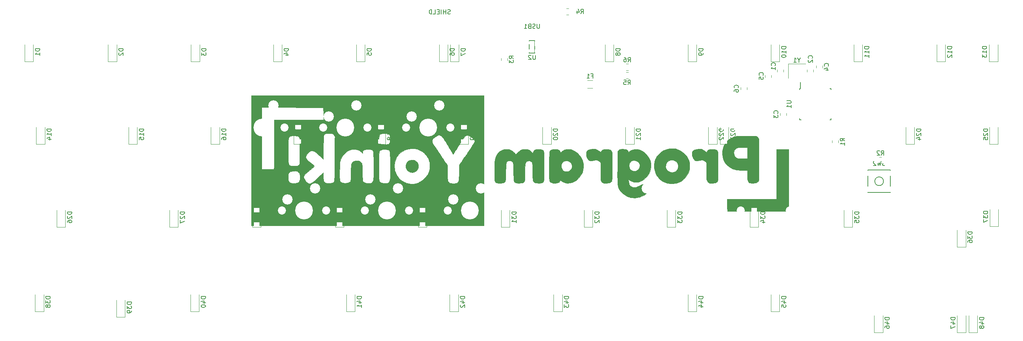
<source format=gbo>
G04 #@! TF.GenerationSoftware,KiCad,Pcbnew,5.1.8-db9833491~87~ubuntu20.04.1*
G04 #@! TF.CreationDate,2020-11-06T21:32:35-08:00*
G04 #@! TF.ProjectId,Program Yoink,50726f67-7261-46d2-9059-6f696e6b2e6b,rev?*
G04 #@! TF.SameCoordinates,Original*
G04 #@! TF.FileFunction,Legend,Bot*
G04 #@! TF.FilePolarity,Positive*
%FSLAX46Y46*%
G04 Gerber Fmt 4.6, Leading zero omitted, Abs format (unit mm)*
G04 Created by KiCad (PCBNEW 5.1.8-db9833491~87~ubuntu20.04.1) date 2020-11-06 21:32:35*
%MOMM*%
%LPD*%
G01*
G04 APERTURE LIST*
%ADD10C,0.150000*%
%ADD11C,0.120000*%
%ADD12C,0.010000*%
%ADD13C,0.752000*%
%ADD14O,1.102000X2.202000*%
%ADD15O,1.102000X1.702000*%
%ADD16C,2.352000*%
%ADD17C,4.089800*%
%ADD18C,1.852000*%
%ADD19C,2.102000*%
%ADD20C,3.150000*%
G04 APERTURE END LIST*
D10*
X-21979238Y257913238D02*
X-22122095Y257865619D01*
X-22360190Y257865619D01*
X-22455428Y257913238D01*
X-22503047Y257960857D01*
X-22550666Y258056095D01*
X-22550666Y258151333D01*
X-22503047Y258246571D01*
X-22455428Y258294190D01*
X-22360190Y258341809D01*
X-22169714Y258389428D01*
X-22074476Y258437047D01*
X-22026857Y258484666D01*
X-21979238Y258579904D01*
X-21979238Y258675142D01*
X-22026857Y258770380D01*
X-22074476Y258818000D01*
X-22169714Y258865619D01*
X-22407809Y258865619D01*
X-22550666Y258818000D01*
X-22979238Y257865619D02*
X-22979238Y258865619D01*
X-22979238Y258389428D02*
X-23550666Y258389428D01*
X-23550666Y257865619D02*
X-23550666Y258865619D01*
X-24026857Y257865619D02*
X-24026857Y258865619D01*
X-24503047Y258389428D02*
X-24836380Y258389428D01*
X-24979238Y257865619D02*
X-24503047Y257865619D01*
X-24503047Y258865619D01*
X-24979238Y258865619D01*
X-25884000Y257865619D02*
X-25407809Y257865619D01*
X-25407809Y258865619D01*
X-26217333Y257865619D02*
X-26217333Y258865619D01*
X-26455428Y258865619D01*
X-26598285Y258818000D01*
X-26693523Y258722761D01*
X-26741142Y258627523D01*
X-26788761Y258437047D01*
X-26788761Y258294190D01*
X-26741142Y258103714D01*
X-26693523Y258008476D01*
X-26598285Y257913238D01*
X-26455428Y257865619D01*
X-26217333Y257865619D01*
D11*
X18919564Y246416500D02*
X18465436Y246416500D01*
X18919564Y244946500D02*
X18465436Y244946500D01*
X18919564Y244511500D02*
X18465436Y244511500D01*
X18919564Y243041500D02*
X18465436Y243041500D01*
D12*
G36*
X-14224000Y209232500D02*
G01*
X-67691000Y209232500D01*
X-67691000Y220530815D01*
X-59234955Y220530815D01*
X-59230889Y220046633D01*
X-59171502Y219669142D01*
X-59051190Y219388168D01*
X-58864349Y219193539D01*
X-58605376Y219075079D01*
X-58411619Y219036145D01*
X-58224361Y219001863D01*
X-58095586Y218960732D01*
X-58065578Y218939631D01*
X-57977250Y218886703D01*
X-57885065Y218940656D01*
X-57880250Y218948000D01*
X-57796131Y219009130D01*
X-57777505Y219011500D01*
X-57743215Y218972312D01*
X-57753548Y218947519D01*
X-57742225Y218914483D01*
X-57646171Y218942207D01*
X-57494586Y218993803D01*
X-57286772Y219054310D01*
X-57203056Y219076421D01*
X-56902665Y219197722D01*
X-56691101Y219393977D01*
X-56554491Y219681076D01*
X-56508375Y219872049D01*
X-56458728Y220314978D01*
X-56465303Y220478819D01*
X-55659769Y220478819D01*
X-55636541Y220348077D01*
X-55620379Y220294958D01*
X-55495492Y220005632D01*
X-55314173Y219693426D01*
X-55113481Y219421419D01*
X-55094280Y219399428D01*
X-54922559Y219240704D01*
X-54706790Y219087427D01*
X-54486514Y218963457D01*
X-54301274Y218892659D01*
X-54240983Y218884500D01*
X-54118541Y218918669D01*
X-53928226Y219009533D01*
X-53705266Y219139627D01*
X-53636671Y219184098D01*
X-53440491Y219328787D01*
X-53179727Y219541675D01*
X-52879556Y219801119D01*
X-52565154Y220085474D01*
X-52325631Y220311223D01*
X-52041681Y220583633D01*
X-51777951Y220835354D01*
X-51552551Y221049202D01*
X-51383588Y221207990D01*
X-51293043Y221291128D01*
X-51120834Y221443506D01*
X-51121717Y220579222D01*
X-51115080Y220127820D01*
X-51087977Y219784229D01*
X-51031189Y219529760D01*
X-50935495Y219345723D01*
X-50791676Y219213427D01*
X-50590511Y219114183D01*
X-50362628Y219040452D01*
X-50220467Y219017259D01*
X-50015368Y219003199D01*
X-49786767Y218998440D01*
X-49574098Y219003149D01*
X-49416797Y219017492D01*
X-49357139Y219036195D01*
X-49268842Y219067439D01*
X-49178731Y219075000D01*
X-49029568Y219113475D01*
X-48879184Y219200812D01*
X-48816786Y219250187D01*
X-48762266Y219299297D01*
X-48715054Y219356610D01*
X-48674574Y219430599D01*
X-48640255Y219529733D01*
X-48611522Y219662484D01*
X-48587803Y219837321D01*
X-48568525Y220062716D01*
X-48553113Y220347140D01*
X-48540996Y220699062D01*
X-48533730Y221029938D01*
X-47389238Y221029938D01*
X-47387772Y220636658D01*
X-47384108Y220289890D01*
X-47378144Y220008337D01*
X-47369779Y219810703D01*
X-47358912Y219715694D01*
X-47355125Y219709999D01*
X-47312693Y219658419D01*
X-47307500Y219615752D01*
X-47250538Y219461451D01*
X-47099138Y219301746D01*
X-46882534Y219160124D01*
X-46629959Y219060073D01*
X-46609000Y219054549D01*
X-46272056Y218991129D01*
X-45962269Y218989134D01*
X-45623508Y219050544D01*
X-45461302Y219095069D01*
X-45272292Y219155366D01*
X-45120605Y219222639D01*
X-45002204Y219310673D01*
X-44913051Y219433254D01*
X-44849108Y219604167D01*
X-44806338Y219837197D01*
X-44780702Y220146130D01*
X-44768163Y220544751D01*
X-44764684Y221046846D01*
X-44765488Y221470661D01*
X-44765030Y221969844D01*
X-44760201Y222395334D01*
X-44751372Y222735617D01*
X-44738914Y222979178D01*
X-44723195Y223114502D01*
X-44711840Y223139000D01*
X-44677670Y223189521D01*
X-44685601Y223266000D01*
X-44683183Y223369317D01*
X-44644159Y223393000D01*
X-44599733Y223431628D01*
X-44609466Y223457659D01*
X-44604437Y223548050D01*
X-44542456Y223692825D01*
X-44516963Y223736648D01*
X-44309067Y223959736D01*
X-44022462Y224113544D01*
X-43686707Y224195178D01*
X-43331361Y224201741D01*
X-42985984Y224130338D01*
X-42680135Y223978075D01*
X-42609107Y223923517D01*
X-42497392Y223826360D01*
X-42407833Y223733113D01*
X-42337703Y223628839D01*
X-42284272Y223498605D01*
X-42244813Y223327476D01*
X-42216597Y223100517D01*
X-42196897Y222802794D01*
X-42182983Y222419371D01*
X-42172129Y221935316D01*
X-42164196Y221488000D01*
X-42153986Y220929537D01*
X-42143190Y220483388D01*
X-42129862Y220134876D01*
X-42112059Y219869323D01*
X-42087835Y219672052D01*
X-42055245Y219528383D01*
X-42012345Y219423640D01*
X-41957190Y219343145D01*
X-41887835Y219272219D01*
X-41868257Y219254448D01*
X-41707860Y219161867D01*
X-41465681Y219078558D01*
X-41186928Y219015335D01*
X-40916813Y218983010D01*
X-40744935Y218985782D01*
X-40534138Y219008156D01*
X-40350125Y219026451D01*
X-40322500Y219028995D01*
X-40084455Y219108383D01*
X-39864807Y219283830D01*
X-39694886Y219525056D01*
X-39626140Y219702055D01*
X-39607748Y219830829D01*
X-39593058Y220068646D01*
X-39582024Y220418438D01*
X-39574602Y220883138D01*
X-39570745Y221465676D01*
X-39570411Y222168985D01*
X-39573552Y222995997D01*
X-39573977Y223071555D01*
X-38353903Y223071555D01*
X-38353902Y222898346D01*
X-38353740Y222177857D01*
X-38352933Y221573204D01*
X-38351074Y221073226D01*
X-38347755Y220666758D01*
X-38342568Y220342638D01*
X-38335105Y220089703D01*
X-38324958Y219896790D01*
X-38311719Y219752735D01*
X-38294981Y219646377D01*
X-38274334Y219566551D01*
X-38249373Y219502096D01*
X-38228203Y219458357D01*
X-38096489Y219271826D01*
X-37909648Y219136507D01*
X-37653750Y219049048D01*
X-37314863Y219006099D01*
X-36879057Y219004310D01*
X-36449000Y219030446D01*
X-36231581Y219106808D01*
X-36033637Y219281818D01*
X-35880710Y219527268D01*
X-35812441Y219733484D01*
X-35793445Y219884863D01*
X-35778481Y220147221D01*
X-35767510Y220523272D01*
X-35760489Y221015734D01*
X-35757379Y221627322D01*
X-35758139Y222360752D01*
X-35759865Y222697648D01*
X-34795892Y222697648D01*
X-34751623Y222191957D01*
X-34713158Y221996000D01*
X-34508800Y221382060D01*
X-34199938Y220791511D01*
X-33915002Y220392625D01*
X-33752899Y220199892D01*
X-33618593Y220052089D01*
X-33533209Y219971987D01*
X-33517329Y219964000D01*
X-33491583Y219917782D01*
X-33500976Y219879334D01*
X-33486187Y219804346D01*
X-33451358Y219793961D01*
X-33361137Y219760865D01*
X-33198718Y219674151D01*
X-32996957Y219551565D01*
X-32967828Y219532801D01*
X-32737474Y219392724D01*
X-32516250Y219273811D01*
X-32351288Y219201362D01*
X-32348703Y219200500D01*
X-32205476Y219137746D01*
X-32133133Y219075739D01*
X-32131000Y219066328D01*
X-32092871Y219030897D01*
X-32074795Y219038742D01*
X-31974028Y219042314D01*
X-31783930Y218998423D01*
X-31530288Y218913240D01*
X-31496000Y218900228D01*
X-31374450Y218879712D01*
X-31190069Y218873987D01*
X-31135593Y218875639D01*
X-30961585Y218868850D01*
X-30846843Y218837362D01*
X-30830220Y218822569D01*
X-30770151Y218760750D01*
X-30758255Y218757500D01*
X-30754619Y218798958D01*
X-30768321Y218825159D01*
X-30741355Y218864446D01*
X-30594246Y218878380D01*
X-30438693Y218874326D01*
X-30223790Y218872338D01*
X-30055672Y218886472D01*
X-29987875Y218905664D01*
X-29881794Y218929986D01*
X-29850424Y218919602D01*
X-29780536Y218928268D01*
X-29771049Y218945734D01*
X-29698783Y218999204D01*
X-29591000Y219025504D01*
X-29458258Y219050887D01*
X-29400500Y219076300D01*
X-29332360Y219117691D01*
X-29178742Y219198966D01*
X-28968614Y219304951D01*
X-28892500Y219342423D01*
X-28338509Y219678950D01*
X-27831895Y220115796D01*
X-27406843Y220620973D01*
X-27115293Y221067571D01*
X-26908135Y221479413D01*
X-26773080Y221895067D01*
X-26697839Y222353104D01*
X-26670120Y222892092D01*
X-26669636Y222934538D01*
X-26667981Y223263044D01*
X-26673193Y223500273D01*
X-26689781Y223681928D01*
X-26722256Y223843709D01*
X-26775128Y224021318D01*
X-26825997Y224172160D01*
X-26877785Y224361904D01*
X-26894073Y224508217D01*
X-26885024Y224553160D01*
X-26872613Y224596707D01*
X-26893058Y224583221D01*
X-26947170Y224610134D01*
X-27040750Y224725688D01*
X-27154700Y224905835D01*
X-27168491Y224930038D01*
X-27377504Y225240314D01*
X-27612127Y225520250D01*
X-27495500Y225520250D01*
X-27463750Y225488500D01*
X-27432000Y225520250D01*
X-27463750Y225552000D01*
X-27495500Y225520250D01*
X-27612127Y225520250D01*
X-27662001Y225579756D01*
X-27988117Y225912943D01*
X-28321989Y226204451D01*
X-28536565Y226361054D01*
X-29059973Y226640752D01*
X-29652418Y226846870D01*
X-30272561Y226968642D01*
X-30879060Y226995305D01*
X-30956250Y226991124D01*
X-31604625Y226892031D01*
X-32240270Y226689509D01*
X-32840219Y226396064D01*
X-33381506Y226024199D01*
X-33841164Y225586422D01*
X-34068955Y225296262D01*
X-34191953Y225146472D01*
X-34305136Y225053411D01*
X-34346262Y225038987D01*
X-34401422Y225022721D01*
X-34370580Y225002347D01*
X-34336250Y224947909D01*
X-34370705Y224824740D01*
X-34422117Y224716472D01*
X-34589676Y224291922D01*
X-34710663Y223787414D01*
X-34780820Y223242728D01*
X-34795892Y222697648D01*
X-35759865Y222697648D01*
X-35761965Y223107250D01*
X-35766964Y223842808D01*
X-35772258Y224462159D01*
X-35779206Y224976089D01*
X-35789169Y225395387D01*
X-35803506Y225730841D01*
X-35823578Y225993238D01*
X-35850745Y226193366D01*
X-35886368Y226342013D01*
X-35931806Y226449967D01*
X-35988420Y226528015D01*
X-36057570Y226586946D01*
X-36140617Y226637547D01*
X-36211950Y226676044D01*
X-36425546Y226746089D01*
X-36721273Y226785955D01*
X-37057978Y226795956D01*
X-37394510Y226776410D01*
X-37689714Y226727632D01*
X-37877750Y226663250D01*
X-37979995Y226611902D01*
X-38066447Y226561459D01*
X-38138432Y226501449D01*
X-38197273Y226421401D01*
X-38244296Y226310845D01*
X-38280823Y226159309D01*
X-38308180Y225956322D01*
X-38327691Y225691414D01*
X-38340680Y225354112D01*
X-38348472Y224933947D01*
X-38352390Y224420446D01*
X-38353759Y223803139D01*
X-38353903Y223071555D01*
X-39573977Y223071555D01*
X-39574102Y223093605D01*
X-39578545Y223809709D01*
X-39583145Y224409756D01*
X-39588332Y224904688D01*
X-39594539Y225305446D01*
X-39602197Y225622974D01*
X-39611736Y225868214D01*
X-39623589Y226052107D01*
X-39638187Y226185596D01*
X-39655961Y226279624D01*
X-39677342Y226345132D01*
X-39702762Y226393062D01*
X-39704260Y226395367D01*
X-39831338Y226560717D01*
X-39974956Y226673548D01*
X-40161624Y226743179D01*
X-40417852Y226778928D01*
X-40770151Y226790114D01*
X-40827660Y226790250D01*
X-41279602Y226772733D01*
X-41620965Y226715774D01*
X-41863852Y226612762D01*
X-42020366Y226457089D01*
X-42102609Y226242143D01*
X-42121253Y226083758D01*
X-42132250Y225863934D01*
X-42428862Y226174241D01*
X-42725463Y226443296D01*
X-43032178Y226626572D01*
X-43380330Y226736022D01*
X-43801244Y226783599D01*
X-44037250Y226787972D01*
X-44360984Y226781505D01*
X-44602423Y226759950D01*
X-44806033Y226715987D01*
X-45016283Y226642296D01*
X-45080015Y226616330D01*
X-45291919Y226536983D01*
X-45460090Y226489890D01*
X-45549081Y226484912D01*
X-45550202Y226485545D01*
X-45581661Y226481862D01*
X-45567314Y226450812D01*
X-45562352Y226385432D01*
X-45586572Y226377500D01*
X-45656608Y226336457D01*
X-45796558Y226225277D01*
X-45984828Y226061883D01*
X-46160394Y225901250D01*
X-46362051Y225710317D01*
X-46520396Y225555870D01*
X-46617966Y225455254D01*
X-46639912Y225425000D01*
X-46654208Y225376292D01*
X-46721342Y225249673D01*
X-46808366Y225102899D01*
X-46934093Y224866227D01*
X-47060888Y224576110D01*
X-47146128Y224340582D01*
X-47218187Y224133166D01*
X-47280312Y223989678D01*
X-47320579Y223937055D01*
X-47324048Y223938714D01*
X-47340975Y223919687D01*
X-47327790Y223844730D01*
X-47317347Y223685917D01*
X-47333996Y223606046D01*
X-47346465Y223514036D01*
X-47357548Y223318902D01*
X-47367142Y223039348D01*
X-47375146Y222694079D01*
X-47381459Y222301799D01*
X-47385980Y221881213D01*
X-47388607Y221451024D01*
X-47389238Y221029938D01*
X-48533730Y221029938D01*
X-48531599Y221126954D01*
X-48524350Y221639286D01*
X-48518675Y222244530D01*
X-48514001Y222951155D01*
X-48509755Y223767632D01*
X-48505363Y224702432D01*
X-48505251Y224726500D01*
X-48484412Y229185336D01*
X-38353902Y229185336D01*
X-38336293Y228757625D01*
X-38276364Y228436288D01*
X-38163709Y228204774D01*
X-37987920Y228046533D01*
X-37738589Y227945014D01*
X-37548357Y227904275D01*
X-37285360Y227864079D01*
X-37088111Y227849572D01*
X-36897950Y227860914D01*
X-36656215Y227898267D01*
X-36607750Y227906861D01*
X-36391789Y227944150D01*
X-36221677Y227971130D01*
X-36147917Y227980577D01*
X-36076895Y228036414D01*
X-35982078Y228172954D01*
X-35925667Y228277209D01*
X-35855963Y228440185D01*
X-35812741Y228609466D01*
X-35794928Y228778039D01*
X-26135735Y228778039D01*
X-26127337Y228609139D01*
X-26091895Y228464816D01*
X-26046852Y228277689D01*
X-26026896Y228134356D01*
X-26028124Y228101503D01*
X-26008258Y228046657D01*
X-25980135Y228054914D01*
X-25894703Y228049497D01*
X-25876891Y228029536D01*
X-25887599Y227969398D01*
X-25920128Y227960975D01*
X-25934356Y227939574D01*
X-25856296Y227898013D01*
X-25759840Y227832387D01*
X-25748919Y227775038D01*
X-25749173Y227715928D01*
X-25729638Y227711000D01*
X-25675829Y227661383D01*
X-25571943Y227529477D01*
X-25435194Y227340700D01*
X-25282797Y227120468D01*
X-25131967Y226894202D01*
X-24999918Y226687317D01*
X-24903865Y226525233D01*
X-24861024Y226433366D01*
X-24860250Y226427334D01*
X-24814687Y226346110D01*
X-24791398Y226327559D01*
X-24728337Y226259220D01*
X-24621661Y226117730D01*
X-24487683Y225927672D01*
X-24342718Y225713628D01*
X-24203080Y225500182D01*
X-24085080Y225311916D01*
X-24005034Y225173414D01*
X-23979255Y225109258D01*
X-23981749Y225107500D01*
X-23978445Y225075968D01*
X-23927672Y225028125D01*
X-23844926Y224938341D01*
X-23723412Y224778072D01*
X-23579529Y224572535D01*
X-23429677Y224346942D01*
X-23290254Y224126508D01*
X-23177659Y223936448D01*
X-23108291Y223801974D01*
X-23096110Y223749558D01*
X-23089403Y223712397D01*
X-23071848Y223710500D01*
X-23002376Y223662811D01*
X-22891334Y223540199D01*
X-22807265Y223430245D01*
X-22606000Y223149989D01*
X-22606000Y221459705D01*
X-22604679Y220905546D01*
X-22599309Y220463150D01*
X-22587783Y220117295D01*
X-22567993Y219852758D01*
X-22537831Y219654319D01*
X-22495188Y219506754D01*
X-22437957Y219394843D01*
X-22364029Y219303361D01*
X-22298762Y219241139D01*
X-22213680Y219135665D01*
X-22202700Y219059711D01*
X-22187576Y219025307D01*
X-22111297Y219039031D01*
X-21994698Y219051255D01*
X-21949906Y219028741D01*
X-21874966Y219000273D01*
X-21708835Y218974865D01*
X-21487301Y218957969D01*
X-21484670Y218957850D01*
X-21264086Y218944745D01*
X-21099773Y218928972D01*
X-21026760Y218913909D01*
X-21026510Y218913676D01*
X-20958648Y218919672D01*
X-20881839Y218953171D01*
X-20760746Y218990332D01*
X-20704076Y218981651D01*
X-20624032Y218990955D01*
X-20604794Y219013048D01*
X-20519116Y219050239D01*
X-20433704Y219039031D01*
X-20343780Y219028001D01*
X-20344861Y219063853D01*
X-20330478Y219144414D01*
X-20252188Y219223274D01*
X-20166209Y219296603D01*
X-20097552Y219392480D01*
X-20044277Y219524971D01*
X-20004442Y219708139D01*
X-19976107Y219956050D01*
X-19957329Y220282767D01*
X-19946169Y220702355D01*
X-19940683Y221228878D01*
X-19939596Y221488000D01*
X-19934618Y223170750D01*
X-19527992Y223742250D01*
X-19326042Y224032183D01*
X-19119435Y224338933D01*
X-18939456Y224615646D01*
X-18863596Y224737328D01*
X-18707344Y224976304D01*
X-18542225Y225200930D01*
X-18403150Y225363809D01*
X-18399288Y225367703D01*
X-18274923Y225507020D01*
X-18200769Y225618627D01*
X-18191750Y225648668D01*
X-18157903Y225733322D01*
X-18068785Y225891204D01*
X-17941426Y226096812D01*
X-17792856Y226324644D01*
X-17640107Y226549198D01*
X-17500209Y226744971D01*
X-17390194Y226886462D01*
X-17327092Y226948167D01*
X-17323363Y226949000D01*
X-17292220Y226987865D01*
X-17301338Y227008598D01*
X-17285082Y227083276D01*
X-17225711Y227133667D01*
X-17154949Y227186108D01*
X-17159706Y227201070D01*
X-17142546Y227250740D01*
X-17071194Y227381974D01*
X-16960860Y227569971D01*
X-16826752Y227789934D01*
X-16684080Y228017066D01*
X-16548052Y228226567D01*
X-16433879Y228393640D01*
X-16399081Y228441250D01*
X-16355100Y228581142D01*
X-16364682Y228758540D01*
X-16423127Y228898103D01*
X-16427927Y228903463D01*
X-16474370Y229026638D01*
X-16464761Y229088505D01*
X-16457265Y229158667D01*
X-16494865Y229149105D01*
X-16580786Y229159479D01*
X-16648531Y229223323D01*
X-16784548Y229366933D01*
X-16996559Y229539906D01*
X-17246837Y229715065D01*
X-17497656Y229865231D01*
X-17631632Y229931551D01*
X-17844928Y230013621D01*
X-18033522Y230051239D01*
X-18208422Y230035826D01*
X-18380632Y229958802D01*
X-18561160Y229811589D01*
X-18761012Y229585608D01*
X-18991193Y229272279D01*
X-19262710Y228863024D01*
X-19515729Y228462954D01*
X-19719332Y228139796D01*
X-19907073Y227847062D01*
X-20065847Y227604780D01*
X-20182550Y227432976D01*
X-20239960Y227356084D01*
X-20330367Y227233605D01*
X-20366932Y227154978D01*
X-20414386Y227034639D01*
X-20505144Y226874838D01*
X-20616399Y226708318D01*
X-20725345Y226567822D01*
X-20809176Y226486095D01*
X-20837864Y226478847D01*
X-20881239Y226465634D01*
X-20879872Y226421680D01*
X-20899402Y226330558D01*
X-20964436Y226176327D01*
X-21054963Y225996755D01*
X-21150974Y225829611D01*
X-21232459Y225712664D01*
X-21272500Y225680590D01*
X-21317200Y225730444D01*
X-21408823Y225863433D01*
X-21531307Y226053298D01*
X-21668590Y226273782D01*
X-21804610Y226498628D01*
X-21923304Y226701579D01*
X-22008609Y226856377D01*
X-22044463Y226936764D01*
X-22044083Y226941901D01*
X-22066421Y226991907D01*
X-22084556Y227005401D01*
X-22151613Y227080343D01*
X-22260074Y227235641D01*
X-22395154Y227446280D01*
X-22542067Y227687247D01*
X-22686029Y227933529D01*
X-22812256Y228160111D01*
X-22905962Y228341980D01*
X-22952364Y228454122D01*
X-22953589Y228475689D01*
X-22966401Y228530312D01*
X-22999128Y228536605D01*
X-23066524Y228587346D01*
X-23180079Y228723721D01*
X-23321215Y228922103D01*
X-23411039Y229060480D01*
X-23576498Y229311560D01*
X-23741654Y229541207D01*
X-23880272Y229713709D01*
X-23927755Y229763897D01*
X-24103456Y229897960D01*
X-24305736Y230003753D01*
X-24497201Y230066704D01*
X-24640454Y230072238D01*
X-24675593Y230055348D01*
X-24762377Y230027594D01*
X-24786718Y230039885D01*
X-24824691Y230032093D01*
X-24828500Y230003305D01*
X-24876311Y229953690D01*
X-24963453Y229967774D01*
X-25054949Y229980385D01*
X-25062156Y229951955D01*
X-25086971Y229885681D01*
X-25194064Y229795356D01*
X-25228829Y229773632D01*
X-25400997Y229663578D01*
X-25592805Y229528310D01*
X-25775433Y229389936D01*
X-25920061Y229270567D01*
X-25997871Y229192310D01*
X-26003985Y229178971D01*
X-26026811Y229098956D01*
X-26081441Y228956558D01*
X-26087879Y228941066D01*
X-26135735Y228778039D01*
X-35794928Y228778039D01*
X-35790262Y228822189D01*
X-35782789Y229115493D01*
X-35782591Y229203250D01*
X-35799228Y229626209D01*
X-35858450Y229943234D01*
X-35974994Y230168590D01*
X-36163600Y230316542D01*
X-36439005Y230401355D01*
X-36815949Y230437293D01*
X-37061847Y230441402D01*
X-37502093Y230422911D01*
X-37833517Y230358519D01*
X-38070122Y230234611D01*
X-38225914Y230037573D01*
X-38314898Y229753790D01*
X-38351078Y229369647D01*
X-38353902Y229185336D01*
X-48484412Y229185336D01*
X-48482250Y229647750D01*
X-48619561Y229944867D01*
X-48738963Y230157234D01*
X-48883799Y230305615D01*
X-49077573Y230400348D01*
X-49343794Y230451769D01*
X-49705965Y230470215D01*
X-49815750Y230470885D01*
X-50211321Y230457537D01*
X-50505833Y230412145D01*
X-50722935Y230326687D01*
X-50886277Y230193139D01*
X-50974027Y230077957D01*
X-51001526Y230026599D01*
X-51024506Y229956007D01*
X-51043558Y229854338D01*
X-51059275Y229709751D01*
X-51072247Y229510404D01*
X-51083067Y229244454D01*
X-51092326Y228900061D01*
X-51100616Y228465381D01*
X-51108527Y227928575D01*
X-51116652Y227277798D01*
X-51117500Y227205903D01*
X-51149250Y224504250D01*
X-51939819Y225253598D01*
X-52233541Y225525510D01*
X-52528441Y225787104D01*
X-52798897Y226016434D01*
X-53019291Y226191551D01*
X-53114569Y226259954D01*
X-53327376Y226395608D01*
X-53482466Y226469344D01*
X-53623601Y226495607D01*
X-53794540Y226488838D01*
X-53805063Y226487852D01*
X-53988098Y226458442D01*
X-54136553Y226395233D01*
X-54293864Y226274518D01*
X-54427286Y226148246D01*
X-54641388Y225918606D01*
X-54836179Y225675267D01*
X-54992758Y225445413D01*
X-55092224Y225256229D01*
X-55118000Y225154858D01*
X-55161470Y225047861D01*
X-55197375Y225022376D01*
X-55238690Y224969665D01*
X-55213250Y224937710D01*
X-55141261Y224847420D01*
X-55056032Y224702713D01*
X-55054500Y224699740D01*
X-54960085Y224572288D01*
X-54775057Y224375086D01*
X-54508635Y224116886D01*
X-54170040Y223806440D01*
X-53768491Y223452499D01*
X-53477200Y223202500D01*
X-53141015Y222916750D01*
X-54315108Y221943453D01*
X-54733527Y221593471D01*
X-55061069Y221309900D01*
X-55306994Y221081044D01*
X-55480564Y220895205D01*
X-55591043Y220740686D01*
X-55647690Y220605790D01*
X-55659769Y220478819D01*
X-56465303Y220478819D01*
X-56475215Y220725760D01*
X-56552848Y221084200D01*
X-56686638Y221370103D01*
X-56871598Y221563273D01*
X-56935012Y221599502D01*
X-57063840Y221675576D01*
X-57117368Y221737316D01*
X-57115443Y221746543D01*
X-57141397Y221770791D01*
X-57213751Y221760334D01*
X-57358628Y221764840D01*
X-57428040Y221799102D01*
X-57547850Y221847520D01*
X-57602327Y221843107D01*
X-57709423Y221823483D01*
X-57916589Y221797523D01*
X-58197234Y221768146D01*
X-58524766Y221738270D01*
X-58658125Y221727221D01*
X-58711990Y221702728D01*
X-58706127Y221689460D01*
X-58729909Y221641595D01*
X-58811130Y221588918D01*
X-58980749Y221474504D01*
X-59099346Y221317080D01*
X-59176056Y221093841D01*
X-59220011Y220781984D01*
X-59234955Y220530815D01*
X-67691000Y220530815D01*
X-67691000Y222186494D01*
X-65309750Y222186494D01*
X-63903669Y222186497D01*
X-63437487Y222187594D01*
X-63083137Y222191554D01*
X-62825467Y222199386D01*
X-62649323Y222212099D01*
X-62539552Y222230699D01*
X-62480999Y222256196D01*
X-62460747Y222282507D01*
X-62455420Y222359023D01*
X-62450640Y222553267D01*
X-62446445Y222855966D01*
X-62442870Y223257848D01*
X-62439954Y223749642D01*
X-62437733Y224322076D01*
X-62436244Y224965877D01*
X-62435524Y225671775D01*
X-62435605Y226395415D01*
X-59181902Y226395415D01*
X-59181627Y225686871D01*
X-59179863Y225094109D01*
X-59175113Y224605913D01*
X-59165884Y224211064D01*
X-59150682Y223898346D01*
X-59128011Y223656540D01*
X-59096377Y223474430D01*
X-59054287Y223340798D01*
X-59000244Y223244427D01*
X-58932756Y223174099D01*
X-58850328Y223118597D01*
X-58751464Y223066704D01*
X-58737500Y223059724D01*
X-58545940Y223001851D01*
X-58267444Y222963651D01*
X-57940617Y222945594D01*
X-57604064Y222948153D01*
X-57296391Y222971797D01*
X-57056201Y223017000D01*
X-56994150Y223038447D01*
X-56811727Y223151032D01*
X-56666851Y223299503D01*
X-56662815Y223305529D01*
X-56635548Y223353945D01*
X-56612902Y223416093D01*
X-56594451Y223503388D01*
X-56579768Y223627247D01*
X-56568429Y223799088D01*
X-56560006Y224030325D01*
X-56554076Y224332375D01*
X-56550210Y224716655D01*
X-56547985Y225194581D01*
X-56546974Y225777569D01*
X-56546750Y226417676D01*
X-56546890Y227104443D01*
X-56547636Y227675669D01*
X-56549475Y228142811D01*
X-56552895Y228517327D01*
X-56558386Y228810677D01*
X-56566436Y229034318D01*
X-56577532Y229199709D01*
X-56592163Y229318308D01*
X-56610817Y229401573D01*
X-56633983Y229460962D01*
X-56662149Y229507934D01*
X-56679461Y229531969D01*
X-56829441Y229686859D01*
X-56996663Y229801556D01*
X-57121449Y229839062D01*
X-57321545Y229874496D01*
X-57566747Y229905395D01*
X-57826854Y229929294D01*
X-58071661Y229943730D01*
X-58270966Y229946241D01*
X-58394564Y229934363D01*
X-58420000Y229917644D01*
X-58472935Y229878004D01*
X-58538437Y229870000D01*
X-58667700Y229832249D01*
X-58821234Y229740550D01*
X-58831882Y229732339D01*
X-58912219Y229666425D01*
X-58979221Y229598507D01*
X-59034098Y229517056D01*
X-59078059Y229410542D01*
X-59112314Y229267435D01*
X-59138071Y229076206D01*
X-59156540Y228825327D01*
X-59168931Y228503266D01*
X-59176453Y228098495D01*
X-59180314Y227599485D01*
X-59181725Y226994706D01*
X-59181902Y226395415D01*
X-62435605Y226395415D01*
X-62435609Y226430496D01*
X-62436538Y227232770D01*
X-62438078Y227965754D01*
X-62452250Y233552995D01*
X-56769000Y233552941D01*
X-51085750Y233552886D01*
X-51103987Y234949943D01*
X-51122223Y236347000D01*
X-54437737Y236356977D01*
X-55061021Y236359757D01*
X-55634454Y236364085D01*
X-56147729Y236369756D01*
X-56590538Y236376570D01*
X-56952573Y236384323D01*
X-57223526Y236392814D01*
X-57393089Y236401840D01*
X-57450955Y236411200D01*
X-57435750Y236415794D01*
X-57324664Y236436426D01*
X-57329492Y236446857D01*
X-57453760Y236447363D01*
X-57700995Y236438216D01*
X-57715381Y236437568D01*
X-57893261Y236432405D01*
X-58183886Y236427565D01*
X-58572998Y236423143D01*
X-59046343Y236419232D01*
X-59589663Y236415927D01*
X-60188704Y236413323D01*
X-60829208Y236411516D01*
X-61496921Y236410598D01*
X-61794712Y236410500D01*
X-65276913Y236410500D01*
X-65293332Y229298497D01*
X-65309750Y222186494D01*
X-67691000Y222186494D01*
X-67691000Y239141000D01*
X-14224000Y239141000D01*
X-14224000Y209232500D01*
G37*
X-14224000Y209232500D02*
X-67691000Y209232500D01*
X-67691000Y220530815D01*
X-59234955Y220530815D01*
X-59230889Y220046633D01*
X-59171502Y219669142D01*
X-59051190Y219388168D01*
X-58864349Y219193539D01*
X-58605376Y219075079D01*
X-58411619Y219036145D01*
X-58224361Y219001863D01*
X-58095586Y218960732D01*
X-58065578Y218939631D01*
X-57977250Y218886703D01*
X-57885065Y218940656D01*
X-57880250Y218948000D01*
X-57796131Y219009130D01*
X-57777505Y219011500D01*
X-57743215Y218972312D01*
X-57753548Y218947519D01*
X-57742225Y218914483D01*
X-57646171Y218942207D01*
X-57494586Y218993803D01*
X-57286772Y219054310D01*
X-57203056Y219076421D01*
X-56902665Y219197722D01*
X-56691101Y219393977D01*
X-56554491Y219681076D01*
X-56508375Y219872049D01*
X-56458728Y220314978D01*
X-56465303Y220478819D01*
X-55659769Y220478819D01*
X-55636541Y220348077D01*
X-55620379Y220294958D01*
X-55495492Y220005632D01*
X-55314173Y219693426D01*
X-55113481Y219421419D01*
X-55094280Y219399428D01*
X-54922559Y219240704D01*
X-54706790Y219087427D01*
X-54486514Y218963457D01*
X-54301274Y218892659D01*
X-54240983Y218884500D01*
X-54118541Y218918669D01*
X-53928226Y219009533D01*
X-53705266Y219139627D01*
X-53636671Y219184098D01*
X-53440491Y219328787D01*
X-53179727Y219541675D01*
X-52879556Y219801119D01*
X-52565154Y220085474D01*
X-52325631Y220311223D01*
X-52041681Y220583633D01*
X-51777951Y220835354D01*
X-51552551Y221049202D01*
X-51383588Y221207990D01*
X-51293043Y221291128D01*
X-51120834Y221443506D01*
X-51121717Y220579222D01*
X-51115080Y220127820D01*
X-51087977Y219784229D01*
X-51031189Y219529760D01*
X-50935495Y219345723D01*
X-50791676Y219213427D01*
X-50590511Y219114183D01*
X-50362628Y219040452D01*
X-50220467Y219017259D01*
X-50015368Y219003199D01*
X-49786767Y218998440D01*
X-49574098Y219003149D01*
X-49416797Y219017492D01*
X-49357139Y219036195D01*
X-49268842Y219067439D01*
X-49178731Y219075000D01*
X-49029568Y219113475D01*
X-48879184Y219200812D01*
X-48816786Y219250187D01*
X-48762266Y219299297D01*
X-48715054Y219356610D01*
X-48674574Y219430599D01*
X-48640255Y219529733D01*
X-48611522Y219662484D01*
X-48587803Y219837321D01*
X-48568525Y220062716D01*
X-48553113Y220347140D01*
X-48540996Y220699062D01*
X-48533730Y221029938D01*
X-47389238Y221029938D01*
X-47387772Y220636658D01*
X-47384108Y220289890D01*
X-47378144Y220008337D01*
X-47369779Y219810703D01*
X-47358912Y219715694D01*
X-47355125Y219709999D01*
X-47312693Y219658419D01*
X-47307500Y219615752D01*
X-47250538Y219461451D01*
X-47099138Y219301746D01*
X-46882534Y219160124D01*
X-46629959Y219060073D01*
X-46609000Y219054549D01*
X-46272056Y218991129D01*
X-45962269Y218989134D01*
X-45623508Y219050544D01*
X-45461302Y219095069D01*
X-45272292Y219155366D01*
X-45120605Y219222639D01*
X-45002204Y219310673D01*
X-44913051Y219433254D01*
X-44849108Y219604167D01*
X-44806338Y219837197D01*
X-44780702Y220146130D01*
X-44768163Y220544751D01*
X-44764684Y221046846D01*
X-44765488Y221470661D01*
X-44765030Y221969844D01*
X-44760201Y222395334D01*
X-44751372Y222735617D01*
X-44738914Y222979178D01*
X-44723195Y223114502D01*
X-44711840Y223139000D01*
X-44677670Y223189521D01*
X-44685601Y223266000D01*
X-44683183Y223369317D01*
X-44644159Y223393000D01*
X-44599733Y223431628D01*
X-44609466Y223457659D01*
X-44604437Y223548050D01*
X-44542456Y223692825D01*
X-44516963Y223736648D01*
X-44309067Y223959736D01*
X-44022462Y224113544D01*
X-43686707Y224195178D01*
X-43331361Y224201741D01*
X-42985984Y224130338D01*
X-42680135Y223978075D01*
X-42609107Y223923517D01*
X-42497392Y223826360D01*
X-42407833Y223733113D01*
X-42337703Y223628839D01*
X-42284272Y223498605D01*
X-42244813Y223327476D01*
X-42216597Y223100517D01*
X-42196897Y222802794D01*
X-42182983Y222419371D01*
X-42172129Y221935316D01*
X-42164196Y221488000D01*
X-42153986Y220929537D01*
X-42143190Y220483388D01*
X-42129862Y220134876D01*
X-42112059Y219869323D01*
X-42087835Y219672052D01*
X-42055245Y219528383D01*
X-42012345Y219423640D01*
X-41957190Y219343145D01*
X-41887835Y219272219D01*
X-41868257Y219254448D01*
X-41707860Y219161867D01*
X-41465681Y219078558D01*
X-41186928Y219015335D01*
X-40916813Y218983010D01*
X-40744935Y218985782D01*
X-40534138Y219008156D01*
X-40350125Y219026451D01*
X-40322500Y219028995D01*
X-40084455Y219108383D01*
X-39864807Y219283830D01*
X-39694886Y219525056D01*
X-39626140Y219702055D01*
X-39607748Y219830829D01*
X-39593058Y220068646D01*
X-39582024Y220418438D01*
X-39574602Y220883138D01*
X-39570745Y221465676D01*
X-39570411Y222168985D01*
X-39573552Y222995997D01*
X-39573977Y223071555D01*
X-38353903Y223071555D01*
X-38353902Y222898346D01*
X-38353740Y222177857D01*
X-38352933Y221573204D01*
X-38351074Y221073226D01*
X-38347755Y220666758D01*
X-38342568Y220342638D01*
X-38335105Y220089703D01*
X-38324958Y219896790D01*
X-38311719Y219752735D01*
X-38294981Y219646377D01*
X-38274334Y219566551D01*
X-38249373Y219502096D01*
X-38228203Y219458357D01*
X-38096489Y219271826D01*
X-37909648Y219136507D01*
X-37653750Y219049048D01*
X-37314863Y219006099D01*
X-36879057Y219004310D01*
X-36449000Y219030446D01*
X-36231581Y219106808D01*
X-36033637Y219281818D01*
X-35880710Y219527268D01*
X-35812441Y219733484D01*
X-35793445Y219884863D01*
X-35778481Y220147221D01*
X-35767510Y220523272D01*
X-35760489Y221015734D01*
X-35757379Y221627322D01*
X-35758139Y222360752D01*
X-35759865Y222697648D01*
X-34795892Y222697648D01*
X-34751623Y222191957D01*
X-34713158Y221996000D01*
X-34508800Y221382060D01*
X-34199938Y220791511D01*
X-33915002Y220392625D01*
X-33752899Y220199892D01*
X-33618593Y220052089D01*
X-33533209Y219971987D01*
X-33517329Y219964000D01*
X-33491583Y219917782D01*
X-33500976Y219879334D01*
X-33486187Y219804346D01*
X-33451358Y219793961D01*
X-33361137Y219760865D01*
X-33198718Y219674151D01*
X-32996957Y219551565D01*
X-32967828Y219532801D01*
X-32737474Y219392724D01*
X-32516250Y219273811D01*
X-32351288Y219201362D01*
X-32348703Y219200500D01*
X-32205476Y219137746D01*
X-32133133Y219075739D01*
X-32131000Y219066328D01*
X-32092871Y219030897D01*
X-32074795Y219038742D01*
X-31974028Y219042314D01*
X-31783930Y218998423D01*
X-31530288Y218913240D01*
X-31496000Y218900228D01*
X-31374450Y218879712D01*
X-31190069Y218873987D01*
X-31135593Y218875639D01*
X-30961585Y218868850D01*
X-30846843Y218837362D01*
X-30830220Y218822569D01*
X-30770151Y218760750D01*
X-30758255Y218757500D01*
X-30754619Y218798958D01*
X-30768321Y218825159D01*
X-30741355Y218864446D01*
X-30594246Y218878380D01*
X-30438693Y218874326D01*
X-30223790Y218872338D01*
X-30055672Y218886472D01*
X-29987875Y218905664D01*
X-29881794Y218929986D01*
X-29850424Y218919602D01*
X-29780536Y218928268D01*
X-29771049Y218945734D01*
X-29698783Y218999204D01*
X-29591000Y219025504D01*
X-29458258Y219050887D01*
X-29400500Y219076300D01*
X-29332360Y219117691D01*
X-29178742Y219198966D01*
X-28968614Y219304951D01*
X-28892500Y219342423D01*
X-28338509Y219678950D01*
X-27831895Y220115796D01*
X-27406843Y220620973D01*
X-27115293Y221067571D01*
X-26908135Y221479413D01*
X-26773080Y221895067D01*
X-26697839Y222353104D01*
X-26670120Y222892092D01*
X-26669636Y222934538D01*
X-26667981Y223263044D01*
X-26673193Y223500273D01*
X-26689781Y223681928D01*
X-26722256Y223843709D01*
X-26775128Y224021318D01*
X-26825997Y224172160D01*
X-26877785Y224361904D01*
X-26894073Y224508217D01*
X-26885024Y224553160D01*
X-26872613Y224596707D01*
X-26893058Y224583221D01*
X-26947170Y224610134D01*
X-27040750Y224725688D01*
X-27154700Y224905835D01*
X-27168491Y224930038D01*
X-27377504Y225240314D01*
X-27612127Y225520250D01*
X-27495500Y225520250D01*
X-27463750Y225488500D01*
X-27432000Y225520250D01*
X-27463750Y225552000D01*
X-27495500Y225520250D01*
X-27612127Y225520250D01*
X-27662001Y225579756D01*
X-27988117Y225912943D01*
X-28321989Y226204451D01*
X-28536565Y226361054D01*
X-29059973Y226640752D01*
X-29652418Y226846870D01*
X-30272561Y226968642D01*
X-30879060Y226995305D01*
X-30956250Y226991124D01*
X-31604625Y226892031D01*
X-32240270Y226689509D01*
X-32840219Y226396064D01*
X-33381506Y226024199D01*
X-33841164Y225586422D01*
X-34068955Y225296262D01*
X-34191953Y225146472D01*
X-34305136Y225053411D01*
X-34346262Y225038987D01*
X-34401422Y225022721D01*
X-34370580Y225002347D01*
X-34336250Y224947909D01*
X-34370705Y224824740D01*
X-34422117Y224716472D01*
X-34589676Y224291922D01*
X-34710663Y223787414D01*
X-34780820Y223242728D01*
X-34795892Y222697648D01*
X-35759865Y222697648D01*
X-35761965Y223107250D01*
X-35766964Y223842808D01*
X-35772258Y224462159D01*
X-35779206Y224976089D01*
X-35789169Y225395387D01*
X-35803506Y225730841D01*
X-35823578Y225993238D01*
X-35850745Y226193366D01*
X-35886368Y226342013D01*
X-35931806Y226449967D01*
X-35988420Y226528015D01*
X-36057570Y226586946D01*
X-36140617Y226637547D01*
X-36211950Y226676044D01*
X-36425546Y226746089D01*
X-36721273Y226785955D01*
X-37057978Y226795956D01*
X-37394510Y226776410D01*
X-37689714Y226727632D01*
X-37877750Y226663250D01*
X-37979995Y226611902D01*
X-38066447Y226561459D01*
X-38138432Y226501449D01*
X-38197273Y226421401D01*
X-38244296Y226310845D01*
X-38280823Y226159309D01*
X-38308180Y225956322D01*
X-38327691Y225691414D01*
X-38340680Y225354112D01*
X-38348472Y224933947D01*
X-38352390Y224420446D01*
X-38353759Y223803139D01*
X-38353903Y223071555D01*
X-39573977Y223071555D01*
X-39574102Y223093605D01*
X-39578545Y223809709D01*
X-39583145Y224409756D01*
X-39588332Y224904688D01*
X-39594539Y225305446D01*
X-39602197Y225622974D01*
X-39611736Y225868214D01*
X-39623589Y226052107D01*
X-39638187Y226185596D01*
X-39655961Y226279624D01*
X-39677342Y226345132D01*
X-39702762Y226393062D01*
X-39704260Y226395367D01*
X-39831338Y226560717D01*
X-39974956Y226673548D01*
X-40161624Y226743179D01*
X-40417852Y226778928D01*
X-40770151Y226790114D01*
X-40827660Y226790250D01*
X-41279602Y226772733D01*
X-41620965Y226715774D01*
X-41863852Y226612762D01*
X-42020366Y226457089D01*
X-42102609Y226242143D01*
X-42121253Y226083758D01*
X-42132250Y225863934D01*
X-42428862Y226174241D01*
X-42725463Y226443296D01*
X-43032178Y226626572D01*
X-43380330Y226736022D01*
X-43801244Y226783599D01*
X-44037250Y226787972D01*
X-44360984Y226781505D01*
X-44602423Y226759950D01*
X-44806033Y226715987D01*
X-45016283Y226642296D01*
X-45080015Y226616330D01*
X-45291919Y226536983D01*
X-45460090Y226489890D01*
X-45549081Y226484912D01*
X-45550202Y226485545D01*
X-45581661Y226481862D01*
X-45567314Y226450812D01*
X-45562352Y226385432D01*
X-45586572Y226377500D01*
X-45656608Y226336457D01*
X-45796558Y226225277D01*
X-45984828Y226061883D01*
X-46160394Y225901250D01*
X-46362051Y225710317D01*
X-46520396Y225555870D01*
X-46617966Y225455254D01*
X-46639912Y225425000D01*
X-46654208Y225376292D01*
X-46721342Y225249673D01*
X-46808366Y225102899D01*
X-46934093Y224866227D01*
X-47060888Y224576110D01*
X-47146128Y224340582D01*
X-47218187Y224133166D01*
X-47280312Y223989678D01*
X-47320579Y223937055D01*
X-47324048Y223938714D01*
X-47340975Y223919687D01*
X-47327790Y223844730D01*
X-47317347Y223685917D01*
X-47333996Y223606046D01*
X-47346465Y223514036D01*
X-47357548Y223318902D01*
X-47367142Y223039348D01*
X-47375146Y222694079D01*
X-47381459Y222301799D01*
X-47385980Y221881213D01*
X-47388607Y221451024D01*
X-47389238Y221029938D01*
X-48533730Y221029938D01*
X-48531599Y221126954D01*
X-48524350Y221639286D01*
X-48518675Y222244530D01*
X-48514001Y222951155D01*
X-48509755Y223767632D01*
X-48505363Y224702432D01*
X-48505251Y224726500D01*
X-48484412Y229185336D01*
X-38353902Y229185336D01*
X-38336293Y228757625D01*
X-38276364Y228436288D01*
X-38163709Y228204774D01*
X-37987920Y228046533D01*
X-37738589Y227945014D01*
X-37548357Y227904275D01*
X-37285360Y227864079D01*
X-37088111Y227849572D01*
X-36897950Y227860914D01*
X-36656215Y227898267D01*
X-36607750Y227906861D01*
X-36391789Y227944150D01*
X-36221677Y227971130D01*
X-36147917Y227980577D01*
X-36076895Y228036414D01*
X-35982078Y228172954D01*
X-35925667Y228277209D01*
X-35855963Y228440185D01*
X-35812741Y228609466D01*
X-35794928Y228778039D01*
X-26135735Y228778039D01*
X-26127337Y228609139D01*
X-26091895Y228464816D01*
X-26046852Y228277689D01*
X-26026896Y228134356D01*
X-26028124Y228101503D01*
X-26008258Y228046657D01*
X-25980135Y228054914D01*
X-25894703Y228049497D01*
X-25876891Y228029536D01*
X-25887599Y227969398D01*
X-25920128Y227960975D01*
X-25934356Y227939574D01*
X-25856296Y227898013D01*
X-25759840Y227832387D01*
X-25748919Y227775038D01*
X-25749173Y227715928D01*
X-25729638Y227711000D01*
X-25675829Y227661383D01*
X-25571943Y227529477D01*
X-25435194Y227340700D01*
X-25282797Y227120468D01*
X-25131967Y226894202D01*
X-24999918Y226687317D01*
X-24903865Y226525233D01*
X-24861024Y226433366D01*
X-24860250Y226427334D01*
X-24814687Y226346110D01*
X-24791398Y226327559D01*
X-24728337Y226259220D01*
X-24621661Y226117730D01*
X-24487683Y225927672D01*
X-24342718Y225713628D01*
X-24203080Y225500182D01*
X-24085080Y225311916D01*
X-24005034Y225173414D01*
X-23979255Y225109258D01*
X-23981749Y225107500D01*
X-23978445Y225075968D01*
X-23927672Y225028125D01*
X-23844926Y224938341D01*
X-23723412Y224778072D01*
X-23579529Y224572535D01*
X-23429677Y224346942D01*
X-23290254Y224126508D01*
X-23177659Y223936448D01*
X-23108291Y223801974D01*
X-23096110Y223749558D01*
X-23089403Y223712397D01*
X-23071848Y223710500D01*
X-23002376Y223662811D01*
X-22891334Y223540199D01*
X-22807265Y223430245D01*
X-22606000Y223149989D01*
X-22606000Y221459705D01*
X-22604679Y220905546D01*
X-22599309Y220463150D01*
X-22587783Y220117295D01*
X-22567993Y219852758D01*
X-22537831Y219654319D01*
X-22495188Y219506754D01*
X-22437957Y219394843D01*
X-22364029Y219303361D01*
X-22298762Y219241139D01*
X-22213680Y219135665D01*
X-22202700Y219059711D01*
X-22187576Y219025307D01*
X-22111297Y219039031D01*
X-21994698Y219051255D01*
X-21949906Y219028741D01*
X-21874966Y219000273D01*
X-21708835Y218974865D01*
X-21487301Y218957969D01*
X-21484670Y218957850D01*
X-21264086Y218944745D01*
X-21099773Y218928972D01*
X-21026760Y218913909D01*
X-21026510Y218913676D01*
X-20958648Y218919672D01*
X-20881839Y218953171D01*
X-20760746Y218990332D01*
X-20704076Y218981651D01*
X-20624032Y218990955D01*
X-20604794Y219013048D01*
X-20519116Y219050239D01*
X-20433704Y219039031D01*
X-20343780Y219028001D01*
X-20344861Y219063853D01*
X-20330478Y219144414D01*
X-20252188Y219223274D01*
X-20166209Y219296603D01*
X-20097552Y219392480D01*
X-20044277Y219524971D01*
X-20004442Y219708139D01*
X-19976107Y219956050D01*
X-19957329Y220282767D01*
X-19946169Y220702355D01*
X-19940683Y221228878D01*
X-19939596Y221488000D01*
X-19934618Y223170750D01*
X-19527992Y223742250D01*
X-19326042Y224032183D01*
X-19119435Y224338933D01*
X-18939456Y224615646D01*
X-18863596Y224737328D01*
X-18707344Y224976304D01*
X-18542225Y225200930D01*
X-18403150Y225363809D01*
X-18399288Y225367703D01*
X-18274923Y225507020D01*
X-18200769Y225618627D01*
X-18191750Y225648668D01*
X-18157903Y225733322D01*
X-18068785Y225891204D01*
X-17941426Y226096812D01*
X-17792856Y226324644D01*
X-17640107Y226549198D01*
X-17500209Y226744971D01*
X-17390194Y226886462D01*
X-17327092Y226948167D01*
X-17323363Y226949000D01*
X-17292220Y226987865D01*
X-17301338Y227008598D01*
X-17285082Y227083276D01*
X-17225711Y227133667D01*
X-17154949Y227186108D01*
X-17159706Y227201070D01*
X-17142546Y227250740D01*
X-17071194Y227381974D01*
X-16960860Y227569971D01*
X-16826752Y227789934D01*
X-16684080Y228017066D01*
X-16548052Y228226567D01*
X-16433879Y228393640D01*
X-16399081Y228441250D01*
X-16355100Y228581142D01*
X-16364682Y228758540D01*
X-16423127Y228898103D01*
X-16427927Y228903463D01*
X-16474370Y229026638D01*
X-16464761Y229088505D01*
X-16457265Y229158667D01*
X-16494865Y229149105D01*
X-16580786Y229159479D01*
X-16648531Y229223323D01*
X-16784548Y229366933D01*
X-16996559Y229539906D01*
X-17246837Y229715065D01*
X-17497656Y229865231D01*
X-17631632Y229931551D01*
X-17844928Y230013621D01*
X-18033522Y230051239D01*
X-18208422Y230035826D01*
X-18380632Y229958802D01*
X-18561160Y229811589D01*
X-18761012Y229585608D01*
X-18991193Y229272279D01*
X-19262710Y228863024D01*
X-19515729Y228462954D01*
X-19719332Y228139796D01*
X-19907073Y227847062D01*
X-20065847Y227604780D01*
X-20182550Y227432976D01*
X-20239960Y227356084D01*
X-20330367Y227233605D01*
X-20366932Y227154978D01*
X-20414386Y227034639D01*
X-20505144Y226874838D01*
X-20616399Y226708318D01*
X-20725345Y226567822D01*
X-20809176Y226486095D01*
X-20837864Y226478847D01*
X-20881239Y226465634D01*
X-20879872Y226421680D01*
X-20899402Y226330558D01*
X-20964436Y226176327D01*
X-21054963Y225996755D01*
X-21150974Y225829611D01*
X-21232459Y225712664D01*
X-21272500Y225680590D01*
X-21317200Y225730444D01*
X-21408823Y225863433D01*
X-21531307Y226053298D01*
X-21668590Y226273782D01*
X-21804610Y226498628D01*
X-21923304Y226701579D01*
X-22008609Y226856377D01*
X-22044463Y226936764D01*
X-22044083Y226941901D01*
X-22066421Y226991907D01*
X-22084556Y227005401D01*
X-22151613Y227080343D01*
X-22260074Y227235641D01*
X-22395154Y227446280D01*
X-22542067Y227687247D01*
X-22686029Y227933529D01*
X-22812256Y228160111D01*
X-22905962Y228341980D01*
X-22952364Y228454122D01*
X-22953589Y228475689D01*
X-22966401Y228530312D01*
X-22999128Y228536605D01*
X-23066524Y228587346D01*
X-23180079Y228723721D01*
X-23321215Y228922103D01*
X-23411039Y229060480D01*
X-23576498Y229311560D01*
X-23741654Y229541207D01*
X-23880272Y229713709D01*
X-23927755Y229763897D01*
X-24103456Y229897960D01*
X-24305736Y230003753D01*
X-24497201Y230066704D01*
X-24640454Y230072238D01*
X-24675593Y230055348D01*
X-24762377Y230027594D01*
X-24786718Y230039885D01*
X-24824691Y230032093D01*
X-24828500Y230003305D01*
X-24876311Y229953690D01*
X-24963453Y229967774D01*
X-25054949Y229980385D01*
X-25062156Y229951955D01*
X-25086971Y229885681D01*
X-25194064Y229795356D01*
X-25228829Y229773632D01*
X-25400997Y229663578D01*
X-25592805Y229528310D01*
X-25775433Y229389936D01*
X-25920061Y229270567D01*
X-25997871Y229192310D01*
X-26003985Y229178971D01*
X-26026811Y229098956D01*
X-26081441Y228956558D01*
X-26087879Y228941066D01*
X-26135735Y228778039D01*
X-35794928Y228778039D01*
X-35790262Y228822189D01*
X-35782789Y229115493D01*
X-35782591Y229203250D01*
X-35799228Y229626209D01*
X-35858450Y229943234D01*
X-35974994Y230168590D01*
X-36163600Y230316542D01*
X-36439005Y230401355D01*
X-36815949Y230437293D01*
X-37061847Y230441402D01*
X-37502093Y230422911D01*
X-37833517Y230358519D01*
X-38070122Y230234611D01*
X-38225914Y230037573D01*
X-38314898Y229753790D01*
X-38351078Y229369647D01*
X-38353902Y229185336D01*
X-48484412Y229185336D01*
X-48482250Y229647750D01*
X-48619561Y229944867D01*
X-48738963Y230157234D01*
X-48883799Y230305615D01*
X-49077573Y230400348D01*
X-49343794Y230451769D01*
X-49705965Y230470215D01*
X-49815750Y230470885D01*
X-50211321Y230457537D01*
X-50505833Y230412145D01*
X-50722935Y230326687D01*
X-50886277Y230193139D01*
X-50974027Y230077957D01*
X-51001526Y230026599D01*
X-51024506Y229956007D01*
X-51043558Y229854338D01*
X-51059275Y229709751D01*
X-51072247Y229510404D01*
X-51083067Y229244454D01*
X-51092326Y228900061D01*
X-51100616Y228465381D01*
X-51108527Y227928575D01*
X-51116652Y227277798D01*
X-51117500Y227205903D01*
X-51149250Y224504250D01*
X-51939819Y225253598D01*
X-52233541Y225525510D01*
X-52528441Y225787104D01*
X-52798897Y226016434D01*
X-53019291Y226191551D01*
X-53114569Y226259954D01*
X-53327376Y226395608D01*
X-53482466Y226469344D01*
X-53623601Y226495607D01*
X-53794540Y226488838D01*
X-53805063Y226487852D01*
X-53988098Y226458442D01*
X-54136553Y226395233D01*
X-54293864Y226274518D01*
X-54427286Y226148246D01*
X-54641388Y225918606D01*
X-54836179Y225675267D01*
X-54992758Y225445413D01*
X-55092224Y225256229D01*
X-55118000Y225154858D01*
X-55161470Y225047861D01*
X-55197375Y225022376D01*
X-55238690Y224969665D01*
X-55213250Y224937710D01*
X-55141261Y224847420D01*
X-55056032Y224702713D01*
X-55054500Y224699740D01*
X-54960085Y224572288D01*
X-54775057Y224375086D01*
X-54508635Y224116886D01*
X-54170040Y223806440D01*
X-53768491Y223452499D01*
X-53477200Y223202500D01*
X-53141015Y222916750D01*
X-54315108Y221943453D01*
X-54733527Y221593471D01*
X-55061069Y221309900D01*
X-55306994Y221081044D01*
X-55480564Y220895205D01*
X-55591043Y220740686D01*
X-55647690Y220605790D01*
X-55659769Y220478819D01*
X-56465303Y220478819D01*
X-56475215Y220725760D01*
X-56552848Y221084200D01*
X-56686638Y221370103D01*
X-56871598Y221563273D01*
X-56935012Y221599502D01*
X-57063840Y221675576D01*
X-57117368Y221737316D01*
X-57115443Y221746543D01*
X-57141397Y221770791D01*
X-57213751Y221760334D01*
X-57358628Y221764840D01*
X-57428040Y221799102D01*
X-57547850Y221847520D01*
X-57602327Y221843107D01*
X-57709423Y221823483D01*
X-57916589Y221797523D01*
X-58197234Y221768146D01*
X-58524766Y221738270D01*
X-58658125Y221727221D01*
X-58711990Y221702728D01*
X-58706127Y221689460D01*
X-58729909Y221641595D01*
X-58811130Y221588918D01*
X-58980749Y221474504D01*
X-59099346Y221317080D01*
X-59176056Y221093841D01*
X-59220011Y220781984D01*
X-59234955Y220530815D01*
X-67691000Y220530815D01*
X-67691000Y222186494D01*
X-65309750Y222186494D01*
X-63903669Y222186497D01*
X-63437487Y222187594D01*
X-63083137Y222191554D01*
X-62825467Y222199386D01*
X-62649323Y222212099D01*
X-62539552Y222230699D01*
X-62480999Y222256196D01*
X-62460747Y222282507D01*
X-62455420Y222359023D01*
X-62450640Y222553267D01*
X-62446445Y222855966D01*
X-62442870Y223257848D01*
X-62439954Y223749642D01*
X-62437733Y224322076D01*
X-62436244Y224965877D01*
X-62435524Y225671775D01*
X-62435605Y226395415D01*
X-59181902Y226395415D01*
X-59181627Y225686871D01*
X-59179863Y225094109D01*
X-59175113Y224605913D01*
X-59165884Y224211064D01*
X-59150682Y223898346D01*
X-59128011Y223656540D01*
X-59096377Y223474430D01*
X-59054287Y223340798D01*
X-59000244Y223244427D01*
X-58932756Y223174099D01*
X-58850328Y223118597D01*
X-58751464Y223066704D01*
X-58737500Y223059724D01*
X-58545940Y223001851D01*
X-58267444Y222963651D01*
X-57940617Y222945594D01*
X-57604064Y222948153D01*
X-57296391Y222971797D01*
X-57056201Y223017000D01*
X-56994150Y223038447D01*
X-56811727Y223151032D01*
X-56666851Y223299503D01*
X-56662815Y223305529D01*
X-56635548Y223353945D01*
X-56612902Y223416093D01*
X-56594451Y223503388D01*
X-56579768Y223627247D01*
X-56568429Y223799088D01*
X-56560006Y224030325D01*
X-56554076Y224332375D01*
X-56550210Y224716655D01*
X-56547985Y225194581D01*
X-56546974Y225777569D01*
X-56546750Y226417676D01*
X-56546890Y227104443D01*
X-56547636Y227675669D01*
X-56549475Y228142811D01*
X-56552895Y228517327D01*
X-56558386Y228810677D01*
X-56566436Y229034318D01*
X-56577532Y229199709D01*
X-56592163Y229318308D01*
X-56610817Y229401573D01*
X-56633983Y229460962D01*
X-56662149Y229507934D01*
X-56679461Y229531969D01*
X-56829441Y229686859D01*
X-56996663Y229801556D01*
X-57121449Y229839062D01*
X-57321545Y229874496D01*
X-57566747Y229905395D01*
X-57826854Y229929294D01*
X-58071661Y229943730D01*
X-58270966Y229946241D01*
X-58394564Y229934363D01*
X-58420000Y229917644D01*
X-58472935Y229878004D01*
X-58538437Y229870000D01*
X-58667700Y229832249D01*
X-58821234Y229740550D01*
X-58831882Y229732339D01*
X-58912219Y229666425D01*
X-58979221Y229598507D01*
X-59034098Y229517056D01*
X-59078059Y229410542D01*
X-59112314Y229267435D01*
X-59138071Y229076206D01*
X-59156540Y228825327D01*
X-59168931Y228503266D01*
X-59176453Y228098495D01*
X-59180314Y227599485D01*
X-59181725Y226994706D01*
X-59181902Y226395415D01*
X-62435605Y226395415D01*
X-62435609Y226430496D01*
X-62436538Y227232770D01*
X-62438078Y227965754D01*
X-62452250Y233552995D01*
X-56769000Y233552941D01*
X-51085750Y233552886D01*
X-51103987Y234949943D01*
X-51122223Y236347000D01*
X-54437737Y236356977D01*
X-55061021Y236359757D01*
X-55634454Y236364085D01*
X-56147729Y236369756D01*
X-56590538Y236376570D01*
X-56952573Y236384323D01*
X-57223526Y236392814D01*
X-57393089Y236401840D01*
X-57450955Y236411200D01*
X-57435750Y236415794D01*
X-57324664Y236436426D01*
X-57329492Y236446857D01*
X-57453760Y236447363D01*
X-57700995Y236438216D01*
X-57715381Y236437568D01*
X-57893261Y236432405D01*
X-58183886Y236427565D01*
X-58572998Y236423143D01*
X-59046343Y236419232D01*
X-59589663Y236415927D01*
X-60188704Y236413323D01*
X-60829208Y236411516D01*
X-61496921Y236410598D01*
X-61794712Y236410500D01*
X-65276913Y236410500D01*
X-65293332Y229298497D01*
X-65309750Y222186494D01*
X-67691000Y222186494D01*
X-67691000Y239141000D01*
X-14224000Y239141000D01*
X-14224000Y209232500D01*
G36*
X55816500Y212534500D02*
G01*
X41656000Y212534500D01*
X41656000Y215392000D01*
X53022500Y215392000D01*
X53022500Y226758500D01*
X55816500Y226758500D01*
X55816500Y212534500D01*
G37*
X55816500Y212534500D02*
X41656000Y212534500D01*
X41656000Y215392000D01*
X53022500Y215392000D01*
X53022500Y226758500D01*
X55816500Y226758500D01*
X55816500Y212534500D01*
G36*
X18110083Y226833325D02*
G01*
X18400611Y226782572D01*
X18609399Y226688740D01*
X18757757Y226543149D01*
X18844137Y226390506D01*
X18915526Y226236337D01*
X18962909Y226139531D01*
X18969404Y226128130D01*
X19022005Y226148984D01*
X19129480Y226234635D01*
X19161787Y226264181D01*
X19536602Y226532623D01*
X19983989Y226715696D01*
X20478340Y226808589D01*
X20994047Y226806490D01*
X21505503Y226704588D01*
X21505633Y226704548D01*
X22049871Y226475048D01*
X22565802Y226137578D01*
X23036307Y225710677D01*
X23444268Y225212880D01*
X23772568Y224662726D01*
X24004087Y224078749D01*
X24035982Y223964500D01*
X24100713Y223579177D01*
X24122724Y223122174D01*
X24104039Y222640665D01*
X24046685Y222181829D01*
X23952684Y221792840D01*
X23941348Y221759604D01*
X23679968Y221190893D01*
X23318051Y220657409D01*
X22875961Y220179833D01*
X22374060Y219778849D01*
X21832713Y219475139D01*
X21600906Y219382416D01*
X21170002Y219278842D01*
X20704222Y219248883D01*
X20236177Y219288373D01*
X19798478Y219393146D01*
X19423737Y219559037D01*
X19246217Y219683183D01*
X19115708Y219783368D01*
X19025984Y219835077D01*
X19016264Y219837000D01*
X18986734Y219781018D01*
X18983948Y219635261D01*
X19003261Y219433014D01*
X19040026Y219207563D01*
X19089599Y218992193D01*
X19147335Y218820189D01*
X19162747Y218787383D01*
X19390224Y218444518D01*
X19668279Y218214732D01*
X20010705Y218089546D01*
X20347900Y218059000D01*
X20719664Y218095385D01*
X21089239Y218211867D01*
X21488035Y218419435D01*
X21625841Y218506166D01*
X21927543Y218681661D01*
X22170960Y218762375D01*
X22385445Y218745446D01*
X22600355Y218628009D01*
X22845042Y218407197D01*
X22866698Y218385069D01*
X23136779Y218085660D01*
X23315372Y217828854D01*
X23417091Y217587456D01*
X23456547Y217334269D01*
X23458183Y217284273D01*
X23450296Y217097513D01*
X23403418Y216958643D01*
X23294346Y216815294D01*
X23211790Y216728190D01*
X22973907Y216530329D01*
X22646764Y216321072D01*
X22264707Y216118169D01*
X21862088Y215939370D01*
X21473253Y215802424D01*
X21359094Y215770787D01*
X20904245Y215687834D01*
X20403336Y215651884D01*
X19903648Y215663071D01*
X19452466Y215721528D01*
X19272250Y215764897D01*
X18726295Y215971201D01*
X18196718Y216262499D01*
X17708241Y216619545D01*
X17285589Y217023096D01*
X16953487Y217453906D01*
X16834808Y217662125D01*
X16756323Y217820596D01*
X16689094Y217967706D01*
X16632299Y218114273D01*
X16585120Y218271113D01*
X16546737Y218449044D01*
X16516328Y218658882D01*
X16493075Y218911445D01*
X16476157Y219217551D01*
X16464755Y219588016D01*
X16458048Y220033658D01*
X16455217Y220565294D01*
X16455441Y221193740D01*
X16457901Y221929816D01*
X16460889Y222595065D01*
X16462509Y222932627D01*
X19106146Y222932627D01*
X19179053Y222595161D01*
X19318883Y222296409D01*
X19471867Y222115073D01*
X19785276Y221917943D01*
X20144873Y221816961D01*
X20515604Y221816122D01*
X20862414Y221919423D01*
X20920608Y221949959D01*
X21111216Y222091555D01*
X21299754Y222283238D01*
X21365108Y222367369D01*
X21476743Y222545852D01*
X21534898Y222709827D01*
X21555668Y222916158D01*
X21557089Y223045637D01*
X21546595Y223294213D01*
X21506146Y223473212D01*
X21419680Y223639297D01*
X21366589Y223717682D01*
X21093977Y224008078D01*
X20774446Y224192795D01*
X20429077Y224273415D01*
X20078950Y224251522D01*
X19745145Y224128698D01*
X19448745Y223906525D01*
X19210828Y223586587D01*
X19193782Y223554557D01*
X19108333Y223266521D01*
X19106146Y222932627D01*
X16462509Y222932627D01*
X16464630Y223374347D01*
X16468241Y224036695D01*
X16472111Y224592173D01*
X16476626Y225050846D01*
X16482176Y225422778D01*
X16489150Y225718033D01*
X16497935Y225946677D01*
X16508920Y226118773D01*
X16522493Y226244387D01*
X16539043Y226333582D01*
X16558957Y226396424D01*
X16582626Y226442976D01*
X16610436Y226483304D01*
X16610960Y226484013D01*
X16757001Y226645849D01*
X16929495Y226754179D01*
X17155537Y226817966D01*
X17462225Y226846172D01*
X17716500Y226849677D01*
X18110083Y226833325D01*
G37*
X18110083Y226833325D02*
X18400611Y226782572D01*
X18609399Y226688740D01*
X18757757Y226543149D01*
X18844137Y226390506D01*
X18915526Y226236337D01*
X18962909Y226139531D01*
X18969404Y226128130D01*
X19022005Y226148984D01*
X19129480Y226234635D01*
X19161787Y226264181D01*
X19536602Y226532623D01*
X19983989Y226715696D01*
X20478340Y226808589D01*
X20994047Y226806490D01*
X21505503Y226704588D01*
X21505633Y226704548D01*
X22049871Y226475048D01*
X22565802Y226137578D01*
X23036307Y225710677D01*
X23444268Y225212880D01*
X23772568Y224662726D01*
X24004087Y224078749D01*
X24035982Y223964500D01*
X24100713Y223579177D01*
X24122724Y223122174D01*
X24104039Y222640665D01*
X24046685Y222181829D01*
X23952684Y221792840D01*
X23941348Y221759604D01*
X23679968Y221190893D01*
X23318051Y220657409D01*
X22875961Y220179833D01*
X22374060Y219778849D01*
X21832713Y219475139D01*
X21600906Y219382416D01*
X21170002Y219278842D01*
X20704222Y219248883D01*
X20236177Y219288373D01*
X19798478Y219393146D01*
X19423737Y219559037D01*
X19246217Y219683183D01*
X19115708Y219783368D01*
X19025984Y219835077D01*
X19016264Y219837000D01*
X18986734Y219781018D01*
X18983948Y219635261D01*
X19003261Y219433014D01*
X19040026Y219207563D01*
X19089599Y218992193D01*
X19147335Y218820189D01*
X19162747Y218787383D01*
X19390224Y218444518D01*
X19668279Y218214732D01*
X20010705Y218089546D01*
X20347900Y218059000D01*
X20719664Y218095385D01*
X21089239Y218211867D01*
X21488035Y218419435D01*
X21625841Y218506166D01*
X21927543Y218681661D01*
X22170960Y218762375D01*
X22385445Y218745446D01*
X22600355Y218628009D01*
X22845042Y218407197D01*
X22866698Y218385069D01*
X23136779Y218085660D01*
X23315372Y217828854D01*
X23417091Y217587456D01*
X23456547Y217334269D01*
X23458183Y217284273D01*
X23450296Y217097513D01*
X23403418Y216958643D01*
X23294346Y216815294D01*
X23211790Y216728190D01*
X22973907Y216530329D01*
X22646764Y216321072D01*
X22264707Y216118169D01*
X21862088Y215939370D01*
X21473253Y215802424D01*
X21359094Y215770787D01*
X20904245Y215687834D01*
X20403336Y215651884D01*
X19903648Y215663071D01*
X19452466Y215721528D01*
X19272250Y215764897D01*
X18726295Y215971201D01*
X18196718Y216262499D01*
X17708241Y216619545D01*
X17285589Y217023096D01*
X16953487Y217453906D01*
X16834808Y217662125D01*
X16756323Y217820596D01*
X16689094Y217967706D01*
X16632299Y218114273D01*
X16585120Y218271113D01*
X16546737Y218449044D01*
X16516328Y218658882D01*
X16493075Y218911445D01*
X16476157Y219217551D01*
X16464755Y219588016D01*
X16458048Y220033658D01*
X16455217Y220565294D01*
X16455441Y221193740D01*
X16457901Y221929816D01*
X16460889Y222595065D01*
X16462509Y222932627D01*
X19106146Y222932627D01*
X19179053Y222595161D01*
X19318883Y222296409D01*
X19471867Y222115073D01*
X19785276Y221917943D01*
X20144873Y221816961D01*
X20515604Y221816122D01*
X20862414Y221919423D01*
X20920608Y221949959D01*
X21111216Y222091555D01*
X21299754Y222283238D01*
X21365108Y222367369D01*
X21476743Y222545852D01*
X21534898Y222709827D01*
X21555668Y222916158D01*
X21557089Y223045637D01*
X21546595Y223294213D01*
X21506146Y223473212D01*
X21419680Y223639297D01*
X21366589Y223717682D01*
X21093977Y224008078D01*
X20774446Y224192795D01*
X20429077Y224273415D01*
X20078950Y224251522D01*
X19745145Y224128698D01*
X19448745Y223906525D01*
X19210828Y223586587D01*
X19193782Y223554557D01*
X19108333Y223266521D01*
X19106146Y222932627D01*
X16462509Y222932627D01*
X16464630Y223374347D01*
X16468241Y224036695D01*
X16472111Y224592173D01*
X16476626Y225050846D01*
X16482176Y225422778D01*
X16489150Y225718033D01*
X16497935Y225946677D01*
X16508920Y226118773D01*
X16522493Y226244387D01*
X16539043Y226333582D01*
X16558957Y226396424D01*
X16582626Y226442976D01*
X16610436Y226483304D01*
X16610960Y226484013D01*
X16757001Y226645849D01*
X16929495Y226754179D01*
X17155537Y226817966D01*
X17462225Y226846172D01*
X17716500Y226849677D01*
X18110083Y226833325D01*
G36*
X29789640Y226927433D02*
G01*
X30162500Y226830091D01*
X30773272Y226573866D01*
X31343142Y226215906D01*
X31855724Y225773150D01*
X32294636Y225262540D01*
X32643494Y224701015D01*
X32885913Y224105516D01*
X32921986Y223976874D01*
X32984803Y223623018D01*
X33017593Y223196152D01*
X33020313Y222743545D01*
X32992922Y222312469D01*
X32935377Y221950196D01*
X32923828Y221903520D01*
X32736265Y221391243D01*
X32450695Y220870594D01*
X32089821Y220372665D01*
X31676349Y219928547D01*
X31232983Y219569335D01*
X31206170Y219551323D01*
X30970494Y219414110D01*
X30672935Y219267345D01*
X30372653Y219139917D01*
X30333639Y219125219D01*
X29809440Y218980972D01*
X29228007Y218904503D01*
X28636490Y218898064D01*
X28082040Y218963906D01*
X27890185Y219008534D01*
X27230229Y219251448D01*
X26616699Y219604121D01*
X26068970Y220052562D01*
X25606415Y220582776D01*
X25501657Y220733567D01*
X25210802Y221283584D01*
X25012344Y221897955D01*
X24907615Y222552508D01*
X24903586Y222832143D01*
X27533249Y222832143D01*
X27614610Y222427901D01*
X27806936Y222083957D01*
X28107611Y221804837D01*
X28514017Y221595065D01*
X28556119Y221579588D01*
X28788585Y221511477D01*
X28990501Y221497684D01*
X29220230Y221538087D01*
X29361520Y221577898D01*
X29762527Y221754007D01*
X30065006Y222009954D01*
X30267021Y222343117D01*
X30366632Y222750874D01*
X30377517Y222952363D01*
X30366785Y223220780D01*
X30322272Y223424364D01*
X30229274Y223623841D01*
X30204431Y223667105D01*
X29963682Y223969510D01*
X29663114Y224182225D01*
X29323044Y224308135D01*
X28963791Y224350128D01*
X28605672Y224311091D01*
X28269005Y224193911D01*
X27974109Y224001473D01*
X27741301Y223736666D01*
X27590900Y223402376D01*
X27565471Y223292158D01*
X27533249Y222832143D01*
X24903586Y222832143D01*
X24897952Y223223073D01*
X24984687Y223885478D01*
X25169155Y224515552D01*
X25278819Y224770444D01*
X25507062Y225149805D01*
X25825979Y225542988D01*
X26206508Y225921482D01*
X26619585Y226256777D01*
X27036148Y226520362D01*
X27092426Y226549583D01*
X27746820Y226813974D01*
X28427924Y226966306D01*
X29115582Y227004740D01*
X29789640Y226927433D01*
G37*
X29789640Y226927433D02*
X30162500Y226830091D01*
X30773272Y226573866D01*
X31343142Y226215906D01*
X31855724Y225773150D01*
X32294636Y225262540D01*
X32643494Y224701015D01*
X32885913Y224105516D01*
X32921986Y223976874D01*
X32984803Y223623018D01*
X33017593Y223196152D01*
X33020313Y222743545D01*
X32992922Y222312469D01*
X32935377Y221950196D01*
X32923828Y221903520D01*
X32736265Y221391243D01*
X32450695Y220870594D01*
X32089821Y220372665D01*
X31676349Y219928547D01*
X31232983Y219569335D01*
X31206170Y219551323D01*
X30970494Y219414110D01*
X30672935Y219267345D01*
X30372653Y219139917D01*
X30333639Y219125219D01*
X29809440Y218980972D01*
X29228007Y218904503D01*
X28636490Y218898064D01*
X28082040Y218963906D01*
X27890185Y219008534D01*
X27230229Y219251448D01*
X26616699Y219604121D01*
X26068970Y220052562D01*
X25606415Y220582776D01*
X25501657Y220733567D01*
X25210802Y221283584D01*
X25012344Y221897955D01*
X24907615Y222552508D01*
X24903586Y222832143D01*
X27533249Y222832143D01*
X27614610Y222427901D01*
X27806936Y222083957D01*
X28107611Y221804837D01*
X28514017Y221595065D01*
X28556119Y221579588D01*
X28788585Y221511477D01*
X28990501Y221497684D01*
X29220230Y221538087D01*
X29361520Y221577898D01*
X29762527Y221754007D01*
X30065006Y222009954D01*
X30267021Y222343117D01*
X30366632Y222750874D01*
X30377517Y222952363D01*
X30366785Y223220780D01*
X30322272Y223424364D01*
X30229274Y223623841D01*
X30204431Y223667105D01*
X29963682Y223969510D01*
X29663114Y224182225D01*
X29323044Y224308135D01*
X28963791Y224350128D01*
X28605672Y224311091D01*
X28269005Y224193911D01*
X27974109Y224001473D01*
X27741301Y223736666D01*
X27590900Y223402376D01*
X27565471Y223292158D01*
X27533249Y222832143D01*
X24903586Y222832143D01*
X24897952Y223223073D01*
X24984687Y223885478D01*
X25169155Y224515552D01*
X25278819Y224770444D01*
X25507062Y225149805D01*
X25825979Y225542988D01*
X26206508Y225921482D01*
X26619585Y226256777D01*
X27036148Y226520362D01*
X27092426Y226549583D01*
X27746820Y226813974D01*
X28427924Y226966306D01*
X29115582Y227004740D01*
X29789640Y226927433D01*
G36*
X-8778797Y226816775D02*
G01*
X-8450400Y226759129D01*
X-8300049Y226707425D01*
X-7986027Y226545595D01*
X-7664505Y226341333D01*
X-7372438Y226121081D01*
X-7146778Y225911283D01*
X-7084391Y225837535D01*
X-6906000Y225603652D01*
X-6622335Y225927923D01*
X-6215591Y226323748D01*
X-5785149Y226600863D01*
X-5314060Y226767378D01*
X-4785374Y226831405D01*
X-4732039Y226832446D01*
X-4298496Y226798850D01*
X-3921196Y226678086D01*
X-3568246Y226456684D01*
X-3320244Y226236240D01*
X-3148483Y226072118D01*
X-3043566Y225989636D01*
X-2985512Y225977752D01*
X-2954338Y226025424D01*
X-2952015Y226032759D01*
X-2835740Y226339728D01*
X-2688954Y226559402D01*
X-2491527Y226703458D01*
X-2223328Y226783573D01*
X-1864227Y226811424D01*
X-1614646Y226808502D01*
X-1246417Y226786732D01*
X-979081Y226741994D01*
X-787146Y226663816D01*
X-645123Y226541730D01*
X-527519Y226365264D01*
X-525197Y226361027D01*
X-499896Y226306926D01*
X-478677Y226237872D01*
X-461184Y226142988D01*
X-447063Y226011395D01*
X-435957Y225832216D01*
X-427512Y225594574D01*
X-421373Y225287589D01*
X-417184Y224900385D01*
X-414591Y224422084D01*
X-413239Y223841807D01*
X-412771Y223148677D01*
X-412750Y222916750D01*
X-412796Y222166244D01*
X-413637Y221532061D01*
X-416328Y221003525D01*
X-421924Y220569958D01*
X-431481Y220220686D01*
X-446053Y219945031D01*
X-466696Y219732316D01*
X-494464Y219571865D01*
X-530413Y219453002D01*
X-575599Y219365050D01*
X-631075Y219297333D01*
X-697898Y219239173D01*
X-777122Y219179896D01*
X-782440Y219175961D01*
X-877384Y219116674D01*
X-989317Y219077965D01*
X-1146406Y219055631D01*
X-1376816Y219045468D01*
X-1671440Y219043250D01*
X-2063766Y219051518D01*
X-2353335Y219081640D01*
X-2563633Y219141598D01*
X-2718143Y219239371D01*
X-2840350Y219382940D01*
X-2886047Y219456000D01*
X-2922826Y219525671D01*
X-2952389Y219605375D01*
X-2975822Y219709820D01*
X-2994210Y219853715D01*
X-3008639Y220051770D01*
X-3020194Y220318694D01*
X-3029963Y220669195D01*
X-3039031Y221117982D01*
X-3048000Y221649736D01*
X-3057695Y222210839D01*
X-3067369Y222659074D01*
X-3077970Y223008568D01*
X-3090447Y223273451D01*
X-3105747Y223467850D01*
X-3124818Y223605894D01*
X-3148610Y223701711D01*
X-3178069Y223769429D01*
X-3191760Y223791977D01*
X-3412803Y224028181D01*
X-3694895Y224153362D01*
X-3912688Y224176167D01*
X-4216038Y224125683D01*
X-4459533Y223969181D01*
X-4654571Y223699085D01*
X-4667250Y223674653D01*
X-4704076Y223593950D01*
X-4733394Y223502685D01*
X-4756285Y223385451D01*
X-4773829Y223226843D01*
X-4787107Y223011454D01*
X-4797199Y222723878D01*
X-4805184Y222348709D01*
X-4812143Y221870541D01*
X-4815979Y221553372D01*
X-4824137Y220958868D01*
X-4835108Y220477954D01*
X-4851478Y220097217D01*
X-4875833Y219803247D01*
X-4910761Y219582633D01*
X-4958847Y219421964D01*
X-5022678Y219307829D01*
X-5104840Y219226817D01*
X-5207920Y219165518D01*
X-5283029Y219131716D01*
X-5477452Y219080869D01*
X-5748728Y219049692D01*
X-6061588Y219037704D01*
X-6380762Y219044421D01*
X-6670980Y219069360D01*
X-6896973Y219112038D01*
X-7002893Y219155260D01*
X-7108619Y219227236D01*
X-7193617Y219299279D01*
X-7260428Y219385567D01*
X-7311591Y219500277D01*
X-7349648Y219657588D01*
X-7377138Y219871676D01*
X-7396602Y220156720D01*
X-7410580Y220526898D01*
X-7421612Y220996387D01*
X-7431698Y221548474D01*
X-7443396Y222150149D01*
X-7456773Y222638445D01*
X-7474063Y223026981D01*
X-7497496Y223329377D01*
X-7529305Y223559252D01*
X-7571722Y223730227D01*
X-7626978Y223855920D01*
X-7697307Y223949950D01*
X-7784939Y224025939D01*
X-7844438Y224067023D01*
X-8063184Y224151324D01*
X-8335341Y224177710D01*
X-8602937Y224145915D01*
X-8785938Y224071364D01*
X-8888946Y223998922D01*
X-8972115Y223921334D01*
X-9037836Y223824661D01*
X-9088501Y223694964D01*
X-9126504Y223518304D01*
X-9154235Y223280743D01*
X-9174088Y222968340D01*
X-9188455Y222567158D01*
X-9199727Y222063256D01*
X-9207500Y221615000D01*
X-9218009Y221026018D01*
X-9229829Y220550078D01*
X-9245372Y220173227D01*
X-9267052Y219881513D01*
X-9297284Y219660981D01*
X-9338481Y219497680D01*
X-9393057Y219377656D01*
X-9463425Y219286957D01*
X-9551998Y219211628D01*
X-9632843Y219156160D01*
X-9788282Y219098731D01*
X-10033897Y219056222D01*
X-10333588Y219030047D01*
X-10651250Y219021621D01*
X-10950781Y219032357D01*
X-11196079Y219063669D01*
X-11297053Y219090993D01*
X-11487506Y219198593D01*
X-11644716Y219347299D01*
X-11646303Y219349423D01*
X-11682546Y219403093D01*
X-11711719Y219465290D01*
X-11734746Y219549866D01*
X-11752551Y219670671D01*
X-11766056Y219841556D01*
X-11776185Y220076369D01*
X-11783861Y220388963D01*
X-11790007Y220793188D01*
X-11795547Y221302893D01*
X-11798690Y221635423D01*
X-11803270Y222248917D01*
X-11804222Y222751991D01*
X-11801025Y223161188D01*
X-11793158Y223493050D01*
X-11780100Y223764120D01*
X-11761331Y223990941D01*
X-11736330Y224190054D01*
X-11713975Y224326684D01*
X-11546394Y224978444D01*
X-11292288Y225537379D01*
X-10951250Y226004008D01*
X-10522872Y226378848D01*
X-10006747Y226662419D01*
X-9819406Y226735240D01*
X-9512899Y226805738D01*
X-9149497Y226832614D01*
X-8778797Y226816775D01*
G37*
X-8778797Y226816775D02*
X-8450400Y226759129D01*
X-8300049Y226707425D01*
X-7986027Y226545595D01*
X-7664505Y226341333D01*
X-7372438Y226121081D01*
X-7146778Y225911283D01*
X-7084391Y225837535D01*
X-6906000Y225603652D01*
X-6622335Y225927923D01*
X-6215591Y226323748D01*
X-5785149Y226600863D01*
X-5314060Y226767378D01*
X-4785374Y226831405D01*
X-4732039Y226832446D01*
X-4298496Y226798850D01*
X-3921196Y226678086D01*
X-3568246Y226456684D01*
X-3320244Y226236240D01*
X-3148483Y226072118D01*
X-3043566Y225989636D01*
X-2985512Y225977752D01*
X-2954338Y226025424D01*
X-2952015Y226032759D01*
X-2835740Y226339728D01*
X-2688954Y226559402D01*
X-2491527Y226703458D01*
X-2223328Y226783573D01*
X-1864227Y226811424D01*
X-1614646Y226808502D01*
X-1246417Y226786732D01*
X-979081Y226741994D01*
X-787146Y226663816D01*
X-645123Y226541730D01*
X-527519Y226365264D01*
X-525197Y226361027D01*
X-499896Y226306926D01*
X-478677Y226237872D01*
X-461184Y226142988D01*
X-447063Y226011395D01*
X-435957Y225832216D01*
X-427512Y225594574D01*
X-421373Y225287589D01*
X-417184Y224900385D01*
X-414591Y224422084D01*
X-413239Y223841807D01*
X-412771Y223148677D01*
X-412750Y222916750D01*
X-412796Y222166244D01*
X-413637Y221532061D01*
X-416328Y221003525D01*
X-421924Y220569958D01*
X-431481Y220220686D01*
X-446053Y219945031D01*
X-466696Y219732316D01*
X-494464Y219571865D01*
X-530413Y219453002D01*
X-575599Y219365050D01*
X-631075Y219297333D01*
X-697898Y219239173D01*
X-777122Y219179896D01*
X-782440Y219175961D01*
X-877384Y219116674D01*
X-989317Y219077965D01*
X-1146406Y219055631D01*
X-1376816Y219045468D01*
X-1671440Y219043250D01*
X-2063766Y219051518D01*
X-2353335Y219081640D01*
X-2563633Y219141598D01*
X-2718143Y219239371D01*
X-2840350Y219382940D01*
X-2886047Y219456000D01*
X-2922826Y219525671D01*
X-2952389Y219605375D01*
X-2975822Y219709820D01*
X-2994210Y219853715D01*
X-3008639Y220051770D01*
X-3020194Y220318694D01*
X-3029963Y220669195D01*
X-3039031Y221117982D01*
X-3048000Y221649736D01*
X-3057695Y222210839D01*
X-3067369Y222659074D01*
X-3077970Y223008568D01*
X-3090447Y223273451D01*
X-3105747Y223467850D01*
X-3124818Y223605894D01*
X-3148610Y223701711D01*
X-3178069Y223769429D01*
X-3191760Y223791977D01*
X-3412803Y224028181D01*
X-3694895Y224153362D01*
X-3912688Y224176167D01*
X-4216038Y224125683D01*
X-4459533Y223969181D01*
X-4654571Y223699085D01*
X-4667250Y223674653D01*
X-4704076Y223593950D01*
X-4733394Y223502685D01*
X-4756285Y223385451D01*
X-4773829Y223226843D01*
X-4787107Y223011454D01*
X-4797199Y222723878D01*
X-4805184Y222348709D01*
X-4812143Y221870541D01*
X-4815979Y221553372D01*
X-4824137Y220958868D01*
X-4835108Y220477954D01*
X-4851478Y220097217D01*
X-4875833Y219803247D01*
X-4910761Y219582633D01*
X-4958847Y219421964D01*
X-5022678Y219307829D01*
X-5104840Y219226817D01*
X-5207920Y219165518D01*
X-5283029Y219131716D01*
X-5477452Y219080869D01*
X-5748728Y219049692D01*
X-6061588Y219037704D01*
X-6380762Y219044421D01*
X-6670980Y219069360D01*
X-6896973Y219112038D01*
X-7002893Y219155260D01*
X-7108619Y219227236D01*
X-7193617Y219299279D01*
X-7260428Y219385567D01*
X-7311591Y219500277D01*
X-7349648Y219657588D01*
X-7377138Y219871676D01*
X-7396602Y220156720D01*
X-7410580Y220526898D01*
X-7421612Y220996387D01*
X-7431698Y221548474D01*
X-7443396Y222150149D01*
X-7456773Y222638445D01*
X-7474063Y223026981D01*
X-7497496Y223329377D01*
X-7529305Y223559252D01*
X-7571722Y223730227D01*
X-7626978Y223855920D01*
X-7697307Y223949950D01*
X-7784939Y224025939D01*
X-7844438Y224067023D01*
X-8063184Y224151324D01*
X-8335341Y224177710D01*
X-8602937Y224145915D01*
X-8785938Y224071364D01*
X-8888946Y223998922D01*
X-8972115Y223921334D01*
X-9037836Y223824661D01*
X-9088501Y223694964D01*
X-9126504Y223518304D01*
X-9154235Y223280743D01*
X-9174088Y222968340D01*
X-9188455Y222567158D01*
X-9199727Y222063256D01*
X-9207500Y221615000D01*
X-9218009Y221026018D01*
X-9229829Y220550078D01*
X-9245372Y220173227D01*
X-9267052Y219881513D01*
X-9297284Y219660981D01*
X-9338481Y219497680D01*
X-9393057Y219377656D01*
X-9463425Y219286957D01*
X-9551998Y219211628D01*
X-9632843Y219156160D01*
X-9788282Y219098731D01*
X-10033897Y219056222D01*
X-10333588Y219030047D01*
X-10651250Y219021621D01*
X-10950781Y219032357D01*
X-11196079Y219063669D01*
X-11297053Y219090993D01*
X-11487506Y219198593D01*
X-11644716Y219347299D01*
X-11646303Y219349423D01*
X-11682546Y219403093D01*
X-11711719Y219465290D01*
X-11734746Y219549866D01*
X-11752551Y219670671D01*
X-11766056Y219841556D01*
X-11776185Y220076369D01*
X-11783861Y220388963D01*
X-11790007Y220793188D01*
X-11795547Y221302893D01*
X-11798690Y221635423D01*
X-11803270Y222248917D01*
X-11804222Y222751991D01*
X-11801025Y223161188D01*
X-11793158Y223493050D01*
X-11780100Y223764120D01*
X-11761331Y223990941D01*
X-11736330Y224190054D01*
X-11713975Y224326684D01*
X-11546394Y224978444D01*
X-11292288Y225537379D01*
X-10951250Y226004008D01*
X-10522872Y226378848D01*
X-10006747Y226662419D01*
X-9819406Y226735240D01*
X-9512899Y226805738D01*
X-9149497Y226832614D01*
X-8778797Y226816775D01*
G36*
X2508807Y226792465D02*
G01*
X2862470Y226701416D01*
X3118771Y226544919D01*
X3285575Y226319140D01*
X3332747Y226196521D01*
X3378091Y226047292D01*
X3578170Y226240708D01*
X3919013Y226490671D01*
X4339750Y226674873D01*
X4807163Y226785291D01*
X5288030Y226813905D01*
X5723815Y226758771D01*
X6246226Y226578858D01*
X6764681Y226292533D01*
X7256040Y225918924D01*
X7697162Y225477160D01*
X8064907Y224986372D01*
X8239146Y224679445D01*
X8369465Y224394034D01*
X8484113Y224098501D01*
X8562765Y223846427D01*
X8574863Y223794368D01*
X8619508Y223443063D01*
X8630342Y223020074D01*
X8610019Y222569543D01*
X8561189Y222135613D01*
X8486507Y221762429D01*
X8444448Y221624016D01*
X8204619Y221101638D01*
X7865883Y220586341D01*
X7454116Y220108255D01*
X6995195Y219697508D01*
X6525572Y219389839D01*
X6037058Y219184574D01*
X5522358Y219067001D01*
X5005186Y219036241D01*
X4509256Y219091412D01*
X4058283Y219231636D01*
X3675980Y219456033D01*
X3625398Y219497433D01*
X3477971Y219617996D01*
X3375945Y219690799D01*
X3346588Y219701673D01*
X3311736Y219634728D01*
X3244289Y219503505D01*
X3237849Y219490930D01*
X3091189Y219294676D01*
X2874244Y219159698D01*
X2568932Y219077864D01*
X2245984Y219045039D01*
X1968909Y219038317D01*
X1707694Y219046070D01*
X1515429Y219066593D01*
X1504011Y219068862D01*
X1294742Y219136714D01*
X1109900Y219233608D01*
X1096679Y219243106D01*
X1023580Y219301246D01*
X961822Y219364615D01*
X910520Y219443731D01*
X868789Y219549111D01*
X835743Y219691272D01*
X810496Y219880733D01*
X792162Y220128011D01*
X779857Y220443622D01*
X772693Y220838085D01*
X769786Y221321917D01*
X770250Y221905635D01*
X773200Y222599757D01*
X775485Y223017753D01*
X3505210Y223017753D01*
X3531320Y222622160D01*
X3673310Y222276244D01*
X3915309Y221988625D01*
X4118534Y221821288D01*
X4305403Y221727666D01*
X4528638Y221687897D01*
X4730750Y221681476D01*
X5038023Y221703946D01*
X5283466Y221781658D01*
X5363108Y221822959D01*
X5672345Y222063421D01*
X5884635Y222365409D01*
X5997415Y222706191D01*
X6008121Y223063034D01*
X5914190Y223413207D01*
X5713056Y223733975D01*
X5592589Y223857550D01*
X5264620Y224079891D01*
X4916626Y224189400D01*
X4568126Y224193928D01*
X4238639Y224101329D01*
X3947685Y223919457D01*
X3714784Y223656164D01*
X3559455Y223319303D01*
X3505210Y223017753D01*
X775485Y223017753D01*
X775689Y223055036D01*
X779898Y223773264D01*
X784008Y224375439D01*
X788506Y224872509D01*
X793877Y225275418D01*
X800609Y225595113D01*
X809189Y225842541D01*
X820101Y226028648D01*
X833834Y226164380D01*
X850873Y226260683D01*
X871705Y226328504D01*
X896817Y226378789D01*
X925263Y226420536D01*
X1100209Y226605708D01*
X1319611Y226728372D01*
X1608271Y226797380D01*
X1990995Y226821584D01*
X2049914Y226821902D01*
X2508807Y226792465D01*
G37*
X2508807Y226792465D02*
X2862470Y226701416D01*
X3118771Y226544919D01*
X3285575Y226319140D01*
X3332747Y226196521D01*
X3378091Y226047292D01*
X3578170Y226240708D01*
X3919013Y226490671D01*
X4339750Y226674873D01*
X4807163Y226785291D01*
X5288030Y226813905D01*
X5723815Y226758771D01*
X6246226Y226578858D01*
X6764681Y226292533D01*
X7256040Y225918924D01*
X7697162Y225477160D01*
X8064907Y224986372D01*
X8239146Y224679445D01*
X8369465Y224394034D01*
X8484113Y224098501D01*
X8562765Y223846427D01*
X8574863Y223794368D01*
X8619508Y223443063D01*
X8630342Y223020074D01*
X8610019Y222569543D01*
X8561189Y222135613D01*
X8486507Y221762429D01*
X8444448Y221624016D01*
X8204619Y221101638D01*
X7865883Y220586341D01*
X7454116Y220108255D01*
X6995195Y219697508D01*
X6525572Y219389839D01*
X6037058Y219184574D01*
X5522358Y219067001D01*
X5005186Y219036241D01*
X4509256Y219091412D01*
X4058283Y219231636D01*
X3675980Y219456033D01*
X3625398Y219497433D01*
X3477971Y219617996D01*
X3375945Y219690799D01*
X3346588Y219701673D01*
X3311736Y219634728D01*
X3244289Y219503505D01*
X3237849Y219490930D01*
X3091189Y219294676D01*
X2874244Y219159698D01*
X2568932Y219077864D01*
X2245984Y219045039D01*
X1968909Y219038317D01*
X1707694Y219046070D01*
X1515429Y219066593D01*
X1504011Y219068862D01*
X1294742Y219136714D01*
X1109900Y219233608D01*
X1096679Y219243106D01*
X1023580Y219301246D01*
X961822Y219364615D01*
X910520Y219443731D01*
X868789Y219549111D01*
X835743Y219691272D01*
X810496Y219880733D01*
X792162Y220128011D01*
X779857Y220443622D01*
X772693Y220838085D01*
X769786Y221321917D01*
X770250Y221905635D01*
X773200Y222599757D01*
X775485Y223017753D01*
X3505210Y223017753D01*
X3531320Y222622160D01*
X3673310Y222276244D01*
X3915309Y221988625D01*
X4118534Y221821288D01*
X4305403Y221727666D01*
X4528638Y221687897D01*
X4730750Y221681476D01*
X5038023Y221703946D01*
X5283466Y221781658D01*
X5363108Y221822959D01*
X5672345Y222063421D01*
X5884635Y222365409D01*
X5997415Y222706191D01*
X6008121Y223063034D01*
X5914190Y223413207D01*
X5713056Y223733975D01*
X5592589Y223857550D01*
X5264620Y224079891D01*
X4916626Y224189400D01*
X4568126Y224193928D01*
X4238639Y224101329D01*
X3947685Y223919457D01*
X3714784Y223656164D01*
X3559455Y223319303D01*
X3505210Y223017753D01*
X775485Y223017753D01*
X775689Y223055036D01*
X779898Y223773264D01*
X784008Y224375439D01*
X788506Y224872509D01*
X793877Y225275418D01*
X800609Y225595113D01*
X809189Y225842541D01*
X820101Y226028648D01*
X833834Y226164380D01*
X850873Y226260683D01*
X871705Y226328504D01*
X896817Y226378789D01*
X925263Y226420536D01*
X1100209Y226605708D01*
X1319611Y226728372D01*
X1608271Y226797380D01*
X1990995Y226821584D01*
X2049914Y226821902D01*
X2508807Y226792465D01*
G36*
X11203187Y226878977D02*
G01*
X11364645Y226849713D01*
X11531062Y226788028D01*
X11746348Y226685618D01*
X11767246Y226675294D01*
X12013535Y226540632D01*
X12237901Y226395711D01*
X12395612Y226269686D01*
X12406788Y226258418D01*
X12589827Y226067237D01*
X12724288Y226333494D01*
X12832387Y226512406D01*
X12961828Y226638742D01*
X13135526Y226721043D01*
X13376396Y226767852D01*
X13707353Y226787713D01*
X13949468Y226790250D01*
X14328588Y226781671D01*
X14606115Y226749239D01*
X14806701Y226682914D01*
X14955001Y226572656D01*
X15075666Y226408425D01*
X15129973Y226309487D01*
X15155132Y226253162D01*
X15176119Y226183024D01*
X15193234Y226088166D01*
X15206776Y225957678D01*
X15217044Y225780650D01*
X15224339Y225546175D01*
X15228960Y225243342D01*
X15231206Y224861243D01*
X15231378Y224388970D01*
X15229776Y223815612D01*
X15226697Y223130261D01*
X15225223Y222841967D01*
X15221308Y222116213D01*
X15217474Y221506631D01*
X15213248Y221002395D01*
X15208158Y220592679D01*
X15201731Y220266656D01*
X15193495Y220013500D01*
X15182976Y219822385D01*
X15169703Y219682484D01*
X15153202Y219582970D01*
X15133002Y219513017D01*
X15108628Y219461800D01*
X15079610Y219418490D01*
X15075539Y219412967D01*
X14925252Y219257366D01*
X14758039Y219141541D01*
X14581627Y219089179D01*
X14318450Y219052482D01*
X14007900Y219032547D01*
X13689374Y219030473D01*
X13402268Y219047359D01*
X13185975Y219084304D01*
X13148003Y219096644D01*
X12893044Y219254694D01*
X12719416Y219507376D01*
X12630813Y219817206D01*
X12617466Y219960737D01*
X12605176Y220211394D01*
X12594456Y220549306D01*
X12585818Y220954598D01*
X12579775Y221407399D01*
X12576840Y221887837D01*
X12576785Y221911753D01*
X12573000Y223700756D01*
X12406262Y223898913D01*
X12113919Y224158552D01*
X11772249Y224301164D01*
X11381119Y224326804D01*
X11374615Y224326276D01*
X11094742Y224288859D01*
X10799944Y224228592D01*
X10686730Y224198358D01*
X10343281Y224139281D01*
X10055677Y224188201D01*
X9807714Y224348524D01*
X9762919Y224392724D01*
X9571129Y224657289D01*
X9421896Y224988427D01*
X9321306Y225353436D01*
X9275444Y225719617D01*
X9290394Y226054269D01*
X9372240Y226324690D01*
X9395752Y226365945D01*
X9591306Y226577749D01*
X9878848Y226731045D01*
X10267029Y226829150D01*
X10719496Y226873469D01*
X11002774Y226884127D01*
X11203187Y226878977D01*
G37*
X11203187Y226878977D02*
X11364645Y226849713D01*
X11531062Y226788028D01*
X11746348Y226685618D01*
X11767246Y226675294D01*
X12013535Y226540632D01*
X12237901Y226395711D01*
X12395612Y226269686D01*
X12406788Y226258418D01*
X12589827Y226067237D01*
X12724288Y226333494D01*
X12832387Y226512406D01*
X12961828Y226638742D01*
X13135526Y226721043D01*
X13376396Y226767852D01*
X13707353Y226787713D01*
X13949468Y226790250D01*
X14328588Y226781671D01*
X14606115Y226749239D01*
X14806701Y226682914D01*
X14955001Y226572656D01*
X15075666Y226408425D01*
X15129973Y226309487D01*
X15155132Y226253162D01*
X15176119Y226183024D01*
X15193234Y226088166D01*
X15206776Y225957678D01*
X15217044Y225780650D01*
X15224339Y225546175D01*
X15228960Y225243342D01*
X15231206Y224861243D01*
X15231378Y224388970D01*
X15229776Y223815612D01*
X15226697Y223130261D01*
X15225223Y222841967D01*
X15221308Y222116213D01*
X15217474Y221506631D01*
X15213248Y221002395D01*
X15208158Y220592679D01*
X15201731Y220266656D01*
X15193495Y220013500D01*
X15182976Y219822385D01*
X15169703Y219682484D01*
X15153202Y219582970D01*
X15133002Y219513017D01*
X15108628Y219461800D01*
X15079610Y219418490D01*
X15075539Y219412967D01*
X14925252Y219257366D01*
X14758039Y219141541D01*
X14581627Y219089179D01*
X14318450Y219052482D01*
X14007900Y219032547D01*
X13689374Y219030473D01*
X13402268Y219047359D01*
X13185975Y219084304D01*
X13148003Y219096644D01*
X12893044Y219254694D01*
X12719416Y219507376D01*
X12630813Y219817206D01*
X12617466Y219960737D01*
X12605176Y220211394D01*
X12594456Y220549306D01*
X12585818Y220954598D01*
X12579775Y221407399D01*
X12576840Y221887837D01*
X12576785Y221911753D01*
X12573000Y223700756D01*
X12406262Y223898913D01*
X12113919Y224158552D01*
X11772249Y224301164D01*
X11381119Y224326804D01*
X11374615Y224326276D01*
X11094742Y224288859D01*
X10799944Y224228592D01*
X10686730Y224198358D01*
X10343281Y224139281D01*
X10055677Y224188201D01*
X9807714Y224348524D01*
X9762919Y224392724D01*
X9571129Y224657289D01*
X9421896Y224988427D01*
X9321306Y225353436D01*
X9275444Y225719617D01*
X9290394Y226054269D01*
X9372240Y226324690D01*
X9395752Y226365945D01*
X9591306Y226577749D01*
X9878848Y226731045D01*
X10267029Y226829150D01*
X10719496Y226873469D01*
X11002774Y226884127D01*
X11203187Y226878977D01*
G36*
X35525172Y226876328D02*
G01*
X35690874Y226845539D01*
X35861435Y226783618D01*
X36020277Y226711796D01*
X36269789Y226580190D01*
X36509912Y226429262D01*
X36660515Y226314907D01*
X36800123Y226200155D01*
X36895946Y226136016D01*
X36919306Y226130925D01*
X36959536Y226198257D01*
X37031470Y226333585D01*
X37048682Y226367190D01*
X37199322Y226567597D01*
X37423035Y226706085D01*
X37732932Y226787114D01*
X38142125Y226815145D01*
X38355819Y226811879D01*
X38724614Y226787212D01*
X38993286Y226734899D01*
X39187733Y226643044D01*
X39333854Y226499746D01*
X39449276Y226309487D01*
X39474520Y226251481D01*
X39495652Y226177666D01*
X39513032Y226077016D01*
X39527021Y225938505D01*
X39537980Y225751108D01*
X39546269Y225503800D01*
X39552249Y225185554D01*
X39556282Y224785344D01*
X39558727Y224292146D01*
X39559947Y223694934D01*
X39560300Y222982681D01*
X39560302Y222916750D01*
X39560226Y222163845D01*
X39559162Y221527342D01*
X39555857Y220996645D01*
X39549058Y220561157D01*
X39537509Y220210281D01*
X39519959Y219933419D01*
X39495153Y219719975D01*
X39461838Y219559352D01*
X39418760Y219440952D01*
X39364666Y219354180D01*
X39298302Y219288437D01*
X39218414Y219233127D01*
X39123749Y219177652D01*
X39117560Y219174080D01*
X38923475Y219103971D01*
X38643733Y219054256D01*
X38318318Y219026811D01*
X37987216Y219023514D01*
X37690411Y219046244D01*
X37468503Y219096644D01*
X37210415Y219257822D01*
X37033662Y219516101D01*
X36952495Y219782507D01*
X36938485Y219917461D01*
X36925650Y220160157D01*
X36914505Y220491338D01*
X36905568Y220891748D01*
X36899353Y221342130D01*
X36896377Y221823227D01*
X36896265Y221880003D01*
X36893500Y223700756D01*
X36726762Y223898913D01*
X36434419Y224158552D01*
X36092749Y224301164D01*
X35701619Y224326804D01*
X35695115Y224326276D01*
X35415242Y224288859D01*
X35120444Y224228592D01*
X35007230Y224198358D01*
X34663781Y224139281D01*
X34376177Y224188201D01*
X34128214Y224348524D01*
X34083419Y224392724D01*
X33891629Y224657289D01*
X33742396Y224988427D01*
X33641806Y225353436D01*
X33595944Y225719617D01*
X33610894Y226054269D01*
X33692740Y226324690D01*
X33716252Y226365945D01*
X33914149Y226579304D01*
X34205894Y226733401D01*
X34599371Y226831273D01*
X35033019Y226873164D01*
X35320497Y226883148D01*
X35525172Y226876328D01*
G37*
X35525172Y226876328D02*
X35690874Y226845539D01*
X35861435Y226783618D01*
X36020277Y226711796D01*
X36269789Y226580190D01*
X36509912Y226429262D01*
X36660515Y226314907D01*
X36800123Y226200155D01*
X36895946Y226136016D01*
X36919306Y226130925D01*
X36959536Y226198257D01*
X37031470Y226333585D01*
X37048682Y226367190D01*
X37199322Y226567597D01*
X37423035Y226706085D01*
X37732932Y226787114D01*
X38142125Y226815145D01*
X38355819Y226811879D01*
X38724614Y226787212D01*
X38993286Y226734899D01*
X39187733Y226643044D01*
X39333854Y226499746D01*
X39449276Y226309487D01*
X39474520Y226251481D01*
X39495652Y226177666D01*
X39513032Y226077016D01*
X39527021Y225938505D01*
X39537980Y225751108D01*
X39546269Y225503800D01*
X39552249Y225185554D01*
X39556282Y224785344D01*
X39558727Y224292146D01*
X39559947Y223694934D01*
X39560300Y222982681D01*
X39560302Y222916750D01*
X39560226Y222163845D01*
X39559162Y221527342D01*
X39555857Y220996645D01*
X39549058Y220561157D01*
X39537509Y220210281D01*
X39519959Y219933419D01*
X39495153Y219719975D01*
X39461838Y219559352D01*
X39418760Y219440952D01*
X39364666Y219354180D01*
X39298302Y219288437D01*
X39218414Y219233127D01*
X39123749Y219177652D01*
X39117560Y219174080D01*
X38923475Y219103971D01*
X38643733Y219054256D01*
X38318318Y219026811D01*
X37987216Y219023514D01*
X37690411Y219046244D01*
X37468503Y219096644D01*
X37210415Y219257822D01*
X37033662Y219516101D01*
X36952495Y219782507D01*
X36938485Y219917461D01*
X36925650Y220160157D01*
X36914505Y220491338D01*
X36905568Y220891748D01*
X36899353Y221342130D01*
X36896377Y221823227D01*
X36896265Y221880003D01*
X36893500Y223700756D01*
X36726762Y223898913D01*
X36434419Y224158552D01*
X36092749Y224301164D01*
X35701619Y224326804D01*
X35695115Y224326276D01*
X35415242Y224288859D01*
X35120444Y224228592D01*
X35007230Y224198358D01*
X34663781Y224139281D01*
X34376177Y224188201D01*
X34128214Y224348524D01*
X34083419Y224392724D01*
X33891629Y224657289D01*
X33742396Y224988427D01*
X33641806Y225353436D01*
X33595944Y225719617D01*
X33610894Y226054269D01*
X33692740Y226324690D01*
X33716252Y226365945D01*
X33914149Y226579304D01*
X34205894Y226733401D01*
X34599371Y226831273D01*
X35033019Y226873164D01*
X35320497Y226883148D01*
X35525172Y226876328D01*
G36*
X45935101Y229858518D02*
G01*
X46186693Y229856516D01*
X46773312Y229851332D01*
X47246470Y229846014D01*
X47619705Y229839703D01*
X47906554Y229831547D01*
X48120554Y229820688D01*
X48275243Y229806272D01*
X48384159Y229787443D01*
X48460837Y229763346D01*
X48518816Y229733125D01*
X48557070Y229706737D01*
X48711011Y229556416D01*
X48841524Y229369992D01*
X48848127Y229357487D01*
X48869091Y229310295D01*
X48887202Y229250218D01*
X48902628Y229168441D01*
X48915537Y229056153D01*
X48926098Y228904540D01*
X48934478Y228704790D01*
X48940846Y228448088D01*
X48945369Y228125623D01*
X48948217Y227728582D01*
X48949557Y227248150D01*
X48949558Y226675517D01*
X48948387Y226001868D01*
X48946213Y225218391D01*
X48943377Y224365997D01*
X48940213Y223474163D01*
X48937189Y222700550D01*
X48934043Y222036380D01*
X48930510Y221472876D01*
X48926326Y221001259D01*
X48921229Y220612752D01*
X48914953Y220298576D01*
X48907237Y220049954D01*
X48897815Y219858108D01*
X48886424Y219714259D01*
X48872800Y219609630D01*
X48856680Y219535442D01*
X48837801Y219482918D01*
X48815897Y219443280D01*
X48794583Y219412997D01*
X48610095Y219255207D01*
X48332372Y219132203D01*
X47991842Y219049864D01*
X47618938Y219014071D01*
X47244088Y219030702D01*
X47021750Y219070474D01*
X46807201Y219132263D01*
X46641288Y219212014D01*
X46517456Y219325824D01*
X46429152Y219489788D01*
X46369820Y219720002D01*
X46332905Y220032563D01*
X46311853Y220443565D01*
X46302331Y220837125D01*
X46281413Y221996000D01*
X45159331Y221996939D01*
X44620461Y222003255D01*
X44182409Y222024202D01*
X43819400Y222064278D01*
X43505659Y222127985D01*
X43215407Y222219820D01*
X42922870Y222344284D01*
X42785159Y222411361D01*
X42362461Y222638675D01*
X42023864Y222859860D01*
X41731086Y223102721D01*
X41474996Y223362949D01*
X41091650Y223873784D01*
X40804540Y224451186D01*
X40616339Y225075842D01*
X40529719Y225728441D01*
X40535339Y225939174D01*
X43180000Y225939174D01*
X43212140Y225586892D01*
X43318353Y225305766D01*
X43485664Y225083618D01*
X43633712Y224940817D01*
X43788290Y224834130D01*
X43970535Y224758472D01*
X44201585Y224708764D01*
X44502577Y224679920D01*
X44894648Y224666861D01*
X45229189Y224664395D01*
X46294129Y224663000D01*
X46276939Y225948875D01*
X46259750Y227234750D01*
X45405982Y227252555D01*
X44915678Y227255324D01*
X44529827Y227237882D01*
X44226890Y227195997D01*
X43985330Y227125435D01*
X43783607Y227021964D01*
X43624383Y226902419D01*
X43371707Y226632976D01*
X43229199Y226337086D01*
X43180366Y225979002D01*
X43180000Y225939174D01*
X40535339Y225939174D01*
X40547354Y226389670D01*
X40671918Y227040219D01*
X40885970Y227618511D01*
X41198678Y228171083D01*
X41587075Y228642843D01*
X42065695Y229048020D01*
X42649070Y229400840D01*
X42767250Y229460340D01*
X42986387Y229565022D01*
X43185330Y229650437D01*
X43379789Y229718403D01*
X43585473Y229770741D01*
X43818093Y229809272D01*
X44093360Y229835815D01*
X44426984Y229852191D01*
X44834675Y229860220D01*
X45332144Y229861723D01*
X45935101Y229858518D01*
G37*
X45935101Y229858518D02*
X46186693Y229856516D01*
X46773312Y229851332D01*
X47246470Y229846014D01*
X47619705Y229839703D01*
X47906554Y229831547D01*
X48120554Y229820688D01*
X48275243Y229806272D01*
X48384159Y229787443D01*
X48460837Y229763346D01*
X48518816Y229733125D01*
X48557070Y229706737D01*
X48711011Y229556416D01*
X48841524Y229369992D01*
X48848127Y229357487D01*
X48869091Y229310295D01*
X48887202Y229250218D01*
X48902628Y229168441D01*
X48915537Y229056153D01*
X48926098Y228904540D01*
X48934478Y228704790D01*
X48940846Y228448088D01*
X48945369Y228125623D01*
X48948217Y227728582D01*
X48949557Y227248150D01*
X48949558Y226675517D01*
X48948387Y226001868D01*
X48946213Y225218391D01*
X48943377Y224365997D01*
X48940213Y223474163D01*
X48937189Y222700550D01*
X48934043Y222036380D01*
X48930510Y221472876D01*
X48926326Y221001259D01*
X48921229Y220612752D01*
X48914953Y220298576D01*
X48907237Y220049954D01*
X48897815Y219858108D01*
X48886424Y219714259D01*
X48872800Y219609630D01*
X48856680Y219535442D01*
X48837801Y219482918D01*
X48815897Y219443280D01*
X48794583Y219412997D01*
X48610095Y219255207D01*
X48332372Y219132203D01*
X47991842Y219049864D01*
X47618938Y219014071D01*
X47244088Y219030702D01*
X47021750Y219070474D01*
X46807201Y219132263D01*
X46641288Y219212014D01*
X46517456Y219325824D01*
X46429152Y219489788D01*
X46369820Y219720002D01*
X46332905Y220032563D01*
X46311853Y220443565D01*
X46302331Y220837125D01*
X46281413Y221996000D01*
X45159331Y221996939D01*
X44620461Y222003255D01*
X44182409Y222024202D01*
X43819400Y222064278D01*
X43505659Y222127985D01*
X43215407Y222219820D01*
X42922870Y222344284D01*
X42785159Y222411361D01*
X42362461Y222638675D01*
X42023864Y222859860D01*
X41731086Y223102721D01*
X41474996Y223362949D01*
X41091650Y223873784D01*
X40804540Y224451186D01*
X40616339Y225075842D01*
X40529719Y225728441D01*
X40535339Y225939174D01*
X43180000Y225939174D01*
X43212140Y225586892D01*
X43318353Y225305766D01*
X43485664Y225083618D01*
X43633712Y224940817D01*
X43788290Y224834130D01*
X43970535Y224758472D01*
X44201585Y224708764D01*
X44502577Y224679920D01*
X44894648Y224666861D01*
X45229189Y224664395D01*
X46294129Y224663000D01*
X46276939Y225948875D01*
X46259750Y227234750D01*
X45405982Y227252555D01*
X44915678Y227255324D01*
X44529827Y227237882D01*
X44226890Y227195997D01*
X43985330Y227125435D01*
X43783607Y227021964D01*
X43624383Y226902419D01*
X43371707Y226632976D01*
X43229199Y226337086D01*
X43180366Y225979002D01*
X43180000Y225939174D01*
X40535339Y225939174D01*
X40547354Y226389670D01*
X40671918Y227040219D01*
X40885970Y227618511D01*
X41198678Y228171083D01*
X41587075Y228642843D01*
X42065695Y229048020D01*
X42649070Y229400840D01*
X42767250Y229460340D01*
X42986387Y229565022D01*
X43185330Y229650437D01*
X43379789Y229718403D01*
X43585473Y229770741D01*
X43818093Y229809272D01*
X44093360Y229835815D01*
X44426984Y229852191D01*
X44834675Y229860220D01*
X45332144Y229861723D01*
X45935101Y229858518D01*
G36*
X-30622616Y224325815D02*
G01*
X-30355229Y224305934D01*
X-30165075Y224264983D01*
X-30002571Y224188746D01*
X-29892366Y224116404D01*
X-29594732Y223845301D01*
X-29405256Y223519922D01*
X-29317371Y223126759D01*
X-29309273Y222916750D01*
X-29333961Y222571476D01*
X-29398189Y222316592D01*
X-29419074Y222271590D01*
X-29519790Y222125449D01*
X-29661974Y221970480D01*
X-29816005Y221832871D01*
X-29952262Y221738812D01*
X-30041126Y221714492D01*
X-30046367Y221716967D01*
X-30096456Y221703360D01*
X-30099000Y221685233D01*
X-30155639Y221626814D01*
X-30299149Y221568238D01*
X-30489919Y221520816D01*
X-30688339Y221495858D01*
X-30765750Y221494837D01*
X-30967992Y221519915D01*
X-31162625Y221567169D01*
X-31301384Y221625879D01*
X-31367982Y221681964D01*
X-31369000Y221687686D01*
X-31421179Y221734566D01*
X-31474083Y221742000D01*
X-31574331Y221785477D01*
X-31718624Y221897077D01*
X-31818284Y221993367D01*
X-32029718Y222302618D01*
X-32147331Y222666706D01*
X-32170846Y223054564D01*
X-32099983Y223435130D01*
X-31934463Y223777338D01*
X-31835418Y223903523D01*
X-31574835Y224129744D01*
X-31270319Y224267656D01*
X-30897131Y224325871D01*
X-30622616Y224325815D01*
G37*
X-30622616Y224325815D02*
X-30355229Y224305934D01*
X-30165075Y224264983D01*
X-30002571Y224188746D01*
X-29892366Y224116404D01*
X-29594732Y223845301D01*
X-29405256Y223519922D01*
X-29317371Y223126759D01*
X-29309273Y222916750D01*
X-29333961Y222571476D01*
X-29398189Y222316592D01*
X-29419074Y222271590D01*
X-29519790Y222125449D01*
X-29661974Y221970480D01*
X-29816005Y221832871D01*
X-29952262Y221738812D01*
X-30041126Y221714492D01*
X-30046367Y221716967D01*
X-30096456Y221703360D01*
X-30099000Y221685233D01*
X-30155639Y221626814D01*
X-30299149Y221568238D01*
X-30489919Y221520816D01*
X-30688339Y221495858D01*
X-30765750Y221494837D01*
X-30967992Y221519915D01*
X-31162625Y221567169D01*
X-31301384Y221625879D01*
X-31367982Y221681964D01*
X-31369000Y221687686D01*
X-31421179Y221734566D01*
X-31474083Y221742000D01*
X-31574331Y221785477D01*
X-31718624Y221897077D01*
X-31818284Y221993367D01*
X-32029718Y222302618D01*
X-32147331Y222666706D01*
X-32170846Y223054564D01*
X-32099983Y223435130D01*
X-31934463Y223777338D01*
X-31835418Y223903523D01*
X-31574835Y224129744D01*
X-31270319Y224267656D01*
X-30897131Y224325871D01*
X-30622616Y224325815D01*
G36*
X-57933167Y218990334D02*
G01*
X-57941884Y218952583D01*
X-57975500Y218948000D01*
X-58027768Y218971234D01*
X-58017834Y218990334D01*
X-57942474Y218997934D01*
X-57933167Y218990334D01*
G37*
X-57933167Y218990334D02*
X-57941884Y218952583D01*
X-57975500Y218948000D01*
X-58027768Y218971234D01*
X-58017834Y218990334D01*
X-57942474Y218997934D01*
X-57933167Y218990334D01*
G36*
X-18288000Y225520250D02*
G01*
X-18319750Y225488500D01*
X-18351500Y225520250D01*
X-18319750Y225552000D01*
X-18288000Y225520250D01*
G37*
X-18288000Y225520250D02*
X-18319750Y225488500D01*
X-18351500Y225520250D01*
X-18319750Y225552000D01*
X-18288000Y225520250D01*
D11*
X77142078Y224992000D02*
X76624922Y224992000D01*
X77142078Y223572000D02*
X76624922Y223572000D01*
D10*
X-2509000Y248879000D02*
X-3809000Y248879000D01*
X-2509000Y251779000D02*
X-2509000Y248879000D01*
X-3809000Y251779000D02*
X-2509000Y251779000D01*
X-3809000Y251779000D02*
X-3809000Y248879000D01*
D11*
X5260078Y259155000D02*
X4742922Y259155000D01*
X5260078Y257735000D02*
X4742922Y257735000D01*
X-8815000Y247215922D02*
X-8815000Y247733078D01*
X-10235000Y247215922D02*
X-10235000Y247733078D01*
X10759064Y242654500D02*
X9554936Y242654500D01*
X10759064Y240834500D02*
X9554936Y240834500D01*
X55690658Y243156223D02*
X55690658Y246456223D01*
X55690658Y246456223D02*
X59690658Y246456223D01*
D10*
X77581000Y219456000D02*
G75*
G03*
X77581000Y219456000I-1000000J0D01*
G01*
X73981000Y222056000D02*
X73981000Y216856000D01*
X79181000Y222056000D02*
X73981000Y222056000D01*
X79181000Y216856000D02*
X79181000Y222056000D01*
X73981000Y216856000D02*
X79181000Y216856000D01*
D11*
X65774500Y228810078D02*
X65774500Y228292922D01*
X67194500Y228810078D02*
X67194500Y228292922D01*
X44756000Y241002078D02*
X44756000Y240484922D01*
X46176000Y241002078D02*
X46176000Y240484922D01*
X51814800Y243304322D02*
X51814800Y243821478D01*
X50394800Y243304322D02*
X50394800Y243821478D01*
X63575000Y245471422D02*
X63575000Y245988578D01*
X62155000Y245471422D02*
X62155000Y245988578D01*
X53849200Y235134678D02*
X53849200Y234617522D01*
X55269200Y235134678D02*
X55269200Y234617522D01*
X61466800Y244548922D02*
X61466800Y245066078D01*
X60046800Y244548922D02*
X60046800Y245066078D01*
X53138000Y245066078D02*
X53138000Y244548922D01*
X54558000Y245066078D02*
X54558000Y244548922D01*
D10*
X58309505Y240803497D02*
X58534505Y240803497D01*
X58309505Y233553497D02*
X58634505Y233553497D01*
X65559505Y233553497D02*
X65234505Y233553497D01*
X65559505Y240803497D02*
X65234505Y240803497D01*
X58309505Y240803497D02*
X58309505Y240478497D01*
X65559505Y240803497D02*
X65559505Y240478497D01*
X65559505Y233553497D02*
X65559505Y233878497D01*
X58309505Y233553497D02*
X58309505Y233878497D01*
X58534505Y240803497D02*
X58534505Y242228497D01*
D11*
X77454000Y184694000D02*
X75454000Y184694000D01*
X75454000Y184694000D02*
X75454000Y188594000D01*
X77454000Y184694000D02*
X77454000Y188594000D01*
X99171000Y184695000D02*
X97171000Y184695000D01*
X97171000Y184695000D02*
X97171000Y188595000D01*
X99171000Y184695000D02*
X99171000Y188595000D01*
X96504000Y184695000D02*
X94504000Y184695000D01*
X94504000Y184695000D02*
X94504000Y188595000D01*
X96504000Y184695000D02*
X96504000Y188595000D01*
X53705000Y189520000D02*
X51705000Y189520000D01*
X51705000Y189520000D02*
X51705000Y193420000D01*
X53705000Y189520000D02*
X53705000Y193420000D01*
X34655000Y189520000D02*
X32655000Y189520000D01*
X32655000Y189520000D02*
X32655000Y193420000D01*
X34655000Y189520000D02*
X34655000Y193420000D01*
X3794000Y189520000D02*
X1794000Y189520000D01*
X1794000Y189520000D02*
X1794000Y193420000D01*
X3794000Y189520000D02*
X3794000Y193420000D01*
X-20082000Y189520000D02*
X-22082000Y189520000D01*
X-22082000Y189520000D02*
X-22082000Y193420000D01*
X-20082000Y189520000D02*
X-20082000Y193420000D01*
X-43831000Y189520000D02*
X-45831000Y189520000D01*
X-45831000Y189520000D02*
X-45831000Y193420000D01*
X-43831000Y189520000D02*
X-43831000Y193420000D01*
X-79645000Y189520000D02*
X-81645000Y189520000D01*
X-81645000Y189520000D02*
X-81645000Y193420000D01*
X-79645000Y189520000D02*
X-79645000Y193420000D01*
X-96663000Y188249000D02*
X-98663000Y188249000D01*
X-98663000Y188249000D02*
X-98663000Y192149000D01*
X-96663000Y188249000D02*
X-96663000Y192149000D01*
X-115332000Y189521000D02*
X-117332000Y189521000D01*
X-117332000Y189521000D02*
X-117332000Y193421000D01*
X-115332000Y189521000D02*
X-115332000Y193421000D01*
X103997000Y209078000D02*
X101997000Y209078000D01*
X101997000Y209078000D02*
X101997000Y212978000D01*
X103997000Y209078000D02*
X103997000Y212978000D01*
X96504000Y204379000D02*
X94504000Y204379000D01*
X94504000Y204379000D02*
X94504000Y208279000D01*
X96504000Y204379000D02*
X96504000Y208279000D01*
X70469000Y208951000D02*
X68469000Y208951000D01*
X68469000Y208951000D02*
X68469000Y212851000D01*
X70469000Y208951000D02*
X70469000Y212851000D01*
X48879000Y208951000D02*
X46879000Y208951000D01*
X46879000Y208951000D02*
X46879000Y212851000D01*
X48879000Y208951000D02*
X48879000Y212851000D01*
X29829000Y208951000D02*
X27829000Y208951000D01*
X27829000Y208951000D02*
X27829000Y212851000D01*
X29829000Y208951000D02*
X29829000Y212851000D01*
X10779000Y208951000D02*
X8779000Y208951000D01*
X8779000Y208951000D02*
X8779000Y212851000D01*
X10779000Y208951000D02*
X10779000Y212851000D01*
X-8271000Y208951000D02*
X-10271000Y208951000D01*
X-10271000Y208951000D02*
X-10271000Y212851000D01*
X-8271000Y208951000D02*
X-8271000Y212851000D01*
X-27321000Y208951000D02*
X-29321000Y208951000D01*
X-29321000Y208951000D02*
X-29321000Y212851000D01*
X-27321000Y208951000D02*
X-27321000Y212851000D01*
X-46371000Y208951000D02*
X-48371000Y208951000D01*
X-48371000Y208951000D02*
X-48371000Y212851000D01*
X-46371000Y208951000D02*
X-46371000Y212851000D01*
X-65421000Y208951000D02*
X-67421000Y208951000D01*
X-67421000Y208951000D02*
X-67421000Y212851000D01*
X-65421000Y208951000D02*
X-65421000Y212851000D01*
X-84471000Y208951000D02*
X-86471000Y208951000D01*
X-86471000Y208951000D02*
X-86471000Y212851000D01*
X-84471000Y208951000D02*
X-84471000Y212851000D01*
X-110379000Y208951000D02*
X-112379000Y208951000D01*
X-112379000Y208951000D02*
X-112379000Y212851000D01*
X-110379000Y208951000D02*
X-110379000Y212851000D01*
X103895400Y228002000D02*
X101895400Y228002000D01*
X101895400Y228002000D02*
X101895400Y231902000D01*
X103895400Y228002000D02*
X103895400Y231902000D01*
X84693000Y228001000D02*
X82693000Y228001000D01*
X82693000Y228001000D02*
X82693000Y231901000D01*
X84693000Y228001000D02*
X84693000Y231901000D01*
X42021000Y228001000D02*
X40021000Y228001000D01*
X40021000Y228001000D02*
X40021000Y231901000D01*
X42021000Y228001000D02*
X42021000Y231901000D01*
X39354000Y228001000D02*
X37354000Y228001000D01*
X37354000Y228001000D02*
X37354000Y231901000D01*
X39354000Y228001000D02*
X39354000Y231901000D01*
X20304000Y228001000D02*
X18304000Y228001000D01*
X18304000Y228001000D02*
X18304000Y231901000D01*
X20304000Y228001000D02*
X20304000Y231901000D01*
X1254000Y228001000D02*
X-746000Y228001000D01*
X-746000Y228001000D02*
X-746000Y231901000D01*
X1254000Y228001000D02*
X1254000Y231901000D01*
X-17796000Y228001000D02*
X-19796000Y228001000D01*
X-19796000Y228001000D02*
X-19796000Y231901000D01*
X-17796000Y228001000D02*
X-17796000Y231901000D01*
X-36846000Y228001000D02*
X-38846000Y228001000D01*
X-38846000Y228001000D02*
X-38846000Y231901000D01*
X-36846000Y228001000D02*
X-36846000Y231901000D01*
X-55896000Y228001000D02*
X-57896000Y228001000D01*
X-57896000Y228001000D02*
X-57896000Y231901000D01*
X-55896000Y228001000D02*
X-55896000Y231901000D01*
X-74946000Y228001000D02*
X-76946000Y228001000D01*
X-76946000Y228001000D02*
X-76946000Y231901000D01*
X-74946000Y228001000D02*
X-74946000Y231901000D01*
X-93869000Y228001000D02*
X-95869000Y228001000D01*
X-95869000Y228001000D02*
X-95869000Y231901000D01*
X-93869000Y228001000D02*
X-93869000Y231901000D01*
X-115078000Y228001000D02*
X-117078000Y228001000D01*
X-117078000Y228001000D02*
X-117078000Y231901000D01*
X-115078000Y228001000D02*
X-115078000Y231901000D01*
X103870000Y246950400D02*
X101870000Y246950400D01*
X101870000Y246950400D02*
X101870000Y250850400D01*
X103870000Y246950400D02*
X103870000Y250850400D01*
X91805000Y246925000D02*
X89805000Y246925000D01*
X89805000Y246925000D02*
X89805000Y250825000D01*
X91805000Y246925000D02*
X91805000Y250825000D01*
X72755000Y246924000D02*
X70755000Y246924000D01*
X70755000Y246924000D02*
X70755000Y250824000D01*
X72755000Y246924000D02*
X72755000Y250824000D01*
X53705000Y246924000D02*
X51705000Y246924000D01*
X51705000Y246924000D02*
X51705000Y250824000D01*
X53705000Y246924000D02*
X53705000Y250824000D01*
X34655000Y246924000D02*
X32655000Y246924000D01*
X32655000Y246924000D02*
X32655000Y250824000D01*
X34655000Y246924000D02*
X34655000Y250824000D01*
X15605000Y246924000D02*
X13605000Y246924000D01*
X13605000Y246924000D02*
X13605000Y250824000D01*
X15605000Y246924000D02*
X15605000Y250824000D01*
X-19955000Y246925000D02*
X-21955000Y246925000D01*
X-21955000Y246925000D02*
X-21955000Y250825000D01*
X-19955000Y246925000D02*
X-19955000Y250825000D01*
X-22495000Y246924000D02*
X-24495000Y246924000D01*
X-24495000Y246924000D02*
X-24495000Y250824000D01*
X-22495000Y246924000D02*
X-22495000Y250824000D01*
X-41545000Y246924000D02*
X-43545000Y246924000D01*
X-43545000Y246924000D02*
X-43545000Y250824000D01*
X-41545000Y246924000D02*
X-41545000Y250824000D01*
X-60595000Y246924000D02*
X-62595000Y246924000D01*
X-62595000Y246924000D02*
X-62595000Y250824000D01*
X-60595000Y246924000D02*
X-60595000Y250824000D01*
X-79518000Y246924000D02*
X-81518000Y246924000D01*
X-81518000Y246924000D02*
X-81518000Y250824000D01*
X-79518000Y246924000D02*
X-79518000Y250824000D01*
X-98568000Y246924000D02*
X-100568000Y246924000D01*
X-100568000Y246924000D02*
X-100568000Y250824000D01*
X-98568000Y246924000D02*
X-98568000Y250824000D01*
X-117745000Y246924000D02*
X-119745000Y246924000D01*
X-119745000Y246924000D02*
X-119745000Y250824000D01*
X-117745000Y246924000D02*
X-117745000Y250824000D01*
D10*
X-1436904Y255584619D02*
X-1436904Y254775095D01*
X-1484523Y254679857D01*
X-1532142Y254632238D01*
X-1627380Y254584619D01*
X-1817857Y254584619D01*
X-1913095Y254632238D01*
X-1960714Y254679857D01*
X-2008333Y254775095D01*
X-2008333Y255584619D01*
X-2436904Y254632238D02*
X-2579761Y254584619D01*
X-2817857Y254584619D01*
X-2913095Y254632238D01*
X-2960714Y254679857D01*
X-3008333Y254775095D01*
X-3008333Y254870333D01*
X-2960714Y254965571D01*
X-2913095Y255013190D01*
X-2817857Y255060809D01*
X-2627380Y255108428D01*
X-2532142Y255156047D01*
X-2484523Y255203666D01*
X-2436904Y255298904D01*
X-2436904Y255394142D01*
X-2484523Y255489380D01*
X-2532142Y255537000D01*
X-2627380Y255584619D01*
X-2865476Y255584619D01*
X-3008333Y255537000D01*
X-3770238Y255108428D02*
X-3913095Y255060809D01*
X-3960714Y255013190D01*
X-4008333Y254917952D01*
X-4008333Y254775095D01*
X-3960714Y254679857D01*
X-3913095Y254632238D01*
X-3817857Y254584619D01*
X-3436904Y254584619D01*
X-3436904Y255584619D01*
X-3770238Y255584619D01*
X-3865476Y255537000D01*
X-3913095Y255489380D01*
X-3960714Y255394142D01*
X-3960714Y255298904D01*
X-3913095Y255203666D01*
X-3865476Y255156047D01*
X-3770238Y255108428D01*
X-3436904Y255108428D01*
X-4960714Y254584619D02*
X-4389285Y254584619D01*
X-4675000Y254584619D02*
X-4675000Y255584619D01*
X-4579761Y255441761D01*
X-4484523Y255346523D01*
X-4389285Y255298904D01*
X18859166Y246879119D02*
X19192500Y247355309D01*
X19430595Y246879119D02*
X19430595Y247879119D01*
X19049642Y247879119D01*
X18954404Y247831500D01*
X18906785Y247783880D01*
X18859166Y247688642D01*
X18859166Y247545785D01*
X18906785Y247450547D01*
X18954404Y247402928D01*
X19049642Y247355309D01*
X19430595Y247355309D01*
X18002023Y247879119D02*
X18192500Y247879119D01*
X18287738Y247831500D01*
X18335357Y247783880D01*
X18430595Y247641023D01*
X18478214Y247450547D01*
X18478214Y247069595D01*
X18430595Y246974357D01*
X18382976Y246926738D01*
X18287738Y246879119D01*
X18097261Y246879119D01*
X18002023Y246926738D01*
X17954404Y246974357D01*
X17906785Y247069595D01*
X17906785Y247307690D01*
X17954404Y247402928D01*
X18002023Y247450547D01*
X18097261Y247498166D01*
X18287738Y247498166D01*
X18382976Y247450547D01*
X18430595Y247402928D01*
X18478214Y247307690D01*
X18835666Y241673119D02*
X19169000Y242149309D01*
X19407095Y241673119D02*
X19407095Y242673119D01*
X19026142Y242673119D01*
X18930904Y242625500D01*
X18883285Y242577880D01*
X18835666Y242482642D01*
X18835666Y242339785D01*
X18883285Y242244547D01*
X18930904Y242196928D01*
X19026142Y242149309D01*
X19407095Y242149309D01*
X17930904Y242673119D02*
X18407095Y242673119D01*
X18454714Y242196928D01*
X18407095Y242244547D01*
X18311857Y242292166D01*
X18073761Y242292166D01*
X17978523Y242244547D01*
X17930904Y242196928D01*
X17883285Y242101690D01*
X17883285Y241863595D01*
X17930904Y241768357D01*
X17978523Y241720738D01*
X18073761Y241673119D01*
X18311857Y241673119D01*
X18407095Y241720738D01*
X18454714Y241768357D01*
X77050166Y225479619D02*
X77383500Y225955809D01*
X77621595Y225479619D02*
X77621595Y226479619D01*
X77240642Y226479619D01*
X77145404Y226432000D01*
X77097785Y226384380D01*
X77050166Y226289142D01*
X77050166Y226146285D01*
X77097785Y226051047D01*
X77145404Y226003428D01*
X77240642Y225955809D01*
X77621595Y225955809D01*
X76669214Y226384380D02*
X76621595Y226432000D01*
X76526357Y226479619D01*
X76288261Y226479619D01*
X76193023Y226432000D01*
X76145404Y226384380D01*
X76097785Y226289142D01*
X76097785Y226193904D01*
X76145404Y226051047D01*
X76716833Y225479619D01*
X76097785Y225479619D01*
X-2397095Y248426619D02*
X-2397095Y247617095D01*
X-2444714Y247521857D01*
X-2492333Y247474238D01*
X-2587571Y247426619D01*
X-2778047Y247426619D01*
X-2873285Y247474238D01*
X-2920904Y247521857D01*
X-2968523Y247617095D01*
X-2968523Y248426619D01*
X-3397095Y248331380D02*
X-3444714Y248379000D01*
X-3539952Y248426619D01*
X-3778047Y248426619D01*
X-3873285Y248379000D01*
X-3920904Y248331380D01*
X-3968523Y248236142D01*
X-3968523Y248140904D01*
X-3920904Y247998047D01*
X-3349476Y247426619D01*
X-3968523Y247426619D01*
X8040666Y257992619D02*
X8374000Y258468809D01*
X8612095Y257992619D02*
X8612095Y258992619D01*
X8231142Y258992619D01*
X8135904Y258945000D01*
X8088285Y258897380D01*
X8040666Y258802142D01*
X8040666Y258659285D01*
X8088285Y258564047D01*
X8135904Y258516428D01*
X8231142Y258468809D01*
X8612095Y258468809D01*
X7183523Y258659285D02*
X7183523Y257992619D01*
X7421619Y259040238D02*
X7659714Y258325952D01*
X7040666Y258325952D01*
X-7422619Y247641166D02*
X-7898809Y247974500D01*
X-7422619Y248212595D02*
X-8422619Y248212595D01*
X-8422619Y247831642D01*
X-8375000Y247736404D01*
X-8327380Y247688785D01*
X-8232142Y247641166D01*
X-8089285Y247641166D01*
X-7994047Y247688785D01*
X-7946428Y247736404D01*
X-7898809Y247831642D01*
X-7898809Y248212595D01*
X-8422619Y247307833D02*
X-8422619Y246688785D01*
X-8041666Y247022119D01*
X-8041666Y246879261D01*
X-7994047Y246784023D01*
X-7946428Y246736404D01*
X-7851190Y246688785D01*
X-7613095Y246688785D01*
X-7517857Y246736404D01*
X-7470238Y246784023D01*
X-7422619Y246879261D01*
X-7422619Y247164976D01*
X-7470238Y247260214D01*
X-7517857Y247307833D01*
X10490333Y243635928D02*
X10823666Y243635928D01*
X10823666Y243112119D02*
X10823666Y244112119D01*
X10347476Y244112119D01*
X9442714Y243112119D02*
X10014142Y243112119D01*
X9728428Y243112119D02*
X9728428Y244112119D01*
X9823666Y243969261D01*
X9918904Y243874023D01*
X10014142Y243826404D01*
X58166848Y247292809D02*
X58166848Y246816619D01*
X58500181Y247816619D02*
X58166848Y247292809D01*
X57833515Y247816619D01*
X56976372Y246816619D02*
X57547800Y246816619D01*
X57262086Y246816619D02*
X57262086Y247816619D01*
X57357324Y247673761D01*
X57452562Y247578523D01*
X57547800Y247530904D01*
X77914333Y223115238D02*
X77771476Y223067619D01*
X77533380Y223067619D01*
X77438142Y223115238D01*
X77390523Y223162857D01*
X77342904Y223258095D01*
X77342904Y223353333D01*
X77390523Y223448571D01*
X77438142Y223496190D01*
X77533380Y223543809D01*
X77723857Y223591428D01*
X77819095Y223639047D01*
X77866714Y223686666D01*
X77914333Y223781904D01*
X77914333Y223877142D01*
X77866714Y223972380D01*
X77819095Y224020000D01*
X77723857Y224067619D01*
X77485761Y224067619D01*
X77342904Y224020000D01*
X77009571Y224067619D02*
X76771476Y223067619D01*
X76581000Y223781904D01*
X76390523Y223067619D01*
X76152428Y224067619D01*
X75819095Y223972380D02*
X75771476Y224020000D01*
X75676238Y224067619D01*
X75438142Y224067619D01*
X75342904Y224020000D01*
X75295285Y223972380D01*
X75247666Y223877142D01*
X75247666Y223781904D01*
X75295285Y223639047D01*
X75866714Y223067619D01*
X75247666Y223067619D01*
X68651380Y228718166D02*
X68175190Y229051500D01*
X68651380Y229289595D02*
X67651380Y229289595D01*
X67651380Y228908642D01*
X67699000Y228813404D01*
X67746619Y228765785D01*
X67841857Y228718166D01*
X67984714Y228718166D01*
X68079952Y228765785D01*
X68127571Y228813404D01*
X68175190Y228908642D01*
X68175190Y229289595D01*
X68651380Y227765785D02*
X68651380Y228337214D01*
X68651380Y228051500D02*
X67651380Y228051500D01*
X67794238Y228146738D01*
X67889476Y228241976D01*
X67937095Y228337214D01*
X44173142Y240910166D02*
X44220761Y240957785D01*
X44268380Y241100642D01*
X44268380Y241195880D01*
X44220761Y241338738D01*
X44125523Y241433976D01*
X44030285Y241481595D01*
X43839809Y241529214D01*
X43696952Y241529214D01*
X43506476Y241481595D01*
X43411238Y241433976D01*
X43316000Y241338738D01*
X43268380Y241195880D01*
X43268380Y241100642D01*
X43316000Y240957785D01*
X43363619Y240910166D01*
X43268380Y240053023D02*
X43268380Y240243500D01*
X43316000Y240338738D01*
X43363619Y240386357D01*
X43506476Y240481595D01*
X43696952Y240529214D01*
X44077904Y240529214D01*
X44173142Y240481595D01*
X44220761Y240433976D01*
X44268380Y240338738D01*
X44268380Y240148261D01*
X44220761Y240053023D01*
X44173142Y240005404D01*
X44077904Y239957785D01*
X43839809Y239957785D01*
X43744571Y240005404D01*
X43696952Y240053023D01*
X43649333Y240148261D01*
X43649333Y240338738D01*
X43696952Y240433976D01*
X43744571Y240481595D01*
X43839809Y240529214D01*
X49887142Y243808066D02*
X49934761Y243855685D01*
X49982380Y243998542D01*
X49982380Y244093780D01*
X49934761Y244236638D01*
X49839523Y244331876D01*
X49744285Y244379495D01*
X49553809Y244427114D01*
X49410952Y244427114D01*
X49220476Y244379495D01*
X49125238Y244331876D01*
X49030000Y244236638D01*
X48982380Y244093780D01*
X48982380Y243998542D01*
X49030000Y243855685D01*
X49077619Y243808066D01*
X48982380Y242903304D02*
X48982380Y243379495D01*
X49458571Y243427114D01*
X49410952Y243379495D01*
X49363333Y243284257D01*
X49363333Y243046161D01*
X49410952Y242950923D01*
X49458571Y242903304D01*
X49553809Y242855685D01*
X49791904Y242855685D01*
X49887142Y242903304D01*
X49934761Y242950923D01*
X49982380Y243046161D01*
X49982380Y243284257D01*
X49934761Y243379495D01*
X49887142Y243427114D01*
X64872142Y245896666D02*
X64919761Y245944285D01*
X64967380Y246087142D01*
X64967380Y246182380D01*
X64919761Y246325238D01*
X64824523Y246420476D01*
X64729285Y246468095D01*
X64538809Y246515714D01*
X64395952Y246515714D01*
X64205476Y246468095D01*
X64110238Y246420476D01*
X64015000Y246325238D01*
X63967380Y246182380D01*
X63967380Y246087142D01*
X64015000Y245944285D01*
X64062619Y245896666D01*
X64300714Y245039523D02*
X64967380Y245039523D01*
X63919761Y245277619D02*
X64634047Y245515714D01*
X64634047Y244896666D01*
X53266342Y235042766D02*
X53313961Y235090385D01*
X53361580Y235233242D01*
X53361580Y235328480D01*
X53313961Y235471338D01*
X53218723Y235566576D01*
X53123485Y235614195D01*
X52933009Y235661814D01*
X52790152Y235661814D01*
X52599676Y235614195D01*
X52504438Y235566576D01*
X52409200Y235471338D01*
X52361580Y235328480D01*
X52361580Y235233242D01*
X52409200Y235090385D01*
X52456819Y235042766D01*
X52361580Y234709433D02*
X52361580Y234090385D01*
X52742533Y234423719D01*
X52742533Y234280861D01*
X52790152Y234185623D01*
X52837771Y234138004D01*
X52933009Y234090385D01*
X53171104Y234090385D01*
X53266342Y234138004D01*
X53313961Y234185623D01*
X53361580Y234280861D01*
X53361580Y234566576D01*
X53313961Y234661814D01*
X53266342Y234709433D01*
X61190142Y247689666D02*
X61237761Y247737285D01*
X61285380Y247880142D01*
X61285380Y247975380D01*
X61237761Y248118238D01*
X61142523Y248213476D01*
X61047285Y248261095D01*
X60856809Y248308714D01*
X60713952Y248308714D01*
X60523476Y248261095D01*
X60428238Y248213476D01*
X60333000Y248118238D01*
X60285380Y247975380D01*
X60285380Y247880142D01*
X60333000Y247737285D01*
X60380619Y247689666D01*
X60380619Y247308714D02*
X60333000Y247261095D01*
X60285380Y247165857D01*
X60285380Y246927761D01*
X60333000Y246832523D01*
X60380619Y246784904D01*
X60475857Y246737285D01*
X60571095Y246737285D01*
X60713952Y246784904D01*
X61285380Y247356333D01*
X61285380Y246737285D01*
X52681142Y246038666D02*
X52728761Y246086285D01*
X52776380Y246229142D01*
X52776380Y246324380D01*
X52728761Y246467238D01*
X52633523Y246562476D01*
X52538285Y246610095D01*
X52347809Y246657714D01*
X52204952Y246657714D01*
X52014476Y246610095D01*
X51919238Y246562476D01*
X51824000Y246467238D01*
X51776380Y246324380D01*
X51776380Y246229142D01*
X51824000Y246086285D01*
X51871619Y246038666D01*
X52776380Y245086285D02*
X52776380Y245657714D01*
X52776380Y245372000D02*
X51776380Y245372000D01*
X51919238Y245467238D01*
X52014476Y245562476D01*
X52062095Y245657714D01*
X55336885Y237940401D02*
X56146409Y237940401D01*
X56241647Y237892782D01*
X56289266Y237845163D01*
X56336885Y237749925D01*
X56336885Y237559449D01*
X56289266Y237464211D01*
X56241647Y237416592D01*
X56146409Y237368973D01*
X55336885Y237368973D01*
X56336885Y236368973D02*
X56336885Y236940401D01*
X56336885Y236654687D02*
X55336885Y236654687D01*
X55479743Y236749925D01*
X55574981Y236845163D01*
X55622600Y236940401D01*
X78906380Y188158285D02*
X77906380Y188158285D01*
X77906380Y187920190D01*
X77954000Y187777333D01*
X78049238Y187682095D01*
X78144476Y187634476D01*
X78334952Y187586857D01*
X78477809Y187586857D01*
X78668285Y187634476D01*
X78763523Y187682095D01*
X78858761Y187777333D01*
X78906380Y187920190D01*
X78906380Y188158285D01*
X78239714Y186729714D02*
X78906380Y186729714D01*
X77858761Y186967809D02*
X78573047Y187205904D01*
X78573047Y186586857D01*
X77906380Y185777333D02*
X77906380Y185967809D01*
X77954000Y186063047D01*
X78001619Y186110666D01*
X78144476Y186205904D01*
X78334952Y186253523D01*
X78715904Y186253523D01*
X78811142Y186205904D01*
X78858761Y186158285D01*
X78906380Y186063047D01*
X78906380Y185872571D01*
X78858761Y185777333D01*
X78811142Y185729714D01*
X78715904Y185682095D01*
X78477809Y185682095D01*
X78382571Y185729714D01*
X78334952Y185777333D01*
X78287333Y185872571D01*
X78287333Y186063047D01*
X78334952Y186158285D01*
X78382571Y186205904D01*
X78477809Y186253523D01*
X100623380Y188159285D02*
X99623380Y188159285D01*
X99623380Y187921190D01*
X99671000Y187778333D01*
X99766238Y187683095D01*
X99861476Y187635476D01*
X100051952Y187587857D01*
X100194809Y187587857D01*
X100385285Y187635476D01*
X100480523Y187683095D01*
X100575761Y187778333D01*
X100623380Y187921190D01*
X100623380Y188159285D01*
X99956714Y186730714D02*
X100623380Y186730714D01*
X99575761Y186968809D02*
X100290047Y187206904D01*
X100290047Y186587857D01*
X100051952Y186064047D02*
X100004333Y186159285D01*
X99956714Y186206904D01*
X99861476Y186254523D01*
X99813857Y186254523D01*
X99718619Y186206904D01*
X99671000Y186159285D01*
X99623380Y186064047D01*
X99623380Y185873571D01*
X99671000Y185778333D01*
X99718619Y185730714D01*
X99813857Y185683095D01*
X99861476Y185683095D01*
X99956714Y185730714D01*
X100004333Y185778333D01*
X100051952Y185873571D01*
X100051952Y186064047D01*
X100099571Y186159285D01*
X100147190Y186206904D01*
X100242428Y186254523D01*
X100432904Y186254523D01*
X100528142Y186206904D01*
X100575761Y186159285D01*
X100623380Y186064047D01*
X100623380Y185873571D01*
X100575761Y185778333D01*
X100528142Y185730714D01*
X100432904Y185683095D01*
X100242428Y185683095D01*
X100147190Y185730714D01*
X100099571Y185778333D01*
X100051952Y185873571D01*
X94051380Y188159285D02*
X93051380Y188159285D01*
X93051380Y187921190D01*
X93099000Y187778333D01*
X93194238Y187683095D01*
X93289476Y187635476D01*
X93479952Y187587857D01*
X93622809Y187587857D01*
X93813285Y187635476D01*
X93908523Y187683095D01*
X94003761Y187778333D01*
X94051380Y187921190D01*
X94051380Y188159285D01*
X93384714Y186730714D02*
X94051380Y186730714D01*
X93003761Y186968809D02*
X93718047Y187206904D01*
X93718047Y186587857D01*
X93051380Y186302142D02*
X93051380Y185635476D01*
X94051380Y186064047D01*
X55157380Y192984285D02*
X54157380Y192984285D01*
X54157380Y192746190D01*
X54205000Y192603333D01*
X54300238Y192508095D01*
X54395476Y192460476D01*
X54585952Y192412857D01*
X54728809Y192412857D01*
X54919285Y192460476D01*
X55014523Y192508095D01*
X55109761Y192603333D01*
X55157380Y192746190D01*
X55157380Y192984285D01*
X54490714Y191555714D02*
X55157380Y191555714D01*
X54109761Y191793809D02*
X54824047Y192031904D01*
X54824047Y191412857D01*
X54157380Y190555714D02*
X54157380Y191031904D01*
X54633571Y191079523D01*
X54585952Y191031904D01*
X54538333Y190936666D01*
X54538333Y190698571D01*
X54585952Y190603333D01*
X54633571Y190555714D01*
X54728809Y190508095D01*
X54966904Y190508095D01*
X55062142Y190555714D01*
X55109761Y190603333D01*
X55157380Y190698571D01*
X55157380Y190936666D01*
X55109761Y191031904D01*
X55062142Y191079523D01*
X36107380Y192984285D02*
X35107380Y192984285D01*
X35107380Y192746190D01*
X35155000Y192603333D01*
X35250238Y192508095D01*
X35345476Y192460476D01*
X35535952Y192412857D01*
X35678809Y192412857D01*
X35869285Y192460476D01*
X35964523Y192508095D01*
X36059761Y192603333D01*
X36107380Y192746190D01*
X36107380Y192984285D01*
X35440714Y191555714D02*
X36107380Y191555714D01*
X35059761Y191793809D02*
X35774047Y192031904D01*
X35774047Y191412857D01*
X35440714Y190603333D02*
X36107380Y190603333D01*
X35059761Y190841428D02*
X35774047Y191079523D01*
X35774047Y190460476D01*
X5246380Y192984285D02*
X4246380Y192984285D01*
X4246380Y192746190D01*
X4294000Y192603333D01*
X4389238Y192508095D01*
X4484476Y192460476D01*
X4674952Y192412857D01*
X4817809Y192412857D01*
X5008285Y192460476D01*
X5103523Y192508095D01*
X5198761Y192603333D01*
X5246380Y192746190D01*
X5246380Y192984285D01*
X4579714Y191555714D02*
X5246380Y191555714D01*
X4198761Y191793809D02*
X4913047Y192031904D01*
X4913047Y191412857D01*
X4246380Y191127142D02*
X4246380Y190508095D01*
X4627333Y190841428D01*
X4627333Y190698571D01*
X4674952Y190603333D01*
X4722571Y190555714D01*
X4817809Y190508095D01*
X5055904Y190508095D01*
X5151142Y190555714D01*
X5198761Y190603333D01*
X5246380Y190698571D01*
X5246380Y190984285D01*
X5198761Y191079523D01*
X5151142Y191127142D01*
X-18629619Y192984285D02*
X-19629619Y192984285D01*
X-19629619Y192746190D01*
X-19582000Y192603333D01*
X-19486761Y192508095D01*
X-19391523Y192460476D01*
X-19201047Y192412857D01*
X-19058190Y192412857D01*
X-18867714Y192460476D01*
X-18772476Y192508095D01*
X-18677238Y192603333D01*
X-18629619Y192746190D01*
X-18629619Y192984285D01*
X-19296285Y191555714D02*
X-18629619Y191555714D01*
X-19677238Y191793809D02*
X-18962952Y192031904D01*
X-18962952Y191412857D01*
X-19534380Y191079523D02*
X-19582000Y191031904D01*
X-19629619Y190936666D01*
X-19629619Y190698571D01*
X-19582000Y190603333D01*
X-19534380Y190555714D01*
X-19439142Y190508095D01*
X-19343904Y190508095D01*
X-19201047Y190555714D01*
X-18629619Y191127142D01*
X-18629619Y190508095D01*
X-42378619Y192984285D02*
X-43378619Y192984285D01*
X-43378619Y192746190D01*
X-43331000Y192603333D01*
X-43235761Y192508095D01*
X-43140523Y192460476D01*
X-42950047Y192412857D01*
X-42807190Y192412857D01*
X-42616714Y192460476D01*
X-42521476Y192508095D01*
X-42426238Y192603333D01*
X-42378619Y192746190D01*
X-42378619Y192984285D01*
X-43045285Y191555714D02*
X-42378619Y191555714D01*
X-43426238Y191793809D02*
X-42711952Y192031904D01*
X-42711952Y191412857D01*
X-42378619Y190508095D02*
X-42378619Y191079523D01*
X-42378619Y190793809D02*
X-43378619Y190793809D01*
X-43235761Y190889047D01*
X-43140523Y190984285D01*
X-43092904Y191079523D01*
X-78192619Y192984285D02*
X-79192619Y192984285D01*
X-79192619Y192746190D01*
X-79145000Y192603333D01*
X-79049761Y192508095D01*
X-78954523Y192460476D01*
X-78764047Y192412857D01*
X-78621190Y192412857D01*
X-78430714Y192460476D01*
X-78335476Y192508095D01*
X-78240238Y192603333D01*
X-78192619Y192746190D01*
X-78192619Y192984285D01*
X-78859285Y191555714D02*
X-78192619Y191555714D01*
X-79240238Y191793809D02*
X-78525952Y192031904D01*
X-78525952Y191412857D01*
X-79192619Y190841428D02*
X-79192619Y190746190D01*
X-79145000Y190650952D01*
X-79097380Y190603333D01*
X-79002142Y190555714D01*
X-78811666Y190508095D01*
X-78573571Y190508095D01*
X-78383095Y190555714D01*
X-78287857Y190603333D01*
X-78240238Y190650952D01*
X-78192619Y190746190D01*
X-78192619Y190841428D01*
X-78240238Y190936666D01*
X-78287857Y190984285D01*
X-78383095Y191031904D01*
X-78573571Y191079523D01*
X-78811666Y191079523D01*
X-79002142Y191031904D01*
X-79097380Y190984285D01*
X-79145000Y190936666D01*
X-79192619Y190841428D01*
X-95210619Y191713285D02*
X-96210619Y191713285D01*
X-96210619Y191475190D01*
X-96163000Y191332333D01*
X-96067761Y191237095D01*
X-95972523Y191189476D01*
X-95782047Y191141857D01*
X-95639190Y191141857D01*
X-95448714Y191189476D01*
X-95353476Y191237095D01*
X-95258238Y191332333D01*
X-95210619Y191475190D01*
X-95210619Y191713285D01*
X-96210619Y190808523D02*
X-96210619Y190189476D01*
X-95829666Y190522809D01*
X-95829666Y190379952D01*
X-95782047Y190284714D01*
X-95734428Y190237095D01*
X-95639190Y190189476D01*
X-95401095Y190189476D01*
X-95305857Y190237095D01*
X-95258238Y190284714D01*
X-95210619Y190379952D01*
X-95210619Y190665666D01*
X-95258238Y190760904D01*
X-95305857Y190808523D01*
X-95210619Y189713285D02*
X-95210619Y189522809D01*
X-95258238Y189427571D01*
X-95305857Y189379952D01*
X-95448714Y189284714D01*
X-95639190Y189237095D01*
X-96020142Y189237095D01*
X-96115380Y189284714D01*
X-96163000Y189332333D01*
X-96210619Y189427571D01*
X-96210619Y189618047D01*
X-96163000Y189713285D01*
X-96115380Y189760904D01*
X-96020142Y189808523D01*
X-95782047Y189808523D01*
X-95686809Y189760904D01*
X-95639190Y189713285D01*
X-95591571Y189618047D01*
X-95591571Y189427571D01*
X-95639190Y189332333D01*
X-95686809Y189284714D01*
X-95782047Y189237095D01*
X-113879619Y192985285D02*
X-114879619Y192985285D01*
X-114879619Y192747190D01*
X-114832000Y192604333D01*
X-114736761Y192509095D01*
X-114641523Y192461476D01*
X-114451047Y192413857D01*
X-114308190Y192413857D01*
X-114117714Y192461476D01*
X-114022476Y192509095D01*
X-113927238Y192604333D01*
X-113879619Y192747190D01*
X-113879619Y192985285D01*
X-114879619Y192080523D02*
X-114879619Y191461476D01*
X-114498666Y191794809D01*
X-114498666Y191651952D01*
X-114451047Y191556714D01*
X-114403428Y191509095D01*
X-114308190Y191461476D01*
X-114070095Y191461476D01*
X-113974857Y191509095D01*
X-113927238Y191556714D01*
X-113879619Y191651952D01*
X-113879619Y191937666D01*
X-113927238Y192032904D01*
X-113974857Y192080523D01*
X-114451047Y190890047D02*
X-114498666Y190985285D01*
X-114546285Y191032904D01*
X-114641523Y191080523D01*
X-114689142Y191080523D01*
X-114784380Y191032904D01*
X-114832000Y190985285D01*
X-114879619Y190890047D01*
X-114879619Y190699571D01*
X-114832000Y190604333D01*
X-114784380Y190556714D01*
X-114689142Y190509095D01*
X-114641523Y190509095D01*
X-114546285Y190556714D01*
X-114498666Y190604333D01*
X-114451047Y190699571D01*
X-114451047Y190890047D01*
X-114403428Y190985285D01*
X-114355809Y191032904D01*
X-114260571Y191080523D01*
X-114070095Y191080523D01*
X-113974857Y191032904D01*
X-113927238Y190985285D01*
X-113879619Y190890047D01*
X-113879619Y190699571D01*
X-113927238Y190604333D01*
X-113974857Y190556714D01*
X-114070095Y190509095D01*
X-114260571Y190509095D01*
X-114355809Y190556714D01*
X-114403428Y190604333D01*
X-114451047Y190699571D01*
X101544380Y212542285D02*
X100544380Y212542285D01*
X100544380Y212304190D01*
X100592000Y212161333D01*
X100687238Y212066095D01*
X100782476Y212018476D01*
X100972952Y211970857D01*
X101115809Y211970857D01*
X101306285Y212018476D01*
X101401523Y212066095D01*
X101496761Y212161333D01*
X101544380Y212304190D01*
X101544380Y212542285D01*
X100544380Y211637523D02*
X100544380Y211018476D01*
X100925333Y211351809D01*
X100925333Y211208952D01*
X100972952Y211113714D01*
X101020571Y211066095D01*
X101115809Y211018476D01*
X101353904Y211018476D01*
X101449142Y211066095D01*
X101496761Y211113714D01*
X101544380Y211208952D01*
X101544380Y211494666D01*
X101496761Y211589904D01*
X101449142Y211637523D01*
X100544380Y210685142D02*
X100544380Y210018476D01*
X101544380Y210447047D01*
X97956380Y207843285D02*
X96956380Y207843285D01*
X96956380Y207605190D01*
X97004000Y207462333D01*
X97099238Y207367095D01*
X97194476Y207319476D01*
X97384952Y207271857D01*
X97527809Y207271857D01*
X97718285Y207319476D01*
X97813523Y207367095D01*
X97908761Y207462333D01*
X97956380Y207605190D01*
X97956380Y207843285D01*
X96956380Y206938523D02*
X96956380Y206319476D01*
X97337333Y206652809D01*
X97337333Y206509952D01*
X97384952Y206414714D01*
X97432571Y206367095D01*
X97527809Y206319476D01*
X97765904Y206319476D01*
X97861142Y206367095D01*
X97908761Y206414714D01*
X97956380Y206509952D01*
X97956380Y206795666D01*
X97908761Y206890904D01*
X97861142Y206938523D01*
X96956380Y205462333D02*
X96956380Y205652809D01*
X97004000Y205748047D01*
X97051619Y205795666D01*
X97194476Y205890904D01*
X97384952Y205938523D01*
X97765904Y205938523D01*
X97861142Y205890904D01*
X97908761Y205843285D01*
X97956380Y205748047D01*
X97956380Y205557571D01*
X97908761Y205462333D01*
X97861142Y205414714D01*
X97765904Y205367095D01*
X97527809Y205367095D01*
X97432571Y205414714D01*
X97384952Y205462333D01*
X97337333Y205557571D01*
X97337333Y205748047D01*
X97384952Y205843285D01*
X97432571Y205890904D01*
X97527809Y205938523D01*
X71921380Y212415285D02*
X70921380Y212415285D01*
X70921380Y212177190D01*
X70969000Y212034333D01*
X71064238Y211939095D01*
X71159476Y211891476D01*
X71349952Y211843857D01*
X71492809Y211843857D01*
X71683285Y211891476D01*
X71778523Y211939095D01*
X71873761Y212034333D01*
X71921380Y212177190D01*
X71921380Y212415285D01*
X70921380Y211510523D02*
X70921380Y210891476D01*
X71302333Y211224809D01*
X71302333Y211081952D01*
X71349952Y210986714D01*
X71397571Y210939095D01*
X71492809Y210891476D01*
X71730904Y210891476D01*
X71826142Y210939095D01*
X71873761Y210986714D01*
X71921380Y211081952D01*
X71921380Y211367666D01*
X71873761Y211462904D01*
X71826142Y211510523D01*
X70921380Y209986714D02*
X70921380Y210462904D01*
X71397571Y210510523D01*
X71349952Y210462904D01*
X71302333Y210367666D01*
X71302333Y210129571D01*
X71349952Y210034333D01*
X71397571Y209986714D01*
X71492809Y209939095D01*
X71730904Y209939095D01*
X71826142Y209986714D01*
X71873761Y210034333D01*
X71921380Y210129571D01*
X71921380Y210367666D01*
X71873761Y210462904D01*
X71826142Y210510523D01*
X50331380Y212415285D02*
X49331380Y212415285D01*
X49331380Y212177190D01*
X49379000Y212034333D01*
X49474238Y211939095D01*
X49569476Y211891476D01*
X49759952Y211843857D01*
X49902809Y211843857D01*
X50093285Y211891476D01*
X50188523Y211939095D01*
X50283761Y212034333D01*
X50331380Y212177190D01*
X50331380Y212415285D01*
X49331380Y211510523D02*
X49331380Y210891476D01*
X49712333Y211224809D01*
X49712333Y211081952D01*
X49759952Y210986714D01*
X49807571Y210939095D01*
X49902809Y210891476D01*
X50140904Y210891476D01*
X50236142Y210939095D01*
X50283761Y210986714D01*
X50331380Y211081952D01*
X50331380Y211367666D01*
X50283761Y211462904D01*
X50236142Y211510523D01*
X49664714Y210034333D02*
X50331380Y210034333D01*
X49283761Y210272428D02*
X49998047Y210510523D01*
X49998047Y209891476D01*
X31281380Y212415285D02*
X30281380Y212415285D01*
X30281380Y212177190D01*
X30329000Y212034333D01*
X30424238Y211939095D01*
X30519476Y211891476D01*
X30709952Y211843857D01*
X30852809Y211843857D01*
X31043285Y211891476D01*
X31138523Y211939095D01*
X31233761Y212034333D01*
X31281380Y212177190D01*
X31281380Y212415285D01*
X30281380Y211510523D02*
X30281380Y210891476D01*
X30662333Y211224809D01*
X30662333Y211081952D01*
X30709952Y210986714D01*
X30757571Y210939095D01*
X30852809Y210891476D01*
X31090904Y210891476D01*
X31186142Y210939095D01*
X31233761Y210986714D01*
X31281380Y211081952D01*
X31281380Y211367666D01*
X31233761Y211462904D01*
X31186142Y211510523D01*
X30281380Y210558142D02*
X30281380Y209939095D01*
X30662333Y210272428D01*
X30662333Y210129571D01*
X30709952Y210034333D01*
X30757571Y209986714D01*
X30852809Y209939095D01*
X31090904Y209939095D01*
X31186142Y209986714D01*
X31233761Y210034333D01*
X31281380Y210129571D01*
X31281380Y210415285D01*
X31233761Y210510523D01*
X31186142Y210558142D01*
X12231380Y212415285D02*
X11231380Y212415285D01*
X11231380Y212177190D01*
X11279000Y212034333D01*
X11374238Y211939095D01*
X11469476Y211891476D01*
X11659952Y211843857D01*
X11802809Y211843857D01*
X11993285Y211891476D01*
X12088523Y211939095D01*
X12183761Y212034333D01*
X12231380Y212177190D01*
X12231380Y212415285D01*
X11231380Y211510523D02*
X11231380Y210891476D01*
X11612333Y211224809D01*
X11612333Y211081952D01*
X11659952Y210986714D01*
X11707571Y210939095D01*
X11802809Y210891476D01*
X12040904Y210891476D01*
X12136142Y210939095D01*
X12183761Y210986714D01*
X12231380Y211081952D01*
X12231380Y211367666D01*
X12183761Y211462904D01*
X12136142Y211510523D01*
X11326619Y210510523D02*
X11279000Y210462904D01*
X11231380Y210367666D01*
X11231380Y210129571D01*
X11279000Y210034333D01*
X11326619Y209986714D01*
X11421857Y209939095D01*
X11517095Y209939095D01*
X11659952Y209986714D01*
X12231380Y210558142D01*
X12231380Y209939095D01*
X-6818619Y212415285D02*
X-7818619Y212415285D01*
X-7818619Y212177190D01*
X-7771000Y212034333D01*
X-7675761Y211939095D01*
X-7580523Y211891476D01*
X-7390047Y211843857D01*
X-7247190Y211843857D01*
X-7056714Y211891476D01*
X-6961476Y211939095D01*
X-6866238Y212034333D01*
X-6818619Y212177190D01*
X-6818619Y212415285D01*
X-7818619Y211510523D02*
X-7818619Y210891476D01*
X-7437666Y211224809D01*
X-7437666Y211081952D01*
X-7390047Y210986714D01*
X-7342428Y210939095D01*
X-7247190Y210891476D01*
X-7009095Y210891476D01*
X-6913857Y210939095D01*
X-6866238Y210986714D01*
X-6818619Y211081952D01*
X-6818619Y211367666D01*
X-6866238Y211462904D01*
X-6913857Y211510523D01*
X-6818619Y209939095D02*
X-6818619Y210510523D01*
X-6818619Y210224809D02*
X-7818619Y210224809D01*
X-7675761Y210320047D01*
X-7580523Y210415285D01*
X-7532904Y210510523D01*
X-25868619Y212415285D02*
X-26868619Y212415285D01*
X-26868619Y212177190D01*
X-26821000Y212034333D01*
X-26725761Y211939095D01*
X-26630523Y211891476D01*
X-26440047Y211843857D01*
X-26297190Y211843857D01*
X-26106714Y211891476D01*
X-26011476Y211939095D01*
X-25916238Y212034333D01*
X-25868619Y212177190D01*
X-25868619Y212415285D01*
X-26868619Y211510523D02*
X-26868619Y210891476D01*
X-26487666Y211224809D01*
X-26487666Y211081952D01*
X-26440047Y210986714D01*
X-26392428Y210939095D01*
X-26297190Y210891476D01*
X-26059095Y210891476D01*
X-25963857Y210939095D01*
X-25916238Y210986714D01*
X-25868619Y211081952D01*
X-25868619Y211367666D01*
X-25916238Y211462904D01*
X-25963857Y211510523D01*
X-26868619Y210272428D02*
X-26868619Y210177190D01*
X-26821000Y210081952D01*
X-26773380Y210034333D01*
X-26678142Y209986714D01*
X-26487666Y209939095D01*
X-26249571Y209939095D01*
X-26059095Y209986714D01*
X-25963857Y210034333D01*
X-25916238Y210081952D01*
X-25868619Y210177190D01*
X-25868619Y210272428D01*
X-25916238Y210367666D01*
X-25963857Y210415285D01*
X-26059095Y210462904D01*
X-26249571Y210510523D01*
X-26487666Y210510523D01*
X-26678142Y210462904D01*
X-26773380Y210415285D01*
X-26821000Y210367666D01*
X-26868619Y210272428D01*
X-44918619Y212415285D02*
X-45918619Y212415285D01*
X-45918619Y212177190D01*
X-45871000Y212034333D01*
X-45775761Y211939095D01*
X-45680523Y211891476D01*
X-45490047Y211843857D01*
X-45347190Y211843857D01*
X-45156714Y211891476D01*
X-45061476Y211939095D01*
X-44966238Y212034333D01*
X-44918619Y212177190D01*
X-44918619Y212415285D01*
X-45823380Y211462904D02*
X-45871000Y211415285D01*
X-45918619Y211320047D01*
X-45918619Y211081952D01*
X-45871000Y210986714D01*
X-45823380Y210939095D01*
X-45728142Y210891476D01*
X-45632904Y210891476D01*
X-45490047Y210939095D01*
X-44918619Y211510523D01*
X-44918619Y210891476D01*
X-44918619Y210415285D02*
X-44918619Y210224809D01*
X-44966238Y210129571D01*
X-45013857Y210081952D01*
X-45156714Y209986714D01*
X-45347190Y209939095D01*
X-45728142Y209939095D01*
X-45823380Y209986714D01*
X-45871000Y210034333D01*
X-45918619Y210129571D01*
X-45918619Y210320047D01*
X-45871000Y210415285D01*
X-45823380Y210462904D01*
X-45728142Y210510523D01*
X-45490047Y210510523D01*
X-45394809Y210462904D01*
X-45347190Y210415285D01*
X-45299571Y210320047D01*
X-45299571Y210129571D01*
X-45347190Y210034333D01*
X-45394809Y209986714D01*
X-45490047Y209939095D01*
X-63968619Y212415285D02*
X-64968619Y212415285D01*
X-64968619Y212177190D01*
X-64921000Y212034333D01*
X-64825761Y211939095D01*
X-64730523Y211891476D01*
X-64540047Y211843857D01*
X-64397190Y211843857D01*
X-64206714Y211891476D01*
X-64111476Y211939095D01*
X-64016238Y212034333D01*
X-63968619Y212177190D01*
X-63968619Y212415285D01*
X-64873380Y211462904D02*
X-64921000Y211415285D01*
X-64968619Y211320047D01*
X-64968619Y211081952D01*
X-64921000Y210986714D01*
X-64873380Y210939095D01*
X-64778142Y210891476D01*
X-64682904Y210891476D01*
X-64540047Y210939095D01*
X-63968619Y211510523D01*
X-63968619Y210891476D01*
X-64540047Y210320047D02*
X-64587666Y210415285D01*
X-64635285Y210462904D01*
X-64730523Y210510523D01*
X-64778142Y210510523D01*
X-64873380Y210462904D01*
X-64921000Y210415285D01*
X-64968619Y210320047D01*
X-64968619Y210129571D01*
X-64921000Y210034333D01*
X-64873380Y209986714D01*
X-64778142Y209939095D01*
X-64730523Y209939095D01*
X-64635285Y209986714D01*
X-64587666Y210034333D01*
X-64540047Y210129571D01*
X-64540047Y210320047D01*
X-64492428Y210415285D01*
X-64444809Y210462904D01*
X-64349571Y210510523D01*
X-64159095Y210510523D01*
X-64063857Y210462904D01*
X-64016238Y210415285D01*
X-63968619Y210320047D01*
X-63968619Y210129571D01*
X-64016238Y210034333D01*
X-64063857Y209986714D01*
X-64159095Y209939095D01*
X-64349571Y209939095D01*
X-64444809Y209986714D01*
X-64492428Y210034333D01*
X-64540047Y210129571D01*
X-83018619Y212415285D02*
X-84018619Y212415285D01*
X-84018619Y212177190D01*
X-83971000Y212034333D01*
X-83875761Y211939095D01*
X-83780523Y211891476D01*
X-83590047Y211843857D01*
X-83447190Y211843857D01*
X-83256714Y211891476D01*
X-83161476Y211939095D01*
X-83066238Y212034333D01*
X-83018619Y212177190D01*
X-83018619Y212415285D01*
X-83923380Y211462904D02*
X-83971000Y211415285D01*
X-84018619Y211320047D01*
X-84018619Y211081952D01*
X-83971000Y210986714D01*
X-83923380Y210939095D01*
X-83828142Y210891476D01*
X-83732904Y210891476D01*
X-83590047Y210939095D01*
X-83018619Y211510523D01*
X-83018619Y210891476D01*
X-84018619Y210558142D02*
X-84018619Y209891476D01*
X-83018619Y210320047D01*
X-108926619Y212415285D02*
X-109926619Y212415285D01*
X-109926619Y212177190D01*
X-109879000Y212034333D01*
X-109783761Y211939095D01*
X-109688523Y211891476D01*
X-109498047Y211843857D01*
X-109355190Y211843857D01*
X-109164714Y211891476D01*
X-109069476Y211939095D01*
X-108974238Y212034333D01*
X-108926619Y212177190D01*
X-108926619Y212415285D01*
X-109831380Y211462904D02*
X-109879000Y211415285D01*
X-109926619Y211320047D01*
X-109926619Y211081952D01*
X-109879000Y210986714D01*
X-109831380Y210939095D01*
X-109736142Y210891476D01*
X-109640904Y210891476D01*
X-109498047Y210939095D01*
X-108926619Y211510523D01*
X-108926619Y210891476D01*
X-109926619Y210034333D02*
X-109926619Y210224809D01*
X-109879000Y210320047D01*
X-109831380Y210367666D01*
X-109688523Y210462904D01*
X-109498047Y210510523D01*
X-109117095Y210510523D01*
X-109021857Y210462904D01*
X-108974238Y210415285D01*
X-108926619Y210320047D01*
X-108926619Y210129571D01*
X-108974238Y210034333D01*
X-109021857Y209986714D01*
X-109117095Y209939095D01*
X-109355190Y209939095D01*
X-109450428Y209986714D01*
X-109498047Y210034333D01*
X-109545666Y210129571D01*
X-109545666Y210320047D01*
X-109498047Y210415285D01*
X-109450428Y210462904D01*
X-109355190Y210510523D01*
X101544380Y231466285D02*
X100544380Y231466285D01*
X100544380Y231228190D01*
X100592000Y231085333D01*
X100687238Y230990095D01*
X100782476Y230942476D01*
X100972952Y230894857D01*
X101115809Y230894857D01*
X101306285Y230942476D01*
X101401523Y230990095D01*
X101496761Y231085333D01*
X101544380Y231228190D01*
X101544380Y231466285D01*
X100639619Y230513904D02*
X100592000Y230466285D01*
X100544380Y230371047D01*
X100544380Y230132952D01*
X100592000Y230037714D01*
X100639619Y229990095D01*
X100734857Y229942476D01*
X100830095Y229942476D01*
X100972952Y229990095D01*
X101544380Y230561523D01*
X101544380Y229942476D01*
X100544380Y229037714D02*
X100544380Y229513904D01*
X101020571Y229561523D01*
X100972952Y229513904D01*
X100925333Y229418666D01*
X100925333Y229180571D01*
X100972952Y229085333D01*
X101020571Y229037714D01*
X101115809Y228990095D01*
X101353904Y228990095D01*
X101449142Y229037714D01*
X101496761Y229085333D01*
X101544380Y229180571D01*
X101544380Y229418666D01*
X101496761Y229513904D01*
X101449142Y229561523D01*
X86145380Y231465285D02*
X85145380Y231465285D01*
X85145380Y231227190D01*
X85193000Y231084333D01*
X85288238Y230989095D01*
X85383476Y230941476D01*
X85573952Y230893857D01*
X85716809Y230893857D01*
X85907285Y230941476D01*
X86002523Y230989095D01*
X86097761Y231084333D01*
X86145380Y231227190D01*
X86145380Y231465285D01*
X85240619Y230512904D02*
X85193000Y230465285D01*
X85145380Y230370047D01*
X85145380Y230131952D01*
X85193000Y230036714D01*
X85240619Y229989095D01*
X85335857Y229941476D01*
X85431095Y229941476D01*
X85573952Y229989095D01*
X86145380Y230560523D01*
X86145380Y229941476D01*
X85478714Y229084333D02*
X86145380Y229084333D01*
X85097761Y229322428D02*
X85812047Y229560523D01*
X85812047Y228941476D01*
X43473380Y231465285D02*
X42473380Y231465285D01*
X42473380Y231227190D01*
X42521000Y231084333D01*
X42616238Y230989095D01*
X42711476Y230941476D01*
X42901952Y230893857D01*
X43044809Y230893857D01*
X43235285Y230941476D01*
X43330523Y230989095D01*
X43425761Y231084333D01*
X43473380Y231227190D01*
X43473380Y231465285D01*
X42568619Y230512904D02*
X42521000Y230465285D01*
X42473380Y230370047D01*
X42473380Y230131952D01*
X42521000Y230036714D01*
X42568619Y229989095D01*
X42663857Y229941476D01*
X42759095Y229941476D01*
X42901952Y229989095D01*
X43473380Y230560523D01*
X43473380Y229941476D01*
X42473380Y229608142D02*
X42473380Y228989095D01*
X42854333Y229322428D01*
X42854333Y229179571D01*
X42901952Y229084333D01*
X42949571Y229036714D01*
X43044809Y228989095D01*
X43282904Y228989095D01*
X43378142Y229036714D01*
X43425761Y229084333D01*
X43473380Y229179571D01*
X43473380Y229465285D01*
X43425761Y229560523D01*
X43378142Y229608142D01*
X40806380Y231465285D02*
X39806380Y231465285D01*
X39806380Y231227190D01*
X39854000Y231084333D01*
X39949238Y230989095D01*
X40044476Y230941476D01*
X40234952Y230893857D01*
X40377809Y230893857D01*
X40568285Y230941476D01*
X40663523Y230989095D01*
X40758761Y231084333D01*
X40806380Y231227190D01*
X40806380Y231465285D01*
X39901619Y230512904D02*
X39854000Y230465285D01*
X39806380Y230370047D01*
X39806380Y230131952D01*
X39854000Y230036714D01*
X39901619Y229989095D01*
X39996857Y229941476D01*
X40092095Y229941476D01*
X40234952Y229989095D01*
X40806380Y230560523D01*
X40806380Y229941476D01*
X39901619Y229560523D02*
X39854000Y229512904D01*
X39806380Y229417666D01*
X39806380Y229179571D01*
X39854000Y229084333D01*
X39901619Y229036714D01*
X39996857Y228989095D01*
X40092095Y228989095D01*
X40234952Y229036714D01*
X40806380Y229608142D01*
X40806380Y228989095D01*
X21756380Y231465285D02*
X20756380Y231465285D01*
X20756380Y231227190D01*
X20804000Y231084333D01*
X20899238Y230989095D01*
X20994476Y230941476D01*
X21184952Y230893857D01*
X21327809Y230893857D01*
X21518285Y230941476D01*
X21613523Y230989095D01*
X21708761Y231084333D01*
X21756380Y231227190D01*
X21756380Y231465285D01*
X20851619Y230512904D02*
X20804000Y230465285D01*
X20756380Y230370047D01*
X20756380Y230131952D01*
X20804000Y230036714D01*
X20851619Y229989095D01*
X20946857Y229941476D01*
X21042095Y229941476D01*
X21184952Y229989095D01*
X21756380Y230560523D01*
X21756380Y229941476D01*
X21756380Y228989095D02*
X21756380Y229560523D01*
X21756380Y229274809D02*
X20756380Y229274809D01*
X20899238Y229370047D01*
X20994476Y229465285D01*
X21042095Y229560523D01*
X2706380Y231465285D02*
X1706380Y231465285D01*
X1706380Y231227190D01*
X1754000Y231084333D01*
X1849238Y230989095D01*
X1944476Y230941476D01*
X2134952Y230893857D01*
X2277809Y230893857D01*
X2468285Y230941476D01*
X2563523Y230989095D01*
X2658761Y231084333D01*
X2706380Y231227190D01*
X2706380Y231465285D01*
X1801619Y230512904D02*
X1754000Y230465285D01*
X1706380Y230370047D01*
X1706380Y230131952D01*
X1754000Y230036714D01*
X1801619Y229989095D01*
X1896857Y229941476D01*
X1992095Y229941476D01*
X2134952Y229989095D01*
X2706380Y230560523D01*
X2706380Y229941476D01*
X1706380Y229322428D02*
X1706380Y229227190D01*
X1754000Y229131952D01*
X1801619Y229084333D01*
X1896857Y229036714D01*
X2087333Y228989095D01*
X2325428Y228989095D01*
X2515904Y229036714D01*
X2611142Y229084333D01*
X2658761Y229131952D01*
X2706380Y229227190D01*
X2706380Y229322428D01*
X2658761Y229417666D01*
X2611142Y229465285D01*
X2515904Y229512904D01*
X2325428Y229560523D01*
X2087333Y229560523D01*
X1896857Y229512904D01*
X1801619Y229465285D01*
X1754000Y229417666D01*
X1706380Y229322428D01*
X-16343619Y231465285D02*
X-17343619Y231465285D01*
X-17343619Y231227190D01*
X-17296000Y231084333D01*
X-17200761Y230989095D01*
X-17105523Y230941476D01*
X-16915047Y230893857D01*
X-16772190Y230893857D01*
X-16581714Y230941476D01*
X-16486476Y230989095D01*
X-16391238Y231084333D01*
X-16343619Y231227190D01*
X-16343619Y231465285D01*
X-16343619Y229941476D02*
X-16343619Y230512904D01*
X-16343619Y230227190D02*
X-17343619Y230227190D01*
X-17200761Y230322428D01*
X-17105523Y230417666D01*
X-17057904Y230512904D01*
X-16343619Y229465285D02*
X-16343619Y229274809D01*
X-16391238Y229179571D01*
X-16438857Y229131952D01*
X-16581714Y229036714D01*
X-16772190Y228989095D01*
X-17153142Y228989095D01*
X-17248380Y229036714D01*
X-17296000Y229084333D01*
X-17343619Y229179571D01*
X-17343619Y229370047D01*
X-17296000Y229465285D01*
X-17248380Y229512904D01*
X-17153142Y229560523D01*
X-16915047Y229560523D01*
X-16819809Y229512904D01*
X-16772190Y229465285D01*
X-16724571Y229370047D01*
X-16724571Y229179571D01*
X-16772190Y229084333D01*
X-16819809Y229036714D01*
X-16915047Y228989095D01*
X-35393619Y231465285D02*
X-36393619Y231465285D01*
X-36393619Y231227190D01*
X-36346000Y231084333D01*
X-36250761Y230989095D01*
X-36155523Y230941476D01*
X-35965047Y230893857D01*
X-35822190Y230893857D01*
X-35631714Y230941476D01*
X-35536476Y230989095D01*
X-35441238Y231084333D01*
X-35393619Y231227190D01*
X-35393619Y231465285D01*
X-35393619Y229941476D02*
X-35393619Y230512904D01*
X-35393619Y230227190D02*
X-36393619Y230227190D01*
X-36250761Y230322428D01*
X-36155523Y230417666D01*
X-36107904Y230512904D01*
X-35965047Y229370047D02*
X-36012666Y229465285D01*
X-36060285Y229512904D01*
X-36155523Y229560523D01*
X-36203142Y229560523D01*
X-36298380Y229512904D01*
X-36346000Y229465285D01*
X-36393619Y229370047D01*
X-36393619Y229179571D01*
X-36346000Y229084333D01*
X-36298380Y229036714D01*
X-36203142Y228989095D01*
X-36155523Y228989095D01*
X-36060285Y229036714D01*
X-36012666Y229084333D01*
X-35965047Y229179571D01*
X-35965047Y229370047D01*
X-35917428Y229465285D01*
X-35869809Y229512904D01*
X-35774571Y229560523D01*
X-35584095Y229560523D01*
X-35488857Y229512904D01*
X-35441238Y229465285D01*
X-35393619Y229370047D01*
X-35393619Y229179571D01*
X-35441238Y229084333D01*
X-35488857Y229036714D01*
X-35584095Y228989095D01*
X-35774571Y228989095D01*
X-35869809Y229036714D01*
X-35917428Y229084333D01*
X-35965047Y229179571D01*
X-54443619Y231465285D02*
X-55443619Y231465285D01*
X-55443619Y231227190D01*
X-55396000Y231084333D01*
X-55300761Y230989095D01*
X-55205523Y230941476D01*
X-55015047Y230893857D01*
X-54872190Y230893857D01*
X-54681714Y230941476D01*
X-54586476Y230989095D01*
X-54491238Y231084333D01*
X-54443619Y231227190D01*
X-54443619Y231465285D01*
X-54443619Y229941476D02*
X-54443619Y230512904D01*
X-54443619Y230227190D02*
X-55443619Y230227190D01*
X-55300761Y230322428D01*
X-55205523Y230417666D01*
X-55157904Y230512904D01*
X-55443619Y229608142D02*
X-55443619Y228941476D01*
X-54443619Y229370047D01*
X-73493619Y231465285D02*
X-74493619Y231465285D01*
X-74493619Y231227190D01*
X-74446000Y231084333D01*
X-74350761Y230989095D01*
X-74255523Y230941476D01*
X-74065047Y230893857D01*
X-73922190Y230893857D01*
X-73731714Y230941476D01*
X-73636476Y230989095D01*
X-73541238Y231084333D01*
X-73493619Y231227190D01*
X-73493619Y231465285D01*
X-73493619Y229941476D02*
X-73493619Y230512904D01*
X-73493619Y230227190D02*
X-74493619Y230227190D01*
X-74350761Y230322428D01*
X-74255523Y230417666D01*
X-74207904Y230512904D01*
X-74493619Y229084333D02*
X-74493619Y229274809D01*
X-74446000Y229370047D01*
X-74398380Y229417666D01*
X-74255523Y229512904D01*
X-74065047Y229560523D01*
X-73684095Y229560523D01*
X-73588857Y229512904D01*
X-73541238Y229465285D01*
X-73493619Y229370047D01*
X-73493619Y229179571D01*
X-73541238Y229084333D01*
X-73588857Y229036714D01*
X-73684095Y228989095D01*
X-73922190Y228989095D01*
X-74017428Y229036714D01*
X-74065047Y229084333D01*
X-74112666Y229179571D01*
X-74112666Y229370047D01*
X-74065047Y229465285D01*
X-74017428Y229512904D01*
X-73922190Y229560523D01*
X-92416619Y231465285D02*
X-93416619Y231465285D01*
X-93416619Y231227190D01*
X-93369000Y231084333D01*
X-93273761Y230989095D01*
X-93178523Y230941476D01*
X-92988047Y230893857D01*
X-92845190Y230893857D01*
X-92654714Y230941476D01*
X-92559476Y230989095D01*
X-92464238Y231084333D01*
X-92416619Y231227190D01*
X-92416619Y231465285D01*
X-92416619Y229941476D02*
X-92416619Y230512904D01*
X-92416619Y230227190D02*
X-93416619Y230227190D01*
X-93273761Y230322428D01*
X-93178523Y230417666D01*
X-93130904Y230512904D01*
X-93416619Y229036714D02*
X-93416619Y229512904D01*
X-92940428Y229560523D01*
X-92988047Y229512904D01*
X-93035666Y229417666D01*
X-93035666Y229179571D01*
X-92988047Y229084333D01*
X-92940428Y229036714D01*
X-92845190Y228989095D01*
X-92607095Y228989095D01*
X-92511857Y229036714D01*
X-92464238Y229084333D01*
X-92416619Y229179571D01*
X-92416619Y229417666D01*
X-92464238Y229512904D01*
X-92511857Y229560523D01*
X-113625619Y231465285D02*
X-114625619Y231465285D01*
X-114625619Y231227190D01*
X-114578000Y231084333D01*
X-114482761Y230989095D01*
X-114387523Y230941476D01*
X-114197047Y230893857D01*
X-114054190Y230893857D01*
X-113863714Y230941476D01*
X-113768476Y230989095D01*
X-113673238Y231084333D01*
X-113625619Y231227190D01*
X-113625619Y231465285D01*
X-113625619Y229941476D02*
X-113625619Y230512904D01*
X-113625619Y230227190D02*
X-114625619Y230227190D01*
X-114482761Y230322428D01*
X-114387523Y230417666D01*
X-114339904Y230512904D01*
X-114292285Y229084333D02*
X-113625619Y229084333D01*
X-114673238Y229322428D02*
X-113958952Y229560523D01*
X-113958952Y228941476D01*
X101290380Y250414685D02*
X100290380Y250414685D01*
X100290380Y250176590D01*
X100338000Y250033733D01*
X100433238Y249938495D01*
X100528476Y249890876D01*
X100718952Y249843257D01*
X100861809Y249843257D01*
X101052285Y249890876D01*
X101147523Y249938495D01*
X101242761Y250033733D01*
X101290380Y250176590D01*
X101290380Y250414685D01*
X101290380Y248890876D02*
X101290380Y249462304D01*
X101290380Y249176590D02*
X100290380Y249176590D01*
X100433238Y249271828D01*
X100528476Y249367066D01*
X100576095Y249462304D01*
X100290380Y248557542D02*
X100290380Y247938495D01*
X100671333Y248271828D01*
X100671333Y248128971D01*
X100718952Y248033733D01*
X100766571Y247986114D01*
X100861809Y247938495D01*
X101099904Y247938495D01*
X101195142Y247986114D01*
X101242761Y248033733D01*
X101290380Y248128971D01*
X101290380Y248414685D01*
X101242761Y248509923D01*
X101195142Y248557542D01*
X93257380Y250389285D02*
X92257380Y250389285D01*
X92257380Y250151190D01*
X92305000Y250008333D01*
X92400238Y249913095D01*
X92495476Y249865476D01*
X92685952Y249817857D01*
X92828809Y249817857D01*
X93019285Y249865476D01*
X93114523Y249913095D01*
X93209761Y250008333D01*
X93257380Y250151190D01*
X93257380Y250389285D01*
X93257380Y248865476D02*
X93257380Y249436904D01*
X93257380Y249151190D02*
X92257380Y249151190D01*
X92400238Y249246428D01*
X92495476Y249341666D01*
X92543095Y249436904D01*
X92352619Y248484523D02*
X92305000Y248436904D01*
X92257380Y248341666D01*
X92257380Y248103571D01*
X92305000Y248008333D01*
X92352619Y247960714D01*
X92447857Y247913095D01*
X92543095Y247913095D01*
X92685952Y247960714D01*
X93257380Y248532142D01*
X93257380Y247913095D01*
X74207380Y250388285D02*
X73207380Y250388285D01*
X73207380Y250150190D01*
X73255000Y250007333D01*
X73350238Y249912095D01*
X73445476Y249864476D01*
X73635952Y249816857D01*
X73778809Y249816857D01*
X73969285Y249864476D01*
X74064523Y249912095D01*
X74159761Y250007333D01*
X74207380Y250150190D01*
X74207380Y250388285D01*
X74207380Y248864476D02*
X74207380Y249435904D01*
X74207380Y249150190D02*
X73207380Y249150190D01*
X73350238Y249245428D01*
X73445476Y249340666D01*
X73493095Y249435904D01*
X74207380Y247912095D02*
X74207380Y248483523D01*
X74207380Y248197809D02*
X73207380Y248197809D01*
X73350238Y248293047D01*
X73445476Y248388285D01*
X73493095Y248483523D01*
X55157380Y250388285D02*
X54157380Y250388285D01*
X54157380Y250150190D01*
X54205000Y250007333D01*
X54300238Y249912095D01*
X54395476Y249864476D01*
X54585952Y249816857D01*
X54728809Y249816857D01*
X54919285Y249864476D01*
X55014523Y249912095D01*
X55109761Y250007333D01*
X55157380Y250150190D01*
X55157380Y250388285D01*
X55157380Y248864476D02*
X55157380Y249435904D01*
X55157380Y249150190D02*
X54157380Y249150190D01*
X54300238Y249245428D01*
X54395476Y249340666D01*
X54443095Y249435904D01*
X54157380Y248245428D02*
X54157380Y248150190D01*
X54205000Y248054952D01*
X54252619Y248007333D01*
X54347857Y247959714D01*
X54538333Y247912095D01*
X54776428Y247912095D01*
X54966904Y247959714D01*
X55062142Y248007333D01*
X55109761Y248054952D01*
X55157380Y248150190D01*
X55157380Y248245428D01*
X55109761Y248340666D01*
X55062142Y248388285D01*
X54966904Y248435904D01*
X54776428Y248483523D01*
X54538333Y248483523D01*
X54347857Y248435904D01*
X54252619Y248388285D01*
X54205000Y248340666D01*
X54157380Y248245428D01*
X36107380Y249912095D02*
X35107380Y249912095D01*
X35107380Y249674000D01*
X35155000Y249531142D01*
X35250238Y249435904D01*
X35345476Y249388285D01*
X35535952Y249340666D01*
X35678809Y249340666D01*
X35869285Y249388285D01*
X35964523Y249435904D01*
X36059761Y249531142D01*
X36107380Y249674000D01*
X36107380Y249912095D01*
X36107380Y248864476D02*
X36107380Y248674000D01*
X36059761Y248578761D01*
X36012142Y248531142D01*
X35869285Y248435904D01*
X35678809Y248388285D01*
X35297857Y248388285D01*
X35202619Y248435904D01*
X35155000Y248483523D01*
X35107380Y248578761D01*
X35107380Y248769238D01*
X35155000Y248864476D01*
X35202619Y248912095D01*
X35297857Y248959714D01*
X35535952Y248959714D01*
X35631190Y248912095D01*
X35678809Y248864476D01*
X35726428Y248769238D01*
X35726428Y248578761D01*
X35678809Y248483523D01*
X35631190Y248435904D01*
X35535952Y248388285D01*
X17057380Y249912095D02*
X16057380Y249912095D01*
X16057380Y249674000D01*
X16105000Y249531142D01*
X16200238Y249435904D01*
X16295476Y249388285D01*
X16485952Y249340666D01*
X16628809Y249340666D01*
X16819285Y249388285D01*
X16914523Y249435904D01*
X17009761Y249531142D01*
X17057380Y249674000D01*
X17057380Y249912095D01*
X16485952Y248769238D02*
X16438333Y248864476D01*
X16390714Y248912095D01*
X16295476Y248959714D01*
X16247857Y248959714D01*
X16152619Y248912095D01*
X16105000Y248864476D01*
X16057380Y248769238D01*
X16057380Y248578761D01*
X16105000Y248483523D01*
X16152619Y248435904D01*
X16247857Y248388285D01*
X16295476Y248388285D01*
X16390714Y248435904D01*
X16438333Y248483523D01*
X16485952Y248578761D01*
X16485952Y248769238D01*
X16533571Y248864476D01*
X16581190Y248912095D01*
X16676428Y248959714D01*
X16866904Y248959714D01*
X16962142Y248912095D01*
X17009761Y248864476D01*
X17057380Y248769238D01*
X17057380Y248578761D01*
X17009761Y248483523D01*
X16962142Y248435904D01*
X16866904Y248388285D01*
X16676428Y248388285D01*
X16581190Y248435904D01*
X16533571Y248483523D01*
X16485952Y248578761D01*
X-18502619Y249913095D02*
X-19502619Y249913095D01*
X-19502619Y249675000D01*
X-19455000Y249532142D01*
X-19359761Y249436904D01*
X-19264523Y249389285D01*
X-19074047Y249341666D01*
X-18931190Y249341666D01*
X-18740714Y249389285D01*
X-18645476Y249436904D01*
X-18550238Y249532142D01*
X-18502619Y249675000D01*
X-18502619Y249913095D01*
X-19502619Y249008333D02*
X-19502619Y248341666D01*
X-18502619Y248770238D01*
X-21042619Y249912095D02*
X-22042619Y249912095D01*
X-22042619Y249674000D01*
X-21995000Y249531142D01*
X-21899761Y249435904D01*
X-21804523Y249388285D01*
X-21614047Y249340666D01*
X-21471190Y249340666D01*
X-21280714Y249388285D01*
X-21185476Y249435904D01*
X-21090238Y249531142D01*
X-21042619Y249674000D01*
X-21042619Y249912095D01*
X-22042619Y248483523D02*
X-22042619Y248674000D01*
X-21995000Y248769238D01*
X-21947380Y248816857D01*
X-21804523Y248912095D01*
X-21614047Y248959714D01*
X-21233095Y248959714D01*
X-21137857Y248912095D01*
X-21090238Y248864476D01*
X-21042619Y248769238D01*
X-21042619Y248578761D01*
X-21090238Y248483523D01*
X-21137857Y248435904D01*
X-21233095Y248388285D01*
X-21471190Y248388285D01*
X-21566428Y248435904D01*
X-21614047Y248483523D01*
X-21661666Y248578761D01*
X-21661666Y248769238D01*
X-21614047Y248864476D01*
X-21566428Y248912095D01*
X-21471190Y248959714D01*
X-40092619Y249912095D02*
X-41092619Y249912095D01*
X-41092619Y249674000D01*
X-41045000Y249531142D01*
X-40949761Y249435904D01*
X-40854523Y249388285D01*
X-40664047Y249340666D01*
X-40521190Y249340666D01*
X-40330714Y249388285D01*
X-40235476Y249435904D01*
X-40140238Y249531142D01*
X-40092619Y249674000D01*
X-40092619Y249912095D01*
X-41092619Y248435904D02*
X-41092619Y248912095D01*
X-40616428Y248959714D01*
X-40664047Y248912095D01*
X-40711666Y248816857D01*
X-40711666Y248578761D01*
X-40664047Y248483523D01*
X-40616428Y248435904D01*
X-40521190Y248388285D01*
X-40283095Y248388285D01*
X-40187857Y248435904D01*
X-40140238Y248483523D01*
X-40092619Y248578761D01*
X-40092619Y248816857D01*
X-40140238Y248912095D01*
X-40187857Y248959714D01*
X-59142619Y249912095D02*
X-60142619Y249912095D01*
X-60142619Y249674000D01*
X-60095000Y249531142D01*
X-59999761Y249435904D01*
X-59904523Y249388285D01*
X-59714047Y249340666D01*
X-59571190Y249340666D01*
X-59380714Y249388285D01*
X-59285476Y249435904D01*
X-59190238Y249531142D01*
X-59142619Y249674000D01*
X-59142619Y249912095D01*
X-59809285Y248483523D02*
X-59142619Y248483523D01*
X-60190238Y248721619D02*
X-59475952Y248959714D01*
X-59475952Y248340666D01*
X-78065619Y249912095D02*
X-79065619Y249912095D01*
X-79065619Y249674000D01*
X-79018000Y249531142D01*
X-78922761Y249435904D01*
X-78827523Y249388285D01*
X-78637047Y249340666D01*
X-78494190Y249340666D01*
X-78303714Y249388285D01*
X-78208476Y249435904D01*
X-78113238Y249531142D01*
X-78065619Y249674000D01*
X-78065619Y249912095D01*
X-79065619Y249007333D02*
X-79065619Y248388285D01*
X-78684666Y248721619D01*
X-78684666Y248578761D01*
X-78637047Y248483523D01*
X-78589428Y248435904D01*
X-78494190Y248388285D01*
X-78256095Y248388285D01*
X-78160857Y248435904D01*
X-78113238Y248483523D01*
X-78065619Y248578761D01*
X-78065619Y248864476D01*
X-78113238Y248959714D01*
X-78160857Y249007333D01*
X-97115619Y249912095D02*
X-98115619Y249912095D01*
X-98115619Y249674000D01*
X-98068000Y249531142D01*
X-97972761Y249435904D01*
X-97877523Y249388285D01*
X-97687047Y249340666D01*
X-97544190Y249340666D01*
X-97353714Y249388285D01*
X-97258476Y249435904D01*
X-97163238Y249531142D01*
X-97115619Y249674000D01*
X-97115619Y249912095D01*
X-98020380Y248959714D02*
X-98068000Y248912095D01*
X-98115619Y248816857D01*
X-98115619Y248578761D01*
X-98068000Y248483523D01*
X-98020380Y248435904D01*
X-97925142Y248388285D01*
X-97829904Y248388285D01*
X-97687047Y248435904D01*
X-97115619Y249007333D01*
X-97115619Y248388285D01*
X-116292619Y249912095D02*
X-117292619Y249912095D01*
X-117292619Y249674000D01*
X-117245000Y249531142D01*
X-117149761Y249435904D01*
X-117054523Y249388285D01*
X-116864047Y249340666D01*
X-116721190Y249340666D01*
X-116530714Y249388285D01*
X-116435476Y249435904D01*
X-116340238Y249531142D01*
X-116292619Y249674000D01*
X-116292619Y249912095D01*
X-116292619Y248388285D02*
X-116292619Y248959714D01*
X-116292619Y248674000D02*
X-117292619Y248674000D01*
X-117149761Y248769238D01*
X-117054523Y248864476D01*
X-117006904Y248959714D01*
%LPC*%
G36*
G01*
X-301000Y255867000D02*
X-301000Y257317000D01*
G75*
G02*
X-250000Y257368000I51000J0D01*
G01*
X350000Y257368000D01*
G75*
G02*
X401000Y257317000I0J-51000D01*
G01*
X401000Y255867000D01*
G75*
G02*
X350000Y255816000I-51000J0D01*
G01*
X-250000Y255816000D01*
G75*
G02*
X-301000Y255867000I0J51000D01*
G01*
G37*
G36*
G01*
X-6751000Y255867000D02*
X-6751000Y257317000D01*
G75*
G02*
X-6700000Y257368000I51000J0D01*
G01*
X-6100000Y257368000D01*
G75*
G02*
X-6049000Y257317000I0J-51000D01*
G01*
X-6049000Y255867000D01*
G75*
G02*
X-6100000Y255816000I-51000J0D01*
G01*
X-6700000Y255816000D01*
G75*
G02*
X-6751000Y255867000I0J51000D01*
G01*
G37*
G36*
G01*
X-1076000Y255867000D02*
X-1076000Y257317000D01*
G75*
G02*
X-1025000Y257368000I51000J0D01*
G01*
X-425000Y257368000D01*
G75*
G02*
X-374000Y257317000I0J-51000D01*
G01*
X-374000Y255867000D01*
G75*
G02*
X-425000Y255816000I-51000J0D01*
G01*
X-1025000Y255816000D01*
G75*
G02*
X-1076000Y255867000I0J51000D01*
G01*
G37*
G36*
G01*
X-5976000Y255867000D02*
X-5976000Y257317000D01*
G75*
G02*
X-5925000Y257368000I51000J0D01*
G01*
X-5325000Y257368000D01*
G75*
G02*
X-5274000Y257317000I0J-51000D01*
G01*
X-5274000Y255867000D01*
G75*
G02*
X-5325000Y255816000I-51000J0D01*
G01*
X-5925000Y255816000D01*
G75*
G02*
X-5976000Y255867000I0J51000D01*
G01*
G37*
G36*
G01*
X-5126000Y255867000D02*
X-5126000Y257317000D01*
G75*
G02*
X-5075000Y257368000I51000J0D01*
G01*
X-4775000Y257368000D01*
G75*
G02*
X-4724000Y257317000I0J-51000D01*
G01*
X-4724000Y255867000D01*
G75*
G02*
X-4775000Y255816000I-51000J0D01*
G01*
X-5075000Y255816000D01*
G75*
G02*
X-5126000Y255867000I0J51000D01*
G01*
G37*
G36*
G01*
X-1626000Y255867000D02*
X-1626000Y257317000D01*
G75*
G02*
X-1575000Y257368000I51000J0D01*
G01*
X-1275000Y257368000D01*
G75*
G02*
X-1224000Y257317000I0J-51000D01*
G01*
X-1224000Y255867000D01*
G75*
G02*
X-1275000Y255816000I-51000J0D01*
G01*
X-1575000Y255816000D01*
G75*
G02*
X-1626000Y255867000I0J51000D01*
G01*
G37*
G36*
G01*
X-4626000Y255867000D02*
X-4626000Y257317000D01*
G75*
G02*
X-4575000Y257368000I51000J0D01*
G01*
X-4275000Y257368000D01*
G75*
G02*
X-4224000Y257317000I0J-51000D01*
G01*
X-4224000Y255867000D01*
G75*
G02*
X-4275000Y255816000I-51000J0D01*
G01*
X-4575000Y255816000D01*
G75*
G02*
X-4626000Y255867000I0J51000D01*
G01*
G37*
G36*
G01*
X-2126000Y255867000D02*
X-2126000Y257317000D01*
G75*
G02*
X-2075000Y257368000I51000J0D01*
G01*
X-1775000Y257368000D01*
G75*
G02*
X-1724000Y257317000I0J-51000D01*
G01*
X-1724000Y255867000D01*
G75*
G02*
X-1775000Y255816000I-51000J0D01*
G01*
X-2075000Y255816000D01*
G75*
G02*
X-2126000Y255867000I0J51000D01*
G01*
G37*
G36*
G01*
X-4126000Y255867000D02*
X-4126000Y257317000D01*
G75*
G02*
X-4075000Y257368000I51000J0D01*
G01*
X-3775000Y257368000D01*
G75*
G02*
X-3724000Y257317000I0J-51000D01*
G01*
X-3724000Y255867000D01*
G75*
G02*
X-3775000Y255816000I-51000J0D01*
G01*
X-4075000Y255816000D01*
G75*
G02*
X-4126000Y255867000I0J51000D01*
G01*
G37*
G36*
G01*
X-2626000Y255867000D02*
X-2626000Y257317000D01*
G75*
G02*
X-2575000Y257368000I51000J0D01*
G01*
X-2275000Y257368000D01*
G75*
G02*
X-2224000Y257317000I0J-51000D01*
G01*
X-2224000Y255867000D01*
G75*
G02*
X-2275000Y255816000I-51000J0D01*
G01*
X-2575000Y255816000D01*
G75*
G02*
X-2626000Y255867000I0J51000D01*
G01*
G37*
G36*
G01*
X-3126000Y255867000D02*
X-3126000Y257317000D01*
G75*
G02*
X-3075000Y257368000I51000J0D01*
G01*
X-2775000Y257368000D01*
G75*
G02*
X-2724000Y257317000I0J-51000D01*
G01*
X-2724000Y255867000D01*
G75*
G02*
X-2775000Y255816000I-51000J0D01*
G01*
X-3075000Y255816000D01*
G75*
G02*
X-3126000Y255867000I0J51000D01*
G01*
G37*
G36*
G01*
X-3626000Y255867000D02*
X-3626000Y257317000D01*
G75*
G02*
X-3575000Y257368000I51000J0D01*
G01*
X-3275000Y257368000D01*
G75*
G02*
X-3224000Y257317000I0J-51000D01*
G01*
X-3224000Y255867000D01*
G75*
G02*
X-3275000Y255816000I-51000J0D01*
G01*
X-3575000Y255816000D01*
G75*
G02*
X-3626000Y255867000I0J51000D01*
G01*
G37*
D13*
X-285000Y258037000D03*
X-6065000Y258037000D03*
D14*
X-7495000Y257507000D03*
X1145000Y257507000D03*
D15*
X-7495000Y261687000D03*
X1145000Y261687000D03*
D16*
X8890000Y255905000D03*
D17*
X6350000Y250825000D03*
D16*
X2540000Y253365000D03*
D18*
X1270000Y250825000D03*
X11430000Y250825000D03*
G36*
G01*
X18343500Y246157624D02*
X18343500Y245205376D01*
G75*
G02*
X18068624Y244930500I-274876J0D01*
G01*
X17491376Y244930500D01*
G75*
G02*
X17216500Y245205376I0J274876D01*
G01*
X17216500Y246157624D01*
G75*
G02*
X17491376Y246432500I274876J0D01*
G01*
X18068624Y246432500D01*
G75*
G02*
X18343500Y246157624I0J-274876D01*
G01*
G37*
G36*
G01*
X20168500Y246157624D02*
X20168500Y245205376D01*
G75*
G02*
X19893624Y244930500I-274876J0D01*
G01*
X19316376Y244930500D01*
G75*
G02*
X19041500Y245205376I0J274876D01*
G01*
X19041500Y246157624D01*
G75*
G02*
X19316376Y246432500I274876J0D01*
G01*
X19893624Y246432500D01*
G75*
G02*
X20168500Y246157624I0J-274876D01*
G01*
G37*
G36*
G01*
X18343500Y244252624D02*
X18343500Y243300376D01*
G75*
G02*
X18068624Y243025500I-274876J0D01*
G01*
X17491376Y243025500D01*
G75*
G02*
X17216500Y243300376I0J274876D01*
G01*
X17216500Y244252624D01*
G75*
G02*
X17491376Y244527500I274876J0D01*
G01*
X18068624Y244527500D01*
G75*
G02*
X18343500Y244252624I0J-274876D01*
G01*
G37*
G36*
G01*
X20168500Y244252624D02*
X20168500Y243300376D01*
G75*
G02*
X19893624Y243025500I-274876J0D01*
G01*
X19316376Y243025500D01*
G75*
G02*
X19041500Y243300376I0J274876D01*
G01*
X19041500Y244252624D01*
G75*
G02*
X19316376Y244527500I274876J0D01*
G01*
X19893624Y244527500D01*
G75*
G02*
X20168500Y244252624I0J-274876D01*
G01*
G37*
G36*
G01*
X-21348000Y257595000D02*
X-21348000Y259295000D01*
G75*
G02*
X-21297000Y259346000I51000J0D01*
G01*
X-19597000Y259346000D01*
G75*
G02*
X-19546000Y259295000I0J-51000D01*
G01*
X-19546000Y257595000D01*
G75*
G02*
X-19597000Y257544000I-51000J0D01*
G01*
X-21297000Y257544000D01*
G75*
G02*
X-21348000Y257595000I0J51000D01*
G01*
G37*
D16*
X77946250Y236855000D03*
D17*
X75406250Y231775000D03*
D16*
X71596250Y234315000D03*
D18*
X70326250Y231775000D03*
X80486250Y231775000D03*
G36*
G01*
X76484500Y224763750D02*
X76484500Y223800250D01*
G75*
G02*
X76215250Y223531000I-269250J0D01*
G01*
X75676750Y223531000D01*
G75*
G02*
X75407500Y223800250I0J269250D01*
G01*
X75407500Y224763750D01*
G75*
G02*
X75676750Y225033000I269250J0D01*
G01*
X76215250Y225033000D01*
G75*
G02*
X76484500Y224763750I0J-269250D01*
G01*
G37*
G36*
G01*
X78359500Y224763750D02*
X78359500Y223800250D01*
G75*
G02*
X78090250Y223531000I-269250J0D01*
G01*
X77551750Y223531000D01*
G75*
G02*
X77282500Y223800250I0J269250D01*
G01*
X77282500Y224763750D01*
G75*
G02*
X77551750Y225033000I269250J0D01*
G01*
X78090250Y225033000D01*
G75*
G02*
X78359500Y224763750I0J-269250D01*
G01*
G37*
G36*
G01*
X-2509001Y251630000D02*
X-1808999Y251630000D01*
G75*
G02*
X-1758000Y251579001I0J-50999D01*
G01*
X-1758000Y250578999D01*
G75*
G02*
X-1808999Y250528000I-50999J0D01*
G01*
X-2509001Y250528000D01*
G75*
G02*
X-2560000Y250578999I0J50999D01*
G01*
X-2560000Y251579001D01*
G75*
G02*
X-2509001Y251630000I50999J0D01*
G01*
G37*
G36*
G01*
X-4509000Y251630000D02*
X-3809000Y251630000D01*
G75*
G02*
X-3758000Y251579000I0J-51000D01*
G01*
X-3758000Y250979000D01*
G75*
G02*
X-3809000Y250928000I-51000J0D01*
G01*
X-4509000Y250928000D01*
G75*
G02*
X-4560000Y250979000I0J51000D01*
G01*
X-4560000Y251579000D01*
G75*
G02*
X-4509000Y251630000I51000J0D01*
G01*
G37*
G36*
G01*
X-2509000Y249730000D02*
X-1809000Y249730000D01*
G75*
G02*
X-1758000Y249679000I0J-51000D01*
G01*
X-1758000Y249079000D01*
G75*
G02*
X-1809000Y249028000I-51000J0D01*
G01*
X-2509000Y249028000D01*
G75*
G02*
X-2560000Y249079000I0J51000D01*
G01*
X-2560000Y249679000D01*
G75*
G02*
X-2509000Y249730000I51000J0D01*
G01*
G37*
G36*
G01*
X-4509000Y249730000D02*
X-3809000Y249730000D01*
G75*
G02*
X-3758000Y249679000I0J-51000D01*
G01*
X-3758000Y249079000D01*
G75*
G02*
X-3809000Y249028000I-51000J0D01*
G01*
X-4509000Y249028000D01*
G75*
G02*
X-4560000Y249079000I0J51000D01*
G01*
X-4560000Y249679000D01*
G75*
G02*
X-4509000Y249730000I51000J0D01*
G01*
G37*
G36*
G01*
X4602500Y258926750D02*
X4602500Y257963250D01*
G75*
G02*
X4333250Y257694000I-269250J0D01*
G01*
X3794750Y257694000D01*
G75*
G02*
X3525500Y257963250I0J269250D01*
G01*
X3525500Y258926750D01*
G75*
G02*
X3794750Y259196000I269250J0D01*
G01*
X4333250Y259196000D01*
G75*
G02*
X4602500Y258926750I0J-269250D01*
G01*
G37*
G36*
G01*
X6477500Y258926750D02*
X6477500Y257963250D01*
G75*
G02*
X6208250Y257694000I-269250J0D01*
G01*
X5669750Y257694000D01*
G75*
G02*
X5400500Y257963250I0J269250D01*
G01*
X5400500Y258926750D01*
G75*
G02*
X5669750Y259196000I269250J0D01*
G01*
X6208250Y259196000D01*
G75*
G02*
X6477500Y258926750I0J-269250D01*
G01*
G37*
G36*
G01*
X-9043250Y247873500D02*
X-10006750Y247873500D01*
G75*
G02*
X-10276000Y248142750I0J269250D01*
G01*
X-10276000Y248681250D01*
G75*
G02*
X-10006750Y248950500I269250J0D01*
G01*
X-9043250Y248950500D01*
G75*
G02*
X-8774000Y248681250I0J-269250D01*
G01*
X-8774000Y248142750D01*
G75*
G02*
X-9043250Y247873500I-269250J0D01*
G01*
G37*
G36*
G01*
X-9043250Y245998500D02*
X-10006750Y245998500D01*
G75*
G02*
X-10276000Y246267750I0J269250D01*
G01*
X-10276000Y246806250D01*
G75*
G02*
X-10006750Y247075500I269250J0D01*
G01*
X-9043250Y247075500D01*
G75*
G02*
X-8774000Y246806250I0J-269250D01*
G01*
X-8774000Y246267750D01*
G75*
G02*
X-9043250Y245998500I-269250J0D01*
G01*
G37*
G36*
G01*
X9433000Y242400100D02*
X9433000Y241088900D01*
G75*
G02*
X9162600Y240818500I-270400J0D01*
G01*
X8351400Y240818500D01*
G75*
G02*
X8081000Y241088900I0J270400D01*
G01*
X8081000Y242400100D01*
G75*
G02*
X8351400Y242670500I270400J0D01*
G01*
X9162600Y242670500D01*
G75*
G02*
X9433000Y242400100I0J-270400D01*
G01*
G37*
G36*
G01*
X12233000Y242400100D02*
X12233000Y241088900D01*
G75*
G02*
X11962600Y240818500I-270400J0D01*
G01*
X11151400Y240818500D01*
G75*
G02*
X10881000Y241088900I0J270400D01*
G01*
X10881000Y242400100D01*
G75*
G02*
X11151400Y242670500I270400J0D01*
G01*
X11962600Y242670500D01*
G75*
G02*
X12233000Y242400100I0J-270400D01*
G01*
G37*
G36*
G01*
X55839658Y243356222D02*
X55839658Y244556224D01*
G75*
G02*
X55890657Y244607223I50999J0D01*
G01*
X57290659Y244607223D01*
G75*
G02*
X57341658Y244556224I0J-50999D01*
G01*
X57341658Y243356222D01*
G75*
G02*
X57290659Y243305223I-50999J0D01*
G01*
X55890657Y243305223D01*
G75*
G02*
X55839658Y243356222I0J50999D01*
G01*
G37*
G36*
G01*
X58039658Y243356222D02*
X58039658Y244556224D01*
G75*
G02*
X58090657Y244607223I50999J0D01*
G01*
X59490659Y244607223D01*
G75*
G02*
X59541658Y244556224I0J-50999D01*
G01*
X59541658Y243356222D01*
G75*
G02*
X59490659Y243305223I-50999J0D01*
G01*
X58090657Y243305223D01*
G75*
G02*
X58039658Y243356222I0J50999D01*
G01*
G37*
G36*
G01*
X58039658Y245056222D02*
X58039658Y246256224D01*
G75*
G02*
X58090657Y246307223I50999J0D01*
G01*
X59490659Y246307223D01*
G75*
G02*
X59541658Y246256224I0J-50999D01*
G01*
X59541658Y245056222D01*
G75*
G02*
X59490659Y245005223I-50999J0D01*
G01*
X58090657Y245005223D01*
G75*
G02*
X58039658Y245056222I0J50999D01*
G01*
G37*
G36*
G01*
X55839658Y245056222D02*
X55839658Y246256224D01*
G75*
G02*
X55890657Y246307223I50999J0D01*
G01*
X57290659Y246307223D01*
G75*
G02*
X57341658Y246256224I0J-50999D01*
G01*
X57341658Y245056222D01*
G75*
G02*
X57290659Y245005223I-50999J0D01*
G01*
X55890657Y245005223D01*
G75*
G02*
X55839658Y245056222I0J50999D01*
G01*
G37*
G36*
G01*
X72530000Y220756000D02*
X72530000Y221856000D01*
G75*
G02*
X72581000Y221907000I51000J0D01*
G01*
X74381000Y221907000D01*
G75*
G02*
X74432000Y221856000I0J-51000D01*
G01*
X74432000Y220756000D01*
G75*
G02*
X74381000Y220705000I-51000J0D01*
G01*
X72581000Y220705000D01*
G75*
G02*
X72530000Y220756000I0J51000D01*
G01*
G37*
G36*
G01*
X78730000Y217056000D02*
X78730000Y218156000D01*
G75*
G02*
X78781000Y218207000I51000J0D01*
G01*
X80581000Y218207000D01*
G75*
G02*
X80632000Y218156000I0J-51000D01*
G01*
X80632000Y217056000D01*
G75*
G02*
X80581000Y217005000I-51000J0D01*
G01*
X78781000Y217005000D01*
G75*
G02*
X78730000Y217056000I0J51000D01*
G01*
G37*
G36*
G01*
X72530000Y217056000D02*
X72530000Y218156000D01*
G75*
G02*
X72581000Y218207000I51000J0D01*
G01*
X74381000Y218207000D01*
G75*
G02*
X74432000Y218156000I0J-51000D01*
G01*
X74432000Y217056000D01*
G75*
G02*
X74381000Y217005000I-51000J0D01*
G01*
X72581000Y217005000D01*
G75*
G02*
X72530000Y217056000I0J51000D01*
G01*
G37*
G36*
G01*
X78730000Y220756000D02*
X78730000Y221856000D01*
G75*
G02*
X78781000Y221907000I51000J0D01*
G01*
X80581000Y221907000D01*
G75*
G02*
X80632000Y221856000I0J-51000D01*
G01*
X80632000Y220756000D01*
G75*
G02*
X80581000Y220705000I-51000J0D01*
G01*
X78781000Y220705000D01*
G75*
G02*
X78730000Y220756000I0J51000D01*
G01*
G37*
G36*
G01*
X109638400Y242147000D02*
X107638400Y242147000D01*
G75*
G02*
X107587400Y242198000I0J51000D01*
G01*
X107587400Y244198000D01*
G75*
G02*
X107638400Y244249000I51000J0D01*
G01*
X109638400Y244249000D01*
G75*
G02*
X109689400Y244198000I0J-51000D01*
G01*
X109689400Y242198000D01*
G75*
G02*
X109638400Y242147000I-51000J0D01*
G01*
G37*
D19*
X111138400Y243198000D03*
X113638400Y243198000D03*
G36*
G01*
X106538400Y249047000D02*
X104538400Y249047000D01*
G75*
G02*
X104487400Y249098000I0J51000D01*
G01*
X104487400Y252298000D01*
G75*
G02*
X104538400Y252349000I51000J0D01*
G01*
X106538400Y252349000D01*
G75*
G02*
X106589400Y252298000I0J-51000D01*
G01*
X106589400Y249098000D01*
G75*
G02*
X106538400Y249047000I-51000J0D01*
G01*
G37*
G36*
G01*
X117738400Y249047000D02*
X115738400Y249047000D01*
G75*
G02*
X115687400Y249098000I0J51000D01*
G01*
X115687400Y252298000D01*
G75*
G02*
X115738400Y252349000I51000J0D01*
G01*
X117738400Y252349000D01*
G75*
G02*
X117789400Y252298000I0J-51000D01*
G01*
X117789400Y249098000D01*
G75*
G02*
X117738400Y249047000I-51000J0D01*
G01*
G37*
X108638400Y257698000D03*
X113638400Y257698000D03*
G36*
G01*
X66002750Y228152500D02*
X66966250Y228152500D01*
G75*
G02*
X67235500Y227883250I0J-269250D01*
G01*
X67235500Y227344750D01*
G75*
G02*
X66966250Y227075500I-269250J0D01*
G01*
X66002750Y227075500D01*
G75*
G02*
X65733500Y227344750I0J269250D01*
G01*
X65733500Y227883250D01*
G75*
G02*
X66002750Y228152500I269250J0D01*
G01*
G37*
G36*
G01*
X66002750Y230027500D02*
X66966250Y230027500D01*
G75*
G02*
X67235500Y229758250I0J-269250D01*
G01*
X67235500Y229219750D01*
G75*
G02*
X66966250Y228950500I-269250J0D01*
G01*
X66002750Y228950500D01*
G75*
G02*
X65733500Y229219750I0J269250D01*
G01*
X65733500Y229758250D01*
G75*
G02*
X66002750Y230027500I269250J0D01*
G01*
G37*
G36*
G01*
X44984250Y240344500D02*
X45947750Y240344500D01*
G75*
G02*
X46217000Y240075250I0J-269250D01*
G01*
X46217000Y239536750D01*
G75*
G02*
X45947750Y239267500I-269250J0D01*
G01*
X44984250Y239267500D01*
G75*
G02*
X44715000Y239536750I0J269250D01*
G01*
X44715000Y240075250D01*
G75*
G02*
X44984250Y240344500I269250J0D01*
G01*
G37*
G36*
G01*
X44984250Y242219500D02*
X45947750Y242219500D01*
G75*
G02*
X46217000Y241950250I0J-269250D01*
G01*
X46217000Y241411750D01*
G75*
G02*
X45947750Y241142500I-269250J0D01*
G01*
X44984250Y241142500D01*
G75*
G02*
X44715000Y241411750I0J269250D01*
G01*
X44715000Y241950250D01*
G75*
G02*
X44984250Y242219500I269250J0D01*
G01*
G37*
G36*
G01*
X51586550Y243961900D02*
X50623050Y243961900D01*
G75*
G02*
X50353800Y244231150I0J269250D01*
G01*
X50353800Y244769650D01*
G75*
G02*
X50623050Y245038900I269250J0D01*
G01*
X51586550Y245038900D01*
G75*
G02*
X51855800Y244769650I0J-269250D01*
G01*
X51855800Y244231150D01*
G75*
G02*
X51586550Y243961900I-269250J0D01*
G01*
G37*
G36*
G01*
X51586550Y242086900D02*
X50623050Y242086900D01*
G75*
G02*
X50353800Y242356150I0J269250D01*
G01*
X50353800Y242894650D01*
G75*
G02*
X50623050Y243163900I269250J0D01*
G01*
X51586550Y243163900D01*
G75*
G02*
X51855800Y242894650I0J-269250D01*
G01*
X51855800Y242356150D01*
G75*
G02*
X51586550Y242086900I-269250J0D01*
G01*
G37*
G36*
G01*
X63346750Y246129000D02*
X62383250Y246129000D01*
G75*
G02*
X62114000Y246398250I0J269250D01*
G01*
X62114000Y246936750D01*
G75*
G02*
X62383250Y247206000I269250J0D01*
G01*
X63346750Y247206000D01*
G75*
G02*
X63616000Y246936750I0J-269250D01*
G01*
X63616000Y246398250D01*
G75*
G02*
X63346750Y246129000I-269250J0D01*
G01*
G37*
G36*
G01*
X63346750Y244254000D02*
X62383250Y244254000D01*
G75*
G02*
X62114000Y244523250I0J269250D01*
G01*
X62114000Y245061750D01*
G75*
G02*
X62383250Y245331000I269250J0D01*
G01*
X63346750Y245331000D01*
G75*
G02*
X63616000Y245061750I0J-269250D01*
G01*
X63616000Y244523250D01*
G75*
G02*
X63346750Y244254000I-269250J0D01*
G01*
G37*
G36*
G01*
X54077450Y234477100D02*
X55040950Y234477100D01*
G75*
G02*
X55310200Y234207850I0J-269250D01*
G01*
X55310200Y233669350D01*
G75*
G02*
X55040950Y233400100I-269250J0D01*
G01*
X54077450Y233400100D01*
G75*
G02*
X53808200Y233669350I0J269250D01*
G01*
X53808200Y234207850D01*
G75*
G02*
X54077450Y234477100I269250J0D01*
G01*
G37*
G36*
G01*
X54077450Y236352100D02*
X55040950Y236352100D01*
G75*
G02*
X55310200Y236082850I0J-269250D01*
G01*
X55310200Y235544350D01*
G75*
G02*
X55040950Y235275100I-269250J0D01*
G01*
X54077450Y235275100D01*
G75*
G02*
X53808200Y235544350I0J269250D01*
G01*
X53808200Y236082850D01*
G75*
G02*
X54077450Y236352100I269250J0D01*
G01*
G37*
G36*
G01*
X61238550Y245206500D02*
X60275050Y245206500D01*
G75*
G02*
X60005800Y245475750I0J269250D01*
G01*
X60005800Y246014250D01*
G75*
G02*
X60275050Y246283500I269250J0D01*
G01*
X61238550Y246283500D01*
G75*
G02*
X61507800Y246014250I0J-269250D01*
G01*
X61507800Y245475750D01*
G75*
G02*
X61238550Y245206500I-269250J0D01*
G01*
G37*
G36*
G01*
X61238550Y243331500D02*
X60275050Y243331500D01*
G75*
G02*
X60005800Y243600750I0J269250D01*
G01*
X60005800Y244139250D01*
G75*
G02*
X60275050Y244408500I269250J0D01*
G01*
X61238550Y244408500D01*
G75*
G02*
X61507800Y244139250I0J-269250D01*
G01*
X61507800Y243600750D01*
G75*
G02*
X61238550Y243331500I-269250J0D01*
G01*
G37*
G36*
G01*
X53366250Y244408500D02*
X54329750Y244408500D01*
G75*
G02*
X54599000Y244139250I0J-269250D01*
G01*
X54599000Y243600750D01*
G75*
G02*
X54329750Y243331500I-269250J0D01*
G01*
X53366250Y243331500D01*
G75*
G02*
X53097000Y243600750I0J269250D01*
G01*
X53097000Y244139250D01*
G75*
G02*
X53366250Y244408500I269250J0D01*
G01*
G37*
G36*
G01*
X53366250Y246283500D02*
X54329750Y246283500D01*
G75*
G02*
X54599000Y246014250I0J-269250D01*
G01*
X54599000Y245475750D01*
G75*
G02*
X54329750Y245206500I-269250J0D01*
G01*
X53366250Y245206500D01*
G75*
G02*
X53097000Y245475750I0J269250D01*
G01*
X53097000Y246014250D01*
G75*
G02*
X53366250Y246283500I269250J0D01*
G01*
G37*
G36*
G01*
X58535505Y240253497D02*
X58535505Y239703497D01*
G75*
G02*
X58484505Y239652497I-51000J0D01*
G01*
X56884505Y239652497D01*
G75*
G02*
X56833505Y239703497I0J51000D01*
G01*
X56833505Y240253497D01*
G75*
G02*
X56884505Y240304497I51000J0D01*
G01*
X58484505Y240304497D01*
G75*
G02*
X58535505Y240253497I0J-51000D01*
G01*
G37*
G36*
G01*
X58535505Y239453497D02*
X58535505Y238903497D01*
G75*
G02*
X58484505Y238852497I-51000J0D01*
G01*
X56884505Y238852497D01*
G75*
G02*
X56833505Y238903497I0J51000D01*
G01*
X56833505Y239453497D01*
G75*
G02*
X56884505Y239504497I51000J0D01*
G01*
X58484505Y239504497D01*
G75*
G02*
X58535505Y239453497I0J-51000D01*
G01*
G37*
G36*
G01*
X58535505Y238653497D02*
X58535505Y238103497D01*
G75*
G02*
X58484505Y238052497I-51000J0D01*
G01*
X56884505Y238052497D01*
G75*
G02*
X56833505Y238103497I0J51000D01*
G01*
X56833505Y238653497D01*
G75*
G02*
X56884505Y238704497I51000J0D01*
G01*
X58484505Y238704497D01*
G75*
G02*
X58535505Y238653497I0J-51000D01*
G01*
G37*
G36*
G01*
X58535505Y237853497D02*
X58535505Y237303497D01*
G75*
G02*
X58484505Y237252497I-51000J0D01*
G01*
X56884505Y237252497D01*
G75*
G02*
X56833505Y237303497I0J51000D01*
G01*
X56833505Y237853497D01*
G75*
G02*
X56884505Y237904497I51000J0D01*
G01*
X58484505Y237904497D01*
G75*
G02*
X58535505Y237853497I0J-51000D01*
G01*
G37*
G36*
G01*
X58535505Y237053497D02*
X58535505Y236503497D01*
G75*
G02*
X58484505Y236452497I-51000J0D01*
G01*
X56884505Y236452497D01*
G75*
G02*
X56833505Y236503497I0J51000D01*
G01*
X56833505Y237053497D01*
G75*
G02*
X56884505Y237104497I51000J0D01*
G01*
X58484505Y237104497D01*
G75*
G02*
X58535505Y237053497I0J-51000D01*
G01*
G37*
G36*
G01*
X58535505Y236253497D02*
X58535505Y235703497D01*
G75*
G02*
X58484505Y235652497I-51000J0D01*
G01*
X56884505Y235652497D01*
G75*
G02*
X56833505Y235703497I0J51000D01*
G01*
X56833505Y236253497D01*
G75*
G02*
X56884505Y236304497I51000J0D01*
G01*
X58484505Y236304497D01*
G75*
G02*
X58535505Y236253497I0J-51000D01*
G01*
G37*
G36*
G01*
X58535505Y235453497D02*
X58535505Y234903497D01*
G75*
G02*
X58484505Y234852497I-51000J0D01*
G01*
X56884505Y234852497D01*
G75*
G02*
X56833505Y234903497I0J51000D01*
G01*
X56833505Y235453497D01*
G75*
G02*
X56884505Y235504497I51000J0D01*
G01*
X58484505Y235504497D01*
G75*
G02*
X58535505Y235453497I0J-51000D01*
G01*
G37*
G36*
G01*
X58535505Y234653497D02*
X58535505Y234103497D01*
G75*
G02*
X58484505Y234052497I-51000J0D01*
G01*
X56884505Y234052497D01*
G75*
G02*
X56833505Y234103497I0J51000D01*
G01*
X56833505Y234653497D01*
G75*
G02*
X56884505Y234704497I51000J0D01*
G01*
X58484505Y234704497D01*
G75*
G02*
X58535505Y234653497I0J-51000D01*
G01*
G37*
G36*
G01*
X58859505Y233779497D02*
X59409505Y233779497D01*
G75*
G02*
X59460505Y233728497I0J-51000D01*
G01*
X59460505Y232128497D01*
G75*
G02*
X59409505Y232077497I-51000J0D01*
G01*
X58859505Y232077497D01*
G75*
G02*
X58808505Y232128497I0J51000D01*
G01*
X58808505Y233728497D01*
G75*
G02*
X58859505Y233779497I51000J0D01*
G01*
G37*
G36*
G01*
X59659505Y233779497D02*
X60209505Y233779497D01*
G75*
G02*
X60260505Y233728497I0J-51000D01*
G01*
X60260505Y232128497D01*
G75*
G02*
X60209505Y232077497I-51000J0D01*
G01*
X59659505Y232077497D01*
G75*
G02*
X59608505Y232128497I0J51000D01*
G01*
X59608505Y233728497D01*
G75*
G02*
X59659505Y233779497I51000J0D01*
G01*
G37*
G36*
G01*
X60459505Y233779497D02*
X61009505Y233779497D01*
G75*
G02*
X61060505Y233728497I0J-51000D01*
G01*
X61060505Y232128497D01*
G75*
G02*
X61009505Y232077497I-51000J0D01*
G01*
X60459505Y232077497D01*
G75*
G02*
X60408505Y232128497I0J51000D01*
G01*
X60408505Y233728497D01*
G75*
G02*
X60459505Y233779497I51000J0D01*
G01*
G37*
G36*
G01*
X61259505Y233779497D02*
X61809505Y233779497D01*
G75*
G02*
X61860505Y233728497I0J-51000D01*
G01*
X61860505Y232128497D01*
G75*
G02*
X61809505Y232077497I-51000J0D01*
G01*
X61259505Y232077497D01*
G75*
G02*
X61208505Y232128497I0J51000D01*
G01*
X61208505Y233728497D01*
G75*
G02*
X61259505Y233779497I51000J0D01*
G01*
G37*
G36*
G01*
X62059505Y233779497D02*
X62609505Y233779497D01*
G75*
G02*
X62660505Y233728497I0J-51000D01*
G01*
X62660505Y232128497D01*
G75*
G02*
X62609505Y232077497I-51000J0D01*
G01*
X62059505Y232077497D01*
G75*
G02*
X62008505Y232128497I0J51000D01*
G01*
X62008505Y233728497D01*
G75*
G02*
X62059505Y233779497I51000J0D01*
G01*
G37*
G36*
G01*
X62859505Y233779497D02*
X63409505Y233779497D01*
G75*
G02*
X63460505Y233728497I0J-51000D01*
G01*
X63460505Y232128497D01*
G75*
G02*
X63409505Y232077497I-51000J0D01*
G01*
X62859505Y232077497D01*
G75*
G02*
X62808505Y232128497I0J51000D01*
G01*
X62808505Y233728497D01*
G75*
G02*
X62859505Y233779497I51000J0D01*
G01*
G37*
G36*
G01*
X63659505Y233779497D02*
X64209505Y233779497D01*
G75*
G02*
X64260505Y233728497I0J-51000D01*
G01*
X64260505Y232128497D01*
G75*
G02*
X64209505Y232077497I-51000J0D01*
G01*
X63659505Y232077497D01*
G75*
G02*
X63608505Y232128497I0J51000D01*
G01*
X63608505Y233728497D01*
G75*
G02*
X63659505Y233779497I51000J0D01*
G01*
G37*
G36*
G01*
X64459505Y233779497D02*
X65009505Y233779497D01*
G75*
G02*
X65060505Y233728497I0J-51000D01*
G01*
X65060505Y232128497D01*
G75*
G02*
X65009505Y232077497I-51000J0D01*
G01*
X64459505Y232077497D01*
G75*
G02*
X64408505Y232128497I0J51000D01*
G01*
X64408505Y233728497D01*
G75*
G02*
X64459505Y233779497I51000J0D01*
G01*
G37*
G36*
G01*
X67035505Y234653497D02*
X67035505Y234103497D01*
G75*
G02*
X66984505Y234052497I-51000J0D01*
G01*
X65384505Y234052497D01*
G75*
G02*
X65333505Y234103497I0J51000D01*
G01*
X65333505Y234653497D01*
G75*
G02*
X65384505Y234704497I51000J0D01*
G01*
X66984505Y234704497D01*
G75*
G02*
X67035505Y234653497I0J-51000D01*
G01*
G37*
G36*
G01*
X67035505Y235453497D02*
X67035505Y234903497D01*
G75*
G02*
X66984505Y234852497I-51000J0D01*
G01*
X65384505Y234852497D01*
G75*
G02*
X65333505Y234903497I0J51000D01*
G01*
X65333505Y235453497D01*
G75*
G02*
X65384505Y235504497I51000J0D01*
G01*
X66984505Y235504497D01*
G75*
G02*
X67035505Y235453497I0J-51000D01*
G01*
G37*
G36*
G01*
X67035505Y236253497D02*
X67035505Y235703497D01*
G75*
G02*
X66984505Y235652497I-51000J0D01*
G01*
X65384505Y235652497D01*
G75*
G02*
X65333505Y235703497I0J51000D01*
G01*
X65333505Y236253497D01*
G75*
G02*
X65384505Y236304497I51000J0D01*
G01*
X66984505Y236304497D01*
G75*
G02*
X67035505Y236253497I0J-51000D01*
G01*
G37*
G36*
G01*
X67035505Y237053497D02*
X67035505Y236503497D01*
G75*
G02*
X66984505Y236452497I-51000J0D01*
G01*
X65384505Y236452497D01*
G75*
G02*
X65333505Y236503497I0J51000D01*
G01*
X65333505Y237053497D01*
G75*
G02*
X65384505Y237104497I51000J0D01*
G01*
X66984505Y237104497D01*
G75*
G02*
X67035505Y237053497I0J-51000D01*
G01*
G37*
G36*
G01*
X67035505Y237853497D02*
X67035505Y237303497D01*
G75*
G02*
X66984505Y237252497I-51000J0D01*
G01*
X65384505Y237252497D01*
G75*
G02*
X65333505Y237303497I0J51000D01*
G01*
X65333505Y237853497D01*
G75*
G02*
X65384505Y237904497I51000J0D01*
G01*
X66984505Y237904497D01*
G75*
G02*
X67035505Y237853497I0J-51000D01*
G01*
G37*
G36*
G01*
X67035505Y238653497D02*
X67035505Y238103497D01*
G75*
G02*
X66984505Y238052497I-51000J0D01*
G01*
X65384505Y238052497D01*
G75*
G02*
X65333505Y238103497I0J51000D01*
G01*
X65333505Y238653497D01*
G75*
G02*
X65384505Y238704497I51000J0D01*
G01*
X66984505Y238704497D01*
G75*
G02*
X67035505Y238653497I0J-51000D01*
G01*
G37*
G36*
G01*
X67035505Y239453497D02*
X67035505Y238903497D01*
G75*
G02*
X66984505Y238852497I-51000J0D01*
G01*
X65384505Y238852497D01*
G75*
G02*
X65333505Y238903497I0J51000D01*
G01*
X65333505Y239453497D01*
G75*
G02*
X65384505Y239504497I51000J0D01*
G01*
X66984505Y239504497D01*
G75*
G02*
X67035505Y239453497I0J-51000D01*
G01*
G37*
G36*
G01*
X67035505Y240253497D02*
X67035505Y239703497D01*
G75*
G02*
X66984505Y239652497I-51000J0D01*
G01*
X65384505Y239652497D01*
G75*
G02*
X65333505Y239703497I0J51000D01*
G01*
X65333505Y240253497D01*
G75*
G02*
X65384505Y240304497I51000J0D01*
G01*
X66984505Y240304497D01*
G75*
G02*
X67035505Y240253497I0J-51000D01*
G01*
G37*
G36*
G01*
X64459505Y242279497D02*
X65009505Y242279497D01*
G75*
G02*
X65060505Y242228497I0J-51000D01*
G01*
X65060505Y240628497D01*
G75*
G02*
X65009505Y240577497I-51000J0D01*
G01*
X64459505Y240577497D01*
G75*
G02*
X64408505Y240628497I0J51000D01*
G01*
X64408505Y242228497D01*
G75*
G02*
X64459505Y242279497I51000J0D01*
G01*
G37*
G36*
G01*
X63659505Y242279497D02*
X64209505Y242279497D01*
G75*
G02*
X64260505Y242228497I0J-51000D01*
G01*
X64260505Y240628497D01*
G75*
G02*
X64209505Y240577497I-51000J0D01*
G01*
X63659505Y240577497D01*
G75*
G02*
X63608505Y240628497I0J51000D01*
G01*
X63608505Y242228497D01*
G75*
G02*
X63659505Y242279497I51000J0D01*
G01*
G37*
G36*
G01*
X62859505Y242279497D02*
X63409505Y242279497D01*
G75*
G02*
X63460505Y242228497I0J-51000D01*
G01*
X63460505Y240628497D01*
G75*
G02*
X63409505Y240577497I-51000J0D01*
G01*
X62859505Y240577497D01*
G75*
G02*
X62808505Y240628497I0J51000D01*
G01*
X62808505Y242228497D01*
G75*
G02*
X62859505Y242279497I51000J0D01*
G01*
G37*
G36*
G01*
X62059505Y242279497D02*
X62609505Y242279497D01*
G75*
G02*
X62660505Y242228497I0J-51000D01*
G01*
X62660505Y240628497D01*
G75*
G02*
X62609505Y240577497I-51000J0D01*
G01*
X62059505Y240577497D01*
G75*
G02*
X62008505Y240628497I0J51000D01*
G01*
X62008505Y242228497D01*
G75*
G02*
X62059505Y242279497I51000J0D01*
G01*
G37*
G36*
G01*
X61259505Y242279497D02*
X61809505Y242279497D01*
G75*
G02*
X61860505Y242228497I0J-51000D01*
G01*
X61860505Y240628497D01*
G75*
G02*
X61809505Y240577497I-51000J0D01*
G01*
X61259505Y240577497D01*
G75*
G02*
X61208505Y240628497I0J51000D01*
G01*
X61208505Y242228497D01*
G75*
G02*
X61259505Y242279497I51000J0D01*
G01*
G37*
G36*
G01*
X60459505Y242279497D02*
X61009505Y242279497D01*
G75*
G02*
X61060505Y242228497I0J-51000D01*
G01*
X61060505Y240628497D01*
G75*
G02*
X61009505Y240577497I-51000J0D01*
G01*
X60459505Y240577497D01*
G75*
G02*
X60408505Y240628497I0J51000D01*
G01*
X60408505Y242228497D01*
G75*
G02*
X60459505Y242279497I51000J0D01*
G01*
G37*
G36*
G01*
X59659505Y242279497D02*
X60209505Y242279497D01*
G75*
G02*
X60260505Y242228497I0J-51000D01*
G01*
X60260505Y240628497D01*
G75*
G02*
X60209505Y240577497I-51000J0D01*
G01*
X59659505Y240577497D01*
G75*
G02*
X59608505Y240628497I0J51000D01*
G01*
X59608505Y242228497D01*
G75*
G02*
X59659505Y242279497I51000J0D01*
G01*
G37*
G36*
G01*
X58859505Y242279497D02*
X59409505Y242279497D01*
G75*
G02*
X59460505Y242228497I0J-51000D01*
G01*
X59460505Y240628497D01*
G75*
G02*
X59409505Y240577497I-51000J0D01*
G01*
X58859505Y240577497D01*
G75*
G02*
X58808505Y240628497I0J51000D01*
G01*
X58808505Y242228497D01*
G75*
G02*
X58859505Y242279497I51000J0D01*
G01*
G37*
D16*
X70802500Y193992500D03*
D17*
X68262500Y188912500D03*
D16*
X64452500Y191452500D03*
D18*
X63182500Y188912500D03*
X73342500Y188912500D03*
G36*
G01*
X77054000Y188093000D02*
X75854000Y188093000D01*
G75*
G02*
X75803000Y188144000I0J51000D01*
G01*
X75803000Y189044000D01*
G75*
G02*
X75854000Y189095000I51000J0D01*
G01*
X77054000Y189095000D01*
G75*
G02*
X77105000Y189044000I0J-51000D01*
G01*
X77105000Y188144000D01*
G75*
G02*
X77054000Y188093000I-51000J0D01*
G01*
G37*
G36*
G01*
X77054000Y184793000D02*
X75854000Y184793000D01*
G75*
G02*
X75803000Y184844000I0J51000D01*
G01*
X75803000Y185744000D01*
G75*
G02*
X75854000Y185795000I51000J0D01*
G01*
X77054000Y185795000D01*
G75*
G02*
X77105000Y185744000I0J-51000D01*
G01*
X77105000Y184844000D01*
G75*
G02*
X77054000Y184793000I-51000J0D01*
G01*
G37*
D16*
X44608750Y198755000D03*
D17*
X42068750Y193675000D03*
D16*
X38258750Y196215000D03*
D18*
X36988750Y193675000D03*
X47148750Y193675000D03*
D16*
X-26828750Y198755000D03*
D17*
X-29368750Y193675000D03*
D16*
X-33178750Y196215000D03*
D18*
X-34448750Y193675000D03*
X-24288750Y193675000D03*
D20*
X-79368650Y186690000D03*
X20631150Y186690000D03*
D17*
X-79368650Y201930000D03*
X20631150Y201930000D03*
D16*
X-98266250Y198755000D03*
D17*
X-100806250Y193675000D03*
D16*
X-104616250Y196215000D03*
D18*
X-105886250Y193675000D03*
X-95726250Y193675000D03*
D16*
X-122078750Y198755000D03*
D17*
X-124618750Y193675000D03*
D16*
X-128428750Y196215000D03*
D18*
X-129698750Y193675000D03*
X-119538750Y193675000D03*
D16*
X108902500Y193992500D03*
D17*
X106362500Y188912500D03*
D16*
X102552500Y191452500D03*
D18*
X101282500Y188912500D03*
X111442500Y188912500D03*
D16*
X89852500Y193992500D03*
D17*
X87312500Y188912500D03*
D16*
X83502500Y191452500D03*
D18*
X82232500Y188912500D03*
X92392500Y188912500D03*
D16*
X46990000Y198755000D03*
D17*
X44450000Y193675000D03*
D16*
X40640000Y196215000D03*
D18*
X39370000Y193675000D03*
X49530000Y193675000D03*
D16*
X27940000Y198755000D03*
D17*
X25400000Y193675000D03*
D16*
X21590000Y196215000D03*
D18*
X20320000Y193675000D03*
X30480000Y193675000D03*
D16*
X-3016250Y198755000D03*
D17*
X-5556250Y193675000D03*
D16*
X-9366250Y196215000D03*
D18*
X-10636250Y193675000D03*
X-476250Y193675000D03*
D20*
X-17462500Y186690000D03*
X6350000Y186690000D03*
D17*
X-17462500Y201930000D03*
X6350000Y201930000D03*
D16*
X-29210000Y198755000D03*
D17*
X-31750000Y193675000D03*
D16*
X-35560000Y196215000D03*
D18*
X-36830000Y193675000D03*
X-26670000Y193675000D03*
D20*
X-88900000Y186690000D03*
X25400000Y186690000D03*
D17*
X-88900000Y201930000D03*
X25400000Y201930000D03*
D16*
X-50641250Y198755000D03*
D17*
X-53181250Y193675000D03*
D16*
X-56991250Y196215000D03*
D18*
X-58261250Y193675000D03*
X-48101250Y193675000D03*
D20*
X-65087500Y186690000D03*
X-41275000Y186690000D03*
D17*
X-65087500Y201930000D03*
X-41275000Y201930000D03*
D16*
X-86360000Y198755000D03*
D17*
X-88900000Y193675000D03*
D16*
X-92710000Y196215000D03*
D18*
X-93980000Y193675000D03*
X-83820000Y193675000D03*
D16*
X-105410000Y198755000D03*
D17*
X-107950000Y193675000D03*
D16*
X-111760000Y196215000D03*
D18*
X-113030000Y193675000D03*
X-102870000Y193675000D03*
D16*
X-124460000Y198755000D03*
D17*
X-127000000Y193675000D03*
D16*
X-130810000Y196215000D03*
D18*
X-132080000Y193675000D03*
X-121920000Y193675000D03*
D16*
X113665000Y217805000D03*
D17*
X111125000Y212725000D03*
D16*
X107315000Y215265000D03*
D18*
X106045000Y212725000D03*
X116205000Y212725000D03*
D16*
X89852500Y213042500D03*
D17*
X87312500Y207962500D03*
D16*
X83502500Y210502500D03*
D18*
X82232500Y207962500D03*
X92392500Y207962500D03*
D16*
X63658750Y217805000D03*
D17*
X61118750Y212725000D03*
D16*
X57308750Y215265000D03*
D18*
X56038750Y212725000D03*
X66198750Y212725000D03*
D16*
X42227500Y217805000D03*
D17*
X39687500Y212725000D03*
D16*
X35877500Y215265000D03*
D18*
X34607500Y212725000D03*
X44767500Y212725000D03*
D16*
X23177500Y217805000D03*
D17*
X20637500Y212725000D03*
D16*
X16827500Y215265000D03*
D18*
X15557500Y212725000D03*
X25717500Y212725000D03*
D16*
X4127500Y217805000D03*
D17*
X1587500Y212725000D03*
D16*
X-2222500Y215265000D03*
D18*
X-3492500Y212725000D03*
X6667500Y212725000D03*
D16*
X-14922500Y217805000D03*
D17*
X-17462500Y212725000D03*
D16*
X-21272500Y215265000D03*
D18*
X-22542500Y212725000D03*
X-12382500Y212725000D03*
D16*
X-33972500Y217805000D03*
D17*
X-36512500Y212725000D03*
D16*
X-40322500Y215265000D03*
D18*
X-41592500Y212725000D03*
X-31432500Y212725000D03*
D16*
X-53022500Y217805000D03*
D17*
X-55562500Y212725000D03*
D16*
X-59372500Y215265000D03*
D18*
X-60642500Y212725000D03*
X-50482500Y212725000D03*
D16*
X-72072500Y217805000D03*
D17*
X-74612500Y212725000D03*
D16*
X-78422500Y215265000D03*
D18*
X-79692500Y212725000D03*
X-69532500Y212725000D03*
D16*
X-91122500Y217805000D03*
D17*
X-93662500Y212725000D03*
D16*
X-97472500Y215265000D03*
D18*
X-98742500Y212725000D03*
X-88582500Y212725000D03*
D16*
X-117316250Y217805000D03*
D17*
X-119856250Y212725000D03*
D16*
X-123666250Y215265000D03*
D18*
X-124936250Y212725000D03*
X-114776250Y212725000D03*
D16*
X113665000Y236855000D03*
D17*
X111125000Y231775000D03*
D16*
X107315000Y234315000D03*
D18*
X106045000Y231775000D03*
X116205000Y231775000D03*
D16*
X51752500Y236855000D03*
D17*
X49212500Y231775000D03*
D16*
X45402500Y234315000D03*
D18*
X44132500Y231775000D03*
X54292500Y231775000D03*
D16*
X32702500Y236855000D03*
D17*
X30162500Y231775000D03*
D16*
X26352500Y234315000D03*
D18*
X25082500Y231775000D03*
X35242500Y231775000D03*
D16*
X13652500Y236855000D03*
D17*
X11112500Y231775000D03*
D16*
X7302500Y234315000D03*
D18*
X6032500Y231775000D03*
X16192500Y231775000D03*
D16*
X-5397500Y236855000D03*
D17*
X-7937500Y231775000D03*
D16*
X-11747500Y234315000D03*
D18*
X-13017500Y231775000D03*
X-2857500Y231775000D03*
D16*
X-24447500Y236855000D03*
D17*
X-26987500Y231775000D03*
D16*
X-30797500Y234315000D03*
D18*
X-32067500Y231775000D03*
X-21907500Y231775000D03*
D16*
X-43497500Y236855000D03*
D17*
X-46037500Y231775000D03*
D16*
X-49847500Y234315000D03*
D18*
X-51117500Y231775000D03*
X-40957500Y231775000D03*
D16*
X-62547500Y236855000D03*
D17*
X-65087500Y231775000D03*
D16*
X-68897500Y234315000D03*
D18*
X-70167500Y231775000D03*
X-60007500Y231775000D03*
D16*
X-81597500Y236855000D03*
D17*
X-84137500Y231775000D03*
D16*
X-87947500Y234315000D03*
D18*
X-89217500Y231775000D03*
X-79057500Y231775000D03*
D16*
X-100647500Y236855000D03*
D17*
X-103187500Y231775000D03*
D16*
X-106997500Y234315000D03*
D18*
X-108267500Y231775000D03*
X-98107500Y231775000D03*
D16*
X-122078750Y236855000D03*
D17*
X-124618750Y231775000D03*
D16*
X-128428750Y234315000D03*
D18*
X-129698750Y231775000D03*
X-119538750Y231775000D03*
G36*
G01*
X98771000Y188094000D02*
X97571000Y188094000D01*
G75*
G02*
X97520000Y188145000I0J51000D01*
G01*
X97520000Y189045000D01*
G75*
G02*
X97571000Y189096000I51000J0D01*
G01*
X98771000Y189096000D01*
G75*
G02*
X98822000Y189045000I0J-51000D01*
G01*
X98822000Y188145000D01*
G75*
G02*
X98771000Y188094000I-51000J0D01*
G01*
G37*
G36*
G01*
X98771000Y184794000D02*
X97571000Y184794000D01*
G75*
G02*
X97520000Y184845000I0J51000D01*
G01*
X97520000Y185745000D01*
G75*
G02*
X97571000Y185796000I51000J0D01*
G01*
X98771000Y185796000D01*
G75*
G02*
X98822000Y185745000I0J-51000D01*
G01*
X98822000Y184845000D01*
G75*
G02*
X98771000Y184794000I-51000J0D01*
G01*
G37*
G36*
G01*
X96104000Y188094000D02*
X94904000Y188094000D01*
G75*
G02*
X94853000Y188145000I0J51000D01*
G01*
X94853000Y189045000D01*
G75*
G02*
X94904000Y189096000I51000J0D01*
G01*
X96104000Y189096000D01*
G75*
G02*
X96155000Y189045000I0J-51000D01*
G01*
X96155000Y188145000D01*
G75*
G02*
X96104000Y188094000I-51000J0D01*
G01*
G37*
G36*
G01*
X96104000Y184794000D02*
X94904000Y184794000D01*
G75*
G02*
X94853000Y184845000I0J51000D01*
G01*
X94853000Y185745000D01*
G75*
G02*
X94904000Y185796000I51000J0D01*
G01*
X96104000Y185796000D01*
G75*
G02*
X96155000Y185745000I0J-51000D01*
G01*
X96155000Y184845000D01*
G75*
G02*
X96104000Y184794000I-51000J0D01*
G01*
G37*
G36*
G01*
X53305000Y192919000D02*
X52105000Y192919000D01*
G75*
G02*
X52054000Y192970000I0J51000D01*
G01*
X52054000Y193870000D01*
G75*
G02*
X52105000Y193921000I51000J0D01*
G01*
X53305000Y193921000D01*
G75*
G02*
X53356000Y193870000I0J-51000D01*
G01*
X53356000Y192970000D01*
G75*
G02*
X53305000Y192919000I-51000J0D01*
G01*
G37*
G36*
G01*
X53305000Y189619000D02*
X52105000Y189619000D01*
G75*
G02*
X52054000Y189670000I0J51000D01*
G01*
X52054000Y190570000D01*
G75*
G02*
X52105000Y190621000I51000J0D01*
G01*
X53305000Y190621000D01*
G75*
G02*
X53356000Y190570000I0J-51000D01*
G01*
X53356000Y189670000D01*
G75*
G02*
X53305000Y189619000I-51000J0D01*
G01*
G37*
G36*
G01*
X34255000Y192919000D02*
X33055000Y192919000D01*
G75*
G02*
X33004000Y192970000I0J51000D01*
G01*
X33004000Y193870000D01*
G75*
G02*
X33055000Y193921000I51000J0D01*
G01*
X34255000Y193921000D01*
G75*
G02*
X34306000Y193870000I0J-51000D01*
G01*
X34306000Y192970000D01*
G75*
G02*
X34255000Y192919000I-51000J0D01*
G01*
G37*
G36*
G01*
X34255000Y189619000D02*
X33055000Y189619000D01*
G75*
G02*
X33004000Y189670000I0J51000D01*
G01*
X33004000Y190570000D01*
G75*
G02*
X33055000Y190621000I51000J0D01*
G01*
X34255000Y190621000D01*
G75*
G02*
X34306000Y190570000I0J-51000D01*
G01*
X34306000Y189670000D01*
G75*
G02*
X34255000Y189619000I-51000J0D01*
G01*
G37*
G36*
G01*
X3394000Y192919000D02*
X2194000Y192919000D01*
G75*
G02*
X2143000Y192970000I0J51000D01*
G01*
X2143000Y193870000D01*
G75*
G02*
X2194000Y193921000I51000J0D01*
G01*
X3394000Y193921000D01*
G75*
G02*
X3445000Y193870000I0J-51000D01*
G01*
X3445000Y192970000D01*
G75*
G02*
X3394000Y192919000I-51000J0D01*
G01*
G37*
G36*
G01*
X3394000Y189619000D02*
X2194000Y189619000D01*
G75*
G02*
X2143000Y189670000I0J51000D01*
G01*
X2143000Y190570000D01*
G75*
G02*
X2194000Y190621000I51000J0D01*
G01*
X3394000Y190621000D01*
G75*
G02*
X3445000Y190570000I0J-51000D01*
G01*
X3445000Y189670000D01*
G75*
G02*
X3394000Y189619000I-51000J0D01*
G01*
G37*
G36*
G01*
X-20482000Y192919000D02*
X-21682000Y192919000D01*
G75*
G02*
X-21733000Y192970000I0J51000D01*
G01*
X-21733000Y193870000D01*
G75*
G02*
X-21682000Y193921000I51000J0D01*
G01*
X-20482000Y193921000D01*
G75*
G02*
X-20431000Y193870000I0J-51000D01*
G01*
X-20431000Y192970000D01*
G75*
G02*
X-20482000Y192919000I-51000J0D01*
G01*
G37*
G36*
G01*
X-20482000Y189619000D02*
X-21682000Y189619000D01*
G75*
G02*
X-21733000Y189670000I0J51000D01*
G01*
X-21733000Y190570000D01*
G75*
G02*
X-21682000Y190621000I51000J0D01*
G01*
X-20482000Y190621000D01*
G75*
G02*
X-20431000Y190570000I0J-51000D01*
G01*
X-20431000Y189670000D01*
G75*
G02*
X-20482000Y189619000I-51000J0D01*
G01*
G37*
G36*
G01*
X-44231000Y192919000D02*
X-45431000Y192919000D01*
G75*
G02*
X-45482000Y192970000I0J51000D01*
G01*
X-45482000Y193870000D01*
G75*
G02*
X-45431000Y193921000I51000J0D01*
G01*
X-44231000Y193921000D01*
G75*
G02*
X-44180000Y193870000I0J-51000D01*
G01*
X-44180000Y192970000D01*
G75*
G02*
X-44231000Y192919000I-51000J0D01*
G01*
G37*
G36*
G01*
X-44231000Y189619000D02*
X-45431000Y189619000D01*
G75*
G02*
X-45482000Y189670000I0J51000D01*
G01*
X-45482000Y190570000D01*
G75*
G02*
X-45431000Y190621000I51000J0D01*
G01*
X-44231000Y190621000D01*
G75*
G02*
X-44180000Y190570000I0J-51000D01*
G01*
X-44180000Y189670000D01*
G75*
G02*
X-44231000Y189619000I-51000J0D01*
G01*
G37*
G36*
G01*
X-80045000Y192919000D02*
X-81245000Y192919000D01*
G75*
G02*
X-81296000Y192970000I0J51000D01*
G01*
X-81296000Y193870000D01*
G75*
G02*
X-81245000Y193921000I51000J0D01*
G01*
X-80045000Y193921000D01*
G75*
G02*
X-79994000Y193870000I0J-51000D01*
G01*
X-79994000Y192970000D01*
G75*
G02*
X-80045000Y192919000I-51000J0D01*
G01*
G37*
G36*
G01*
X-80045000Y189619000D02*
X-81245000Y189619000D01*
G75*
G02*
X-81296000Y189670000I0J51000D01*
G01*
X-81296000Y190570000D01*
G75*
G02*
X-81245000Y190621000I51000J0D01*
G01*
X-80045000Y190621000D01*
G75*
G02*
X-79994000Y190570000I0J-51000D01*
G01*
X-79994000Y189670000D01*
G75*
G02*
X-80045000Y189619000I-51000J0D01*
G01*
G37*
G36*
G01*
X-97063000Y191648000D02*
X-98263000Y191648000D01*
G75*
G02*
X-98314000Y191699000I0J51000D01*
G01*
X-98314000Y192599000D01*
G75*
G02*
X-98263000Y192650000I51000J0D01*
G01*
X-97063000Y192650000D01*
G75*
G02*
X-97012000Y192599000I0J-51000D01*
G01*
X-97012000Y191699000D01*
G75*
G02*
X-97063000Y191648000I-51000J0D01*
G01*
G37*
G36*
G01*
X-97063000Y188348000D02*
X-98263000Y188348000D01*
G75*
G02*
X-98314000Y188399000I0J51000D01*
G01*
X-98314000Y189299000D01*
G75*
G02*
X-98263000Y189350000I51000J0D01*
G01*
X-97063000Y189350000D01*
G75*
G02*
X-97012000Y189299000I0J-51000D01*
G01*
X-97012000Y188399000D01*
G75*
G02*
X-97063000Y188348000I-51000J0D01*
G01*
G37*
G36*
G01*
X-115732000Y192920000D02*
X-116932000Y192920000D01*
G75*
G02*
X-116983000Y192971000I0J51000D01*
G01*
X-116983000Y193871000D01*
G75*
G02*
X-116932000Y193922000I51000J0D01*
G01*
X-115732000Y193922000D01*
G75*
G02*
X-115681000Y193871000I0J-51000D01*
G01*
X-115681000Y192971000D01*
G75*
G02*
X-115732000Y192920000I-51000J0D01*
G01*
G37*
G36*
G01*
X-115732000Y189620000D02*
X-116932000Y189620000D01*
G75*
G02*
X-116983000Y189671000I0J51000D01*
G01*
X-116983000Y190571000D01*
G75*
G02*
X-116932000Y190622000I51000J0D01*
G01*
X-115732000Y190622000D01*
G75*
G02*
X-115681000Y190571000I0J-51000D01*
G01*
X-115681000Y189671000D01*
G75*
G02*
X-115732000Y189620000I-51000J0D01*
G01*
G37*
G36*
G01*
X103597000Y212477000D02*
X102397000Y212477000D01*
G75*
G02*
X102346000Y212528000I0J51000D01*
G01*
X102346000Y213428000D01*
G75*
G02*
X102397000Y213479000I51000J0D01*
G01*
X103597000Y213479000D01*
G75*
G02*
X103648000Y213428000I0J-51000D01*
G01*
X103648000Y212528000D01*
G75*
G02*
X103597000Y212477000I-51000J0D01*
G01*
G37*
G36*
G01*
X103597000Y209177000D02*
X102397000Y209177000D01*
G75*
G02*
X102346000Y209228000I0J51000D01*
G01*
X102346000Y210128000D01*
G75*
G02*
X102397000Y210179000I51000J0D01*
G01*
X103597000Y210179000D01*
G75*
G02*
X103648000Y210128000I0J-51000D01*
G01*
X103648000Y209228000D01*
G75*
G02*
X103597000Y209177000I-51000J0D01*
G01*
G37*
G36*
G01*
X96104000Y207778000D02*
X94904000Y207778000D01*
G75*
G02*
X94853000Y207829000I0J51000D01*
G01*
X94853000Y208729000D01*
G75*
G02*
X94904000Y208780000I51000J0D01*
G01*
X96104000Y208780000D01*
G75*
G02*
X96155000Y208729000I0J-51000D01*
G01*
X96155000Y207829000D01*
G75*
G02*
X96104000Y207778000I-51000J0D01*
G01*
G37*
G36*
G01*
X96104000Y204478000D02*
X94904000Y204478000D01*
G75*
G02*
X94853000Y204529000I0J51000D01*
G01*
X94853000Y205429000D01*
... [25067 chars truncated]
</source>
